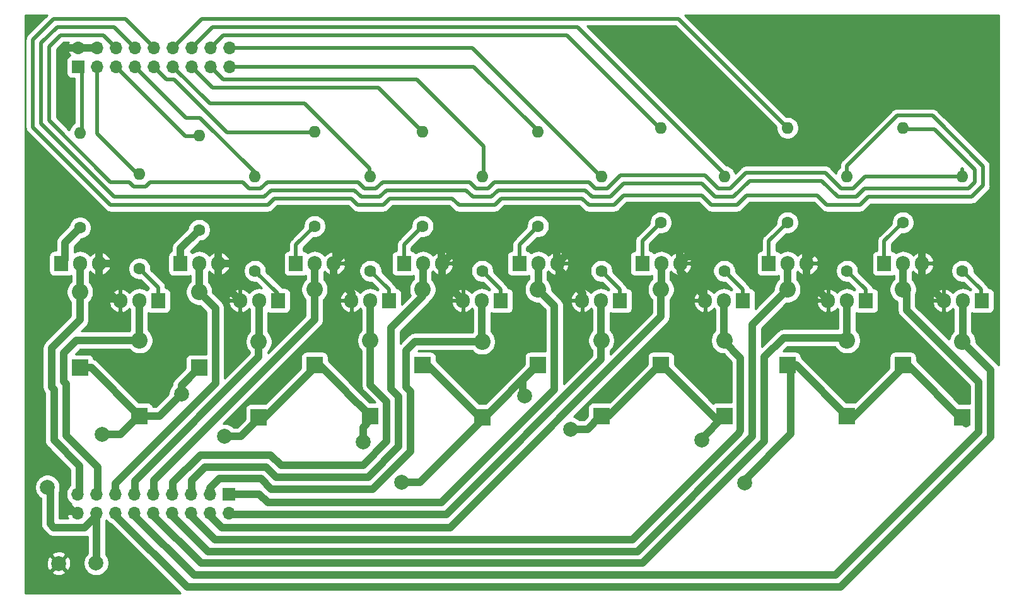
<source format=gbr>
%TF.GenerationSoftware,KiCad,Pcbnew,5.1.7-a382d34a8~88~ubuntu18.04.1*%
%TF.CreationDate,2021-03-10T09:37:04+00:00*%
%TF.ProjectId,solenoid,736f6c65-6e6f-4696-942e-6b696361645f,rev?*%
%TF.SameCoordinates,Original*%
%TF.FileFunction,Copper,L2,Bot*%
%TF.FilePolarity,Positive*%
%FSLAX46Y46*%
G04 Gerber Fmt 4.6, Leading zero omitted, Abs format (unit mm)*
G04 Created by KiCad (PCBNEW 5.1.7-a382d34a8~88~ubuntu18.04.1) date 2021-03-10 09:37:04*
%MOMM*%
%LPD*%
G01*
G04 APERTURE LIST*
%TA.AperFunction,ComponentPad*%
%ADD10O,1.600000X1.600000*%
%TD*%
%TA.AperFunction,ComponentPad*%
%ADD11C,1.600000*%
%TD*%
%TA.AperFunction,ComponentPad*%
%ADD12R,2.200000X2.200000*%
%TD*%
%TA.AperFunction,ComponentPad*%
%ADD13O,2.200000X2.200000*%
%TD*%
%TA.AperFunction,ComponentPad*%
%ADD14R,1.905000X2.000000*%
%TD*%
%TA.AperFunction,ComponentPad*%
%ADD15O,1.905000X2.000000*%
%TD*%
%TA.AperFunction,ComponentPad*%
%ADD16R,1.700000X1.700000*%
%TD*%
%TA.AperFunction,ComponentPad*%
%ADD17O,1.700000X1.700000*%
%TD*%
%TA.AperFunction,ComponentPad*%
%ADD18C,2.000000*%
%TD*%
%TA.AperFunction,ViaPad*%
%ADD19C,2.000000*%
%TD*%
%TA.AperFunction,Conductor*%
%ADD20C,1.000000*%
%TD*%
%TA.AperFunction,Conductor*%
%ADD21C,0.500000*%
%TD*%
%TA.AperFunction,Conductor*%
%ADD22C,0.254000*%
%TD*%
%TA.AperFunction,Conductor*%
%ADD23C,0.100000*%
%TD*%
G04 APERTURE END LIST*
D10*
%TO.P,R8,2*%
%TO.N,D8*%
X132000000Y-62300000D03*
D11*
%TO.P,R8,1*%
%TO.N,Net-(Q8-Pad1)*%
X132000000Y-75000000D03*
%TD*%
D12*
%TO.P,D3,1*%
%TO.N,+12V*%
X94000000Y-88000000D03*
D13*
%TO.P,D3,2*%
%TO.N,S3*%
X94000000Y-77840000D03*
%TD*%
%TO.P,D1,2*%
%TO.N,S1*%
X78000000Y-77840000D03*
D12*
%TO.P,D1,1*%
%TO.N,+12V*%
X78000000Y-88000000D03*
%TD*%
D14*
%TO.P,Q1,1*%
%TO.N,Net-(Q1-Pad1)*%
X75500000Y-74000000D03*
D15*
%TO.P,Q1,2*%
%TO.N,S1*%
X78040000Y-74000000D03*
%TO.P,Q1,3*%
%TO.N,Earth*%
X80580000Y-74000000D03*
%TD*%
D13*
%TO.P,D2,2*%
%TO.N,S2*%
X86000000Y-84340000D03*
D12*
%TO.P,D2,1*%
%TO.N,+12V*%
X86000000Y-94500000D03*
%TD*%
D15*
%TO.P,Q9,3*%
%TO.N,Earth*%
X142080000Y-74000000D03*
%TO.P,Q9,2*%
%TO.N,S9*%
X139540000Y-74000000D03*
D14*
%TO.P,Q9,1*%
%TO.N,Net-(Q9-Pad1)*%
X137000000Y-74000000D03*
%TD*%
D10*
%TO.P,R2,2*%
%TO.N,D2*%
X86000000Y-62000000D03*
D11*
%TO.P,R2,1*%
%TO.N,Net-(Q2-Pad1)*%
X86000000Y-74700000D03*
%TD*%
D13*
%TO.P,D4,2*%
%TO.N,S4*%
X102000000Y-84500000D03*
D12*
%TO.P,D4,1*%
%TO.N,+12V*%
X102000000Y-94660000D03*
%TD*%
%TO.P,D5,1*%
%TO.N,+12V*%
X109500000Y-87660000D03*
D13*
%TO.P,D5,2*%
%TO.N,S5*%
X109500000Y-77500000D03*
%TD*%
D12*
%TO.P,D6,1*%
%TO.N,+12V*%
X117000000Y-94500000D03*
D13*
%TO.P,D6,2*%
%TO.N,S6*%
X117000000Y-84340000D03*
%TD*%
%TO.P,D7,2*%
%TO.N,S7*%
X124000000Y-77500000D03*
D12*
%TO.P,D7,1*%
%TO.N,+12V*%
X124000000Y-87660000D03*
%TD*%
D13*
%TO.P,D8,2*%
%TO.N,S8*%
X132000000Y-84500000D03*
D12*
%TO.P,D8,1*%
%TO.N,+12V*%
X132000000Y-94660000D03*
%TD*%
%TO.P,D9,1*%
%TO.N,+12V*%
X139500000Y-87660000D03*
D13*
%TO.P,D9,2*%
%TO.N,S9*%
X139500000Y-77500000D03*
%TD*%
D12*
%TO.P,D10,1*%
%TO.N,+12V*%
X148000000Y-94500000D03*
D13*
%TO.P,D10,2*%
%TO.N,S10*%
X148000000Y-84340000D03*
%TD*%
%TO.P,D11,2*%
%TO.N,S11*%
X156000000Y-77500000D03*
D12*
%TO.P,D11,1*%
%TO.N,+12V*%
X156000000Y-87660000D03*
%TD*%
D13*
%TO.P,D12,2*%
%TO.N,S12*%
X164500000Y-84340000D03*
D12*
%TO.P,D12,1*%
%TO.N,+12V*%
X164500000Y-94500000D03*
%TD*%
%TO.P,D13,1*%
%TO.N,+12V*%
X173000000Y-87660000D03*
D13*
%TO.P,D13,2*%
%TO.N,S13*%
X173000000Y-77500000D03*
%TD*%
%TO.P,D14,2*%
%TO.N,S14*%
X181000000Y-84340000D03*
D12*
%TO.P,D14,1*%
%TO.N,+12V*%
X181000000Y-94500000D03*
%TD*%
%TO.P,D15,1*%
%TO.N,+12V*%
X188500000Y-87660000D03*
D13*
%TO.P,D15,2*%
%TO.N,S15*%
X188500000Y-77500000D03*
%TD*%
D12*
%TO.P,D16,1*%
%TO.N,+12V*%
X196500000Y-94660000D03*
D13*
%TO.P,D16,2*%
%TO.N,S16*%
X196500000Y-84500000D03*
%TD*%
D14*
%TO.P,Q2,1*%
%TO.N,Net-(Q2-Pad1)*%
X88500000Y-79000000D03*
D15*
%TO.P,Q2,2*%
%TO.N,S2*%
X85960000Y-79000000D03*
%TO.P,Q2,3*%
%TO.N,Earth*%
X83420000Y-79000000D03*
%TD*%
%TO.P,Q4,3*%
%TO.N,Earth*%
X99500000Y-79000000D03*
%TO.P,Q4,2*%
%TO.N,S4*%
X102040000Y-79000000D03*
D14*
%TO.P,Q4,1*%
%TO.N,Net-(Q4-Pad1)*%
X104580000Y-79000000D03*
%TD*%
D15*
%TO.P,Q5,3*%
%TO.N,Earth*%
X112080000Y-74000000D03*
%TO.P,Q5,2*%
%TO.N,S5*%
X109540000Y-74000000D03*
D14*
%TO.P,Q5,1*%
%TO.N,Net-(Q5-Pad1)*%
X107000000Y-74000000D03*
%TD*%
%TO.P,Q6,1*%
%TO.N,Net-(Q6-Pad1)*%
X119500000Y-79000000D03*
D15*
%TO.P,Q6,2*%
%TO.N,S6*%
X116960000Y-79000000D03*
%TO.P,Q6,3*%
%TO.N,Earth*%
X114420000Y-79000000D03*
%TD*%
D14*
%TO.P,Q7,1*%
%TO.N,Net-(Q7-Pad1)*%
X121500000Y-74000000D03*
D15*
%TO.P,Q7,2*%
%TO.N,S7*%
X124040000Y-74000000D03*
%TO.P,Q7,3*%
%TO.N,Earth*%
X126580000Y-74000000D03*
%TD*%
D14*
%TO.P,Q8,1*%
%TO.N,Net-(Q8-Pad1)*%
X134500000Y-79000000D03*
D15*
%TO.P,Q8,2*%
%TO.N,S8*%
X131960000Y-79000000D03*
%TO.P,Q8,3*%
%TO.N,Earth*%
X129420000Y-79000000D03*
%TD*%
%TO.P,Q10,3*%
%TO.N,Earth*%
X145420000Y-79000000D03*
%TO.P,Q10,2*%
%TO.N,S10*%
X147960000Y-79000000D03*
D14*
%TO.P,Q10,1*%
%TO.N,Net-(Q10-Pad1)*%
X150500000Y-79000000D03*
%TD*%
%TO.P,Q11,1*%
%TO.N,Net-(Q11-Pad1)*%
X153500000Y-74000000D03*
D15*
%TO.P,Q11,2*%
%TO.N,S11*%
X156040000Y-74000000D03*
%TO.P,Q11,3*%
%TO.N,Earth*%
X158580000Y-74000000D03*
%TD*%
D14*
%TO.P,Q12,1*%
%TO.N,Net-(Q12-Pad1)*%
X167000000Y-79000000D03*
D15*
%TO.P,Q12,2*%
%TO.N,S12*%
X164460000Y-79000000D03*
%TO.P,Q12,3*%
%TO.N,Earth*%
X161920000Y-79000000D03*
%TD*%
%TO.P,Q13,3*%
%TO.N,Earth*%
X175580000Y-74000000D03*
%TO.P,Q13,2*%
%TO.N,S13*%
X173040000Y-74000000D03*
D14*
%TO.P,Q13,1*%
%TO.N,Net-(Q13-Pad1)*%
X170500000Y-74000000D03*
%TD*%
D15*
%TO.P,Q14,3*%
%TO.N,Earth*%
X178460000Y-79000000D03*
%TO.P,Q14,2*%
%TO.N,S14*%
X181000000Y-79000000D03*
D14*
%TO.P,Q14,1*%
%TO.N,Net-(Q14-Pad1)*%
X183540000Y-79000000D03*
%TD*%
D15*
%TO.P,Q15,3*%
%TO.N,Earth*%
X191080000Y-74000000D03*
%TO.P,Q15,2*%
%TO.N,S15*%
X188540000Y-74000000D03*
D14*
%TO.P,Q15,1*%
%TO.N,Net-(Q15-Pad1)*%
X186000000Y-74000000D03*
%TD*%
%TO.P,Q16,1*%
%TO.N,Net-(Q16-Pad1)*%
X199080000Y-79000000D03*
D15*
%TO.P,Q16,2*%
%TO.N,S16*%
X196540000Y-79000000D03*
%TO.P,Q16,3*%
%TO.N,Earth*%
X194000000Y-79000000D03*
%TD*%
D11*
%TO.P,R1,1*%
%TO.N,Net-(Q1-Pad1)*%
X78000000Y-69200000D03*
D10*
%TO.P,R1,2*%
%TO.N,D1*%
X78000000Y-56500000D03*
%TD*%
D11*
%TO.P,R4,1*%
%TO.N,Net-(Q4-Pad1)*%
X101500000Y-75000000D03*
D10*
%TO.P,R4,2*%
%TO.N,D4*%
X101500000Y-62300000D03*
%TD*%
D11*
%TO.P,R5,1*%
%TO.N,Net-(Q5-Pad1)*%
X109500000Y-69000000D03*
D10*
%TO.P,R5,2*%
%TO.N,D5*%
X109500000Y-56300000D03*
%TD*%
D11*
%TO.P,R6,1*%
%TO.N,Net-(Q6-Pad1)*%
X117000000Y-75000000D03*
D10*
%TO.P,R6,2*%
%TO.N,D6*%
X117000000Y-62300000D03*
%TD*%
D11*
%TO.P,R7,1*%
%TO.N,Net-(Q7-Pad1)*%
X124000000Y-69000000D03*
D10*
%TO.P,R7,2*%
%TO.N,D7*%
X124000000Y-56300000D03*
%TD*%
D11*
%TO.P,R9,1*%
%TO.N,Net-(Q9-Pad1)*%
X139500000Y-69000000D03*
D10*
%TO.P,R9,2*%
%TO.N,D9*%
X139500000Y-56300000D03*
%TD*%
%TO.P,R10,2*%
%TO.N,D10*%
X148000000Y-62300000D03*
D11*
%TO.P,R10,1*%
%TO.N,Net-(Q10-Pad1)*%
X148000000Y-75000000D03*
%TD*%
D10*
%TO.P,R11,2*%
%TO.N,D11*%
X156000000Y-55800000D03*
D11*
%TO.P,R11,1*%
%TO.N,Net-(Q11-Pad1)*%
X156000000Y-68500000D03*
%TD*%
D10*
%TO.P,R12,2*%
%TO.N,D12*%
X164500000Y-62300000D03*
D11*
%TO.P,R12,1*%
%TO.N,Net-(Q12-Pad1)*%
X164500000Y-75000000D03*
%TD*%
%TO.P,R13,1*%
%TO.N,Net-(Q13-Pad1)*%
X173000000Y-68500000D03*
D10*
%TO.P,R13,2*%
%TO.N,D13*%
X173000000Y-55800000D03*
%TD*%
%TO.P,R14,2*%
%TO.N,D14*%
X181000000Y-62300000D03*
D11*
%TO.P,R14,1*%
%TO.N,Net-(Q14-Pad1)*%
X181000000Y-75000000D03*
%TD*%
D10*
%TO.P,R15,2*%
%TO.N,D15*%
X188500000Y-55800000D03*
D11*
%TO.P,R15,1*%
%TO.N,Net-(Q15-Pad1)*%
X188500000Y-68500000D03*
%TD*%
%TO.P,R16,1*%
%TO.N,Net-(Q16-Pad1)*%
X196500000Y-75000000D03*
D10*
%TO.P,R16,2*%
%TO.N,D16*%
X196500000Y-62300000D03*
%TD*%
D14*
%TO.P,Q3,1*%
%TO.N,Net-(Q3-Pad1)*%
X91500000Y-74000000D03*
D15*
%TO.P,Q3,2*%
%TO.N,S3*%
X94040000Y-74000000D03*
%TO.P,Q3,3*%
%TO.N,Earth*%
X96580000Y-74000000D03*
%TD*%
D11*
%TO.P,R3,1*%
%TO.N,Net-(Q3-Pad1)*%
X94000000Y-69500000D03*
D10*
%TO.P,R3,2*%
%TO.N,D3*%
X94000000Y-56800000D03*
%TD*%
D16*
%TO.P,J2,1*%
%TO.N,S9*%
X98010000Y-104980000D03*
D17*
%TO.P,J2,2*%
%TO.N,S10*%
X98010000Y-107520000D03*
%TO.P,J2,3*%
%TO.N,S8*%
X95470000Y-104980000D03*
%TO.P,J2,4*%
%TO.N,S11*%
X95470000Y-107520000D03*
%TO.P,J2,5*%
%TO.N,S7*%
X92930000Y-104980000D03*
%TO.P,J2,6*%
%TO.N,S12*%
X92930000Y-107520000D03*
%TO.P,J2,7*%
%TO.N,S6*%
X90390000Y-104980000D03*
%TO.P,J2,8*%
%TO.N,S13*%
X90390000Y-107520000D03*
%TO.P,J2,9*%
%TO.N,S5*%
X87850000Y-104980000D03*
%TO.P,J2,10*%
%TO.N,S14*%
X87850000Y-107520000D03*
%TO.P,J2,11*%
%TO.N,S4*%
X85310000Y-104980000D03*
%TO.P,J2,12*%
%TO.N,S15*%
X85310000Y-107520000D03*
%TO.P,J2,13*%
%TO.N,S3*%
X82770000Y-104980000D03*
%TO.P,J2,14*%
%TO.N,S16*%
X82770000Y-107520000D03*
%TO.P,J2,15*%
%TO.N,S2*%
X80230000Y-104980000D03*
%TO.P,J2,16*%
%TO.N,+12V*%
X80230000Y-107520000D03*
%TO.P,J2,17*%
%TO.N,S1*%
X77690000Y-104980000D03*
%TO.P,J2,18*%
%TO.N,Earth*%
X77690000Y-107520000D03*
%TD*%
D16*
%TO.P,J1,1*%
%TO.N,D1*%
X77740000Y-47580000D03*
D17*
%TO.P,J1,2*%
%TO.N,Earth*%
X77740000Y-45040000D03*
%TO.P,J1,3*%
%TO.N,D2*%
X80280000Y-47580000D03*
%TO.P,J1,4*%
%TO.N,Earth*%
X80280000Y-45040000D03*
%TO.P,J1,5*%
%TO.N,D3*%
X82820000Y-47580000D03*
%TO.P,J1,6*%
%TO.N,D16*%
X82820000Y-45040000D03*
%TO.P,J1,7*%
%TO.N,D4*%
X85360000Y-47580000D03*
%TO.P,J1,8*%
%TO.N,D15*%
X85360000Y-45040000D03*
%TO.P,J1,9*%
%TO.N,D5*%
X87900000Y-47580000D03*
%TO.P,J1,10*%
%TO.N,D14*%
X87900000Y-45040000D03*
%TO.P,J1,11*%
%TO.N,D6*%
X90440000Y-47580000D03*
%TO.P,J1,12*%
%TO.N,D13*%
X90440000Y-45040000D03*
%TO.P,J1,13*%
%TO.N,D7*%
X92980000Y-47580000D03*
%TO.P,J1,14*%
%TO.N,D12*%
X92980000Y-45040000D03*
%TO.P,J1,15*%
%TO.N,D8*%
X95520000Y-47580000D03*
%TO.P,J1,16*%
%TO.N,D11*%
X95520000Y-45040000D03*
%TO.P,J1,17*%
%TO.N,D9*%
X98060000Y-47580000D03*
%TO.P,J1,18*%
%TO.N,D10*%
X98060000Y-45040000D03*
%TD*%
D18*
%TO.P,J3,1*%
%TO.N,+12V*%
X80170000Y-114240000D03*
%TD*%
%TO.P,J4,1*%
%TO.N,Earth*%
X75130000Y-114290000D03*
%TD*%
D19*
%TO.N,+12V*%
X73639983Y-104055000D03*
X81000000Y-97000000D03*
X143849067Y-96269067D03*
X137735000Y-91804986D03*
X116000000Y-98000000D03*
X121223494Y-103379887D03*
X97360000Y-97220000D03*
X91618307Y-91558309D03*
X161460000Y-97750000D03*
X167267689Y-103477689D03*
%TO.N,Earth*%
X73000000Y-62000000D03*
X76000000Y-52750000D03*
%TD*%
D20*
%TO.N,+12V*%
X78000000Y-88000000D02*
X79500000Y-88000000D01*
X79500000Y-88000000D02*
X86000000Y-94500000D01*
X102000000Y-94660000D02*
X102840000Y-94660000D01*
X116500000Y-94000000D02*
X116500000Y-94500000D01*
X124000000Y-87660000D02*
X124660000Y-87660000D01*
X124660000Y-87660000D02*
X132000000Y-95000000D01*
X132000000Y-95000000D02*
X139500000Y-87500000D01*
X148000000Y-94500000D02*
X149000000Y-94500000D01*
X149000000Y-94500000D02*
X156000000Y-87500000D01*
X156000000Y-87500000D02*
X163500000Y-95000000D01*
X163500000Y-95000000D02*
X165000000Y-95000000D01*
X173000000Y-87660000D02*
X174160000Y-87660000D01*
X174160000Y-87660000D02*
X181500000Y-95000000D01*
X181500000Y-95000000D02*
X188500000Y-88000000D01*
X188500000Y-88000000D02*
X188500000Y-87500000D01*
X188500000Y-87500000D02*
X189000000Y-87500000D01*
X189000000Y-87500000D02*
X197000000Y-95500000D01*
X110000000Y-87500000D02*
X113625000Y-91125000D01*
X102840000Y-94660000D02*
X104855000Y-92645000D01*
X104855000Y-92645000D02*
X110000000Y-87500000D01*
X113625000Y-91125000D02*
X114020000Y-91520000D01*
X114020000Y-91520000D02*
X116500000Y-94000000D01*
X80230000Y-107866002D02*
X78626001Y-109470001D01*
X80230000Y-107520000D02*
X80230000Y-107866002D01*
X78626001Y-109470001D02*
X74470001Y-109470001D01*
X74470001Y-109470001D02*
X74000001Y-109000001D01*
X74000001Y-104415018D02*
X73639983Y-104055000D01*
X74000001Y-109000001D02*
X74000001Y-104415018D01*
X139500000Y-87660000D02*
X137445000Y-89715000D01*
X147800000Y-94600000D02*
X146130933Y-96269067D01*
X137445000Y-91514986D02*
X137735000Y-91804986D01*
X146130933Y-96269067D02*
X143849067Y-96269067D01*
X137445000Y-89715000D02*
X137445000Y-91514986D01*
X123620113Y-103379887D02*
X121223494Y-103379887D01*
X132000000Y-95000000D02*
X123620113Y-103379887D01*
X116000000Y-96000000D02*
X116000000Y-98000000D01*
X117000000Y-95000000D02*
X116000000Y-96000000D01*
X81000000Y-97000000D02*
X83430000Y-97000000D01*
X83430000Y-97000000D02*
X85970000Y-94460000D01*
X93960000Y-88100000D02*
X91618307Y-90441693D01*
X91618307Y-90441693D02*
X91618307Y-91558309D01*
X88676616Y-94500000D02*
X91618307Y-91558309D01*
X86000000Y-94500000D02*
X88676616Y-94500000D01*
X91618307Y-91558309D02*
X91618307Y-90361693D01*
X91618307Y-90361693D02*
X93840000Y-88140000D01*
X93840000Y-88140000D02*
X93840000Y-87860000D01*
X97360000Y-97220000D02*
X99600000Y-97220000D01*
X99600000Y-97220000D02*
X102040000Y-94780000D01*
X161460000Y-97530000D02*
X161460000Y-97750000D01*
X164490000Y-94500000D02*
X161460000Y-97530000D01*
X164500000Y-94500000D02*
X164490000Y-94500000D01*
X173470000Y-96900000D02*
X167267689Y-103102311D01*
X167267689Y-103102311D02*
X167267689Y-103477689D01*
X173470000Y-88220000D02*
X173470000Y-96900000D01*
X80230000Y-107520000D02*
X80230000Y-114180000D01*
X80230000Y-114180000D02*
X80170000Y-114240000D01*
%TO.N,Net-(Q1-Pad1)*%
X78000000Y-69200000D02*
X75987490Y-71212510D01*
X75987490Y-71212510D02*
X75987490Y-73102323D01*
X75987490Y-73102323D02*
X75987490Y-73512510D01*
X75987490Y-73512510D02*
X75500000Y-74000000D01*
%TO.N,Earth*%
X112080000Y-73500000D02*
X112080000Y-75580000D01*
X112080000Y-75580000D02*
X114500000Y-78000000D01*
X80580000Y-74000000D02*
X80580000Y-76580000D01*
X80580000Y-76580000D02*
X83000000Y-79000000D01*
X89900001Y-67599999D02*
X83500000Y-74000000D01*
X94912001Y-67599999D02*
X89900001Y-67599999D01*
X96580000Y-74000000D02*
X96580000Y-69267998D01*
X96580000Y-69267998D02*
X94912001Y-67599999D01*
X83500000Y-74000000D02*
X80500000Y-74000000D01*
X96580000Y-74000000D02*
X96580000Y-76080000D01*
X96580000Y-76080000D02*
X99500000Y-79000000D01*
X110412001Y-67099999D02*
X112500000Y-69187998D01*
X106587999Y-67099999D02*
X110412001Y-67099999D01*
X96580000Y-74000000D02*
X99687998Y-74000000D01*
X99687998Y-74000000D02*
X106587999Y-67099999D01*
X112500000Y-69187998D02*
X112500000Y-74000000D01*
X126580000Y-74000000D02*
X126580000Y-76080000D01*
X126580000Y-76080000D02*
X129500000Y-79000000D01*
X142080000Y-74580000D02*
X145500000Y-78000000D01*
X142080000Y-74000000D02*
X142080000Y-74580000D01*
X145500000Y-78000000D02*
X145500000Y-79000000D01*
X158580000Y-75080000D02*
X162000000Y-78500000D01*
X158580000Y-74000000D02*
X158580000Y-75080000D01*
X162000000Y-78500000D02*
X162000000Y-79000000D01*
X175580000Y-74000000D02*
X175580000Y-76080000D01*
X175580000Y-76080000D02*
X178500000Y-79000000D01*
X191080000Y-74000000D02*
X191080000Y-76080000D01*
X191080000Y-76080000D02*
X194000000Y-79000000D01*
X173912001Y-66599999D02*
X175500000Y-68187998D01*
X171900001Y-66599999D02*
X173912001Y-66599999D01*
X158580000Y-74000000D02*
X159480001Y-73099999D01*
X165400001Y-73099999D02*
X171900001Y-66599999D01*
X159480001Y-73099999D02*
X165400001Y-73099999D01*
X175500000Y-68187998D02*
X175500000Y-74000000D01*
X114500000Y-78000000D02*
X114500000Y-78910000D01*
X114500000Y-78910000D02*
X114430000Y-78980000D01*
X126500000Y-68687998D02*
X126500000Y-74000000D01*
X124912001Y-67099999D02*
X126500000Y-68687998D01*
X117040000Y-69040000D02*
X121840000Y-69040000D01*
X112080000Y-74000000D02*
X117040000Y-69040000D01*
X121840000Y-69040000D02*
X122099999Y-68780001D01*
X122099999Y-68780001D02*
X122099999Y-68087999D01*
X122099999Y-68087999D02*
X123087999Y-67099999D01*
X123087999Y-67099999D02*
X124912001Y-67099999D01*
X142000000Y-68687998D02*
X142000000Y-74000000D01*
X140412001Y-67099999D02*
X142000000Y-68687998D01*
X131540000Y-69040000D02*
X137110000Y-69040000D01*
X126580000Y-74000000D02*
X131540000Y-69040000D01*
X137110000Y-69040000D02*
X137599999Y-68550001D01*
X137599999Y-68550001D02*
X137599999Y-68087999D01*
X138587999Y-67099999D02*
X140412001Y-67099999D01*
X137599999Y-68087999D02*
X138587999Y-67099999D01*
X158500000Y-68187998D02*
X158500000Y-74500000D01*
X157900001Y-68230000D02*
X158457998Y-68230000D01*
X157900001Y-67587999D02*
X157900001Y-68230000D01*
X147850000Y-68230000D02*
X154099999Y-68230000D01*
X142080000Y-74000000D02*
X147850000Y-68230000D01*
X154099999Y-68230000D02*
X154099999Y-67587999D01*
X154099999Y-67587999D02*
X155087999Y-66599999D01*
X155087999Y-66599999D02*
X156912001Y-66599999D01*
X158457998Y-68230000D02*
X158500000Y-68187998D01*
X156912001Y-66599999D02*
X157900001Y-67587999D01*
X191000000Y-68187998D02*
X191000000Y-74000000D01*
X189412001Y-66599999D02*
X191000000Y-68187998D01*
X187587999Y-66599999D02*
X189412001Y-66599999D01*
X175580000Y-73420000D02*
X180530000Y-68470000D01*
X175580000Y-74000000D02*
X175580000Y-73420000D01*
X180530000Y-68470000D02*
X185260000Y-68470000D01*
X185260000Y-68470000D02*
X186879990Y-66850010D01*
X186879990Y-66850010D02*
X187337988Y-66850010D01*
X187337988Y-66850010D02*
X187587999Y-66599999D01*
X80520000Y-68907998D02*
X80520000Y-74020000D01*
X72610000Y-62686143D02*
X77223856Y-67299999D01*
X77223856Y-67299999D02*
X78912001Y-67299999D01*
X78912001Y-67299999D02*
X80520000Y-68907998D01*
X80280000Y-45040000D02*
X77740000Y-45040000D01*
X77333998Y-107510000D02*
X75739999Y-105916001D01*
X77620000Y-107510000D02*
X77333998Y-107510000D01*
X75739999Y-105916001D02*
X75739999Y-101259999D01*
X72599977Y-84694507D02*
X72610000Y-84684484D01*
X72610000Y-91315516D02*
X72599977Y-91305493D01*
X72599977Y-91305493D02*
X72599977Y-84694507D01*
X72610000Y-98130000D02*
X72610000Y-91315516D01*
X72610000Y-84684484D02*
X72610000Y-62686143D01*
X75739999Y-101259999D02*
X72610000Y-98130000D01*
X72610000Y-62686143D02*
X72610000Y-62390000D01*
X72610000Y-62390000D02*
X73000000Y-62000000D01*
X75480000Y-45580000D02*
X75480000Y-52230000D01*
X76020000Y-45040000D02*
X75480000Y-45580000D01*
X77740000Y-45040000D02*
X76020000Y-45040000D01*
X75480000Y-52230000D02*
X76000000Y-52750000D01*
D21*
%TO.N,Net-(Q2-Pad1)*%
X86000000Y-74700000D02*
X88500000Y-77200000D01*
X88500000Y-77200000D02*
X88500000Y-79000000D01*
D20*
%TO.N,Net-(Q3-Pad1)*%
X91500000Y-74000000D02*
X91500000Y-72000000D01*
X91500000Y-72000000D02*
X94000000Y-69500000D01*
D21*
%TO.N,Net-(Q4-Pad1)*%
X101500000Y-75000000D02*
X104500000Y-78000000D01*
X104500000Y-78000000D02*
X104500000Y-79000000D01*
%TO.N,Net-(Q5-Pad1)*%
X109500000Y-69000000D02*
X107000000Y-71500000D01*
X107000000Y-71500000D02*
X107000000Y-73500000D01*
%TO.N,Net-(Q6-Pad1)*%
X117000000Y-75000000D02*
X119500000Y-77500000D01*
X119500000Y-77500000D02*
X119500000Y-79000000D01*
%TO.N,Net-(Q7-Pad1)*%
X124000000Y-69000000D02*
X121500000Y-71500000D01*
X121500000Y-71500000D02*
X121500000Y-74000000D01*
%TO.N,Net-(Q8-Pad1)*%
X132000000Y-75000000D02*
X134500000Y-77500000D01*
X134500000Y-77500000D02*
X134500000Y-79000000D01*
%TO.N,Net-(Q9-Pad1)*%
X139500000Y-69000000D02*
X137000000Y-71500000D01*
X137000000Y-71500000D02*
X137000000Y-74500000D01*
%TO.N,Net-(Q10-Pad1)*%
X148000000Y-75000000D02*
X150500000Y-77500000D01*
X150500000Y-77500000D02*
X150500000Y-79000000D01*
%TO.N,Net-(Q11-Pad1)*%
X156000000Y-68500000D02*
X153500000Y-71000000D01*
X153500000Y-71000000D02*
X153500000Y-74000000D01*
%TO.N,Net-(Q12-Pad1)*%
X164500000Y-75000000D02*
X167000000Y-77500000D01*
X167000000Y-77500000D02*
X167000000Y-79000000D01*
%TO.N,Net-(Q13-Pad1)*%
X173000000Y-68500000D02*
X170500000Y-71000000D01*
X170500000Y-71000000D02*
X170500000Y-74000000D01*
%TO.N,Net-(Q14-Pad1)*%
X181000000Y-75000000D02*
X183500000Y-77500000D01*
X183500000Y-77500000D02*
X183500000Y-79000000D01*
%TO.N,Net-(Q15-Pad1)*%
X188500000Y-68500000D02*
X186000000Y-71000000D01*
X186000000Y-71000000D02*
X186000000Y-74000000D01*
%TO.N,Net-(Q16-Pad1)*%
X196500000Y-75000000D02*
X199000000Y-77500000D01*
X199000000Y-77500000D02*
X199000000Y-79000000D01*
D20*
%TO.N,S1*%
X78040000Y-74000000D02*
X78040000Y-77960000D01*
X78040000Y-77960000D02*
X78000000Y-78000000D01*
X74199988Y-85357253D02*
X78000000Y-81557241D01*
X74199988Y-90642747D02*
X74199988Y-85357253D01*
X74510011Y-97767255D02*
X74510011Y-90952770D01*
X78000000Y-81557241D02*
X78000000Y-78500000D01*
X77900000Y-101157244D02*
X74510011Y-97767255D01*
X74510011Y-90952770D02*
X74199988Y-90642747D01*
X77900000Y-104980000D02*
X77900000Y-101157244D01*
%TO.N,S2*%
X85960000Y-79000000D02*
X85960000Y-83960000D01*
X85960000Y-83960000D02*
X86000000Y-84000000D01*
X77479998Y-84340000D02*
X75799999Y-86019999D01*
X75799999Y-89889978D02*
X76110022Y-90200001D01*
X76110022Y-97104509D02*
X80350000Y-101344487D01*
X76110022Y-90200001D02*
X76110022Y-97104509D01*
X80350000Y-101344487D02*
X80350000Y-104780000D01*
X86000000Y-84340000D02*
X77479998Y-84340000D01*
X75799999Y-86019999D02*
X75799999Y-89889978D01*
%TO.N,S3*%
X94040000Y-74000000D02*
X94040000Y-77460000D01*
X94040000Y-77460000D02*
X94000000Y-77500000D01*
X96200001Y-90128003D02*
X82770000Y-103558004D01*
X96200001Y-80040001D02*
X96200001Y-90128003D01*
X82770000Y-103558004D02*
X82770000Y-104900000D01*
X94000000Y-77840000D02*
X96200001Y-80040001D01*
%TO.N,S4*%
X102040000Y-79000000D02*
X102040000Y-84460000D01*
X102040000Y-84460000D02*
X102000000Y-84500000D01*
X85380000Y-105180000D02*
X85380000Y-103210761D01*
X102000000Y-86590761D02*
X102000000Y-84500000D01*
X85380000Y-103210761D02*
X102000000Y-86590761D01*
%TO.N,S5*%
X109540000Y-73500000D02*
X109540000Y-77460000D01*
X109540000Y-77460000D02*
X109500000Y-77500000D01*
X109500000Y-81530135D02*
X109500000Y-77500000D01*
X87880000Y-103150135D02*
X109500000Y-81530135D01*
X87880000Y-105020000D02*
X87880000Y-103150135D01*
%TO.N,S6*%
X116960000Y-79000000D02*
X116960000Y-84460000D01*
X116960000Y-84460000D02*
X117000000Y-84500000D01*
X90450000Y-103431732D02*
X90450000Y-104780000D01*
X103621996Y-99730000D02*
X94151732Y-99730000D01*
X116008002Y-101100002D02*
X104991998Y-101100002D01*
X119200001Y-97908003D02*
X116008002Y-101100002D01*
X117000000Y-84340000D02*
X117000000Y-90319998D01*
X104991998Y-101100002D02*
X103621996Y-99730000D01*
X117000000Y-90319998D02*
X119200001Y-92519999D01*
X119200001Y-92519999D02*
X119200001Y-97908003D01*
X94151732Y-99730000D02*
X90450000Y-103431732D01*
%TO.N,S7*%
X124040000Y-74000000D02*
X124040000Y-77460000D01*
X124040000Y-77460000D02*
X124000000Y-77500000D01*
X94814477Y-101330011D02*
X92980000Y-103164488D01*
X120800012Y-91857253D02*
X120800012Y-98570749D01*
X104329252Y-102700013D02*
X102959250Y-101330011D01*
X119770021Y-90827262D02*
X120800012Y-91857253D01*
X102959250Y-101330011D02*
X94814477Y-101330011D01*
X116670748Y-102700013D02*
X104329252Y-102700013D01*
X120800012Y-98570749D02*
X116670748Y-102700013D01*
X124000000Y-77500000D02*
X124000000Y-78432502D01*
X92980000Y-103164488D02*
X92980000Y-105100000D01*
X119770021Y-82662481D02*
X119770021Y-90827262D01*
X124000000Y-78432502D02*
X119770021Y-82662481D01*
%TO.N,S8*%
X131960000Y-79000000D02*
X131960000Y-84460000D01*
X131960000Y-84460000D02*
X132000000Y-84500000D01*
X102296505Y-102930022D02*
X96744464Y-102930022D01*
X132000000Y-84500000D02*
X122979998Y-84500000D01*
X117333494Y-104300024D02*
X103666506Y-104300024D01*
X122979998Y-84500000D02*
X121799999Y-85679999D01*
X122400023Y-91194507D02*
X122400023Y-99233495D01*
X96744464Y-102930022D02*
X95480000Y-104194486D01*
X103666506Y-104300024D02*
X102296505Y-102930022D01*
X95480000Y-104194486D02*
X95480000Y-105020000D01*
X121799999Y-90594483D02*
X122400023Y-91194507D01*
X122400023Y-99233495D02*
X117333494Y-104300024D01*
X121799999Y-85679999D02*
X121799999Y-90594483D01*
%TO.N,S9*%
X139540000Y-74000000D02*
X139540000Y-77460000D01*
X139540000Y-77460000D02*
X139500000Y-77500000D01*
X139500000Y-77500000D02*
X141700001Y-79700001D01*
X141700001Y-90922755D02*
X126522755Y-106100001D01*
X141700001Y-79700001D02*
X141700001Y-90922755D01*
X126522755Y-106100001D02*
X103203726Y-106100001D01*
X103203726Y-106100001D02*
X102093725Y-104990000D01*
X102093725Y-104990000D02*
X97920000Y-104990000D01*
%TO.N,S10*%
X98010000Y-107520000D02*
X98190012Y-107700012D01*
X98190012Y-107700012D02*
X127185501Y-107700012D01*
X127185501Y-107700012D02*
X147960000Y-86925513D01*
X147960000Y-86925513D02*
X147960000Y-79000000D01*
%TO.N,S11*%
X156040000Y-74000000D02*
X156040000Y-77460000D01*
X156040000Y-77460000D02*
X156000000Y-77500000D01*
X95400000Y-107460000D02*
X95500000Y-107560000D01*
X95590000Y-107270000D02*
X95400000Y-107460000D01*
X95470000Y-107866002D02*
X97073999Y-109470001D01*
X127678269Y-109470001D02*
X156000000Y-81148270D01*
X95470000Y-107520000D02*
X95470000Y-107866002D01*
X97073999Y-109470001D02*
X127678269Y-109470001D01*
X156000000Y-81148270D02*
X156000000Y-77500000D01*
%TO.N,S12*%
X166700001Y-86700001D02*
X164460000Y-84460000D01*
X166700001Y-96480001D02*
X166700001Y-86700001D01*
X166480001Y-96769999D02*
X166480001Y-96700001D01*
X96134010Y-111070012D02*
X152179988Y-111070012D01*
X166480001Y-96700001D02*
X166700001Y-96480001D01*
X92930000Y-107866002D02*
X96134010Y-111070012D01*
X92930000Y-107520000D02*
X92930000Y-107866002D01*
X164460000Y-84460000D02*
X164460000Y-79000000D01*
X152179988Y-111070012D02*
X166480001Y-96769999D01*
%TO.N,S13*%
X173040000Y-74000000D02*
X173040000Y-77460000D01*
X173040000Y-77460000D02*
X173000000Y-77500000D01*
X173000000Y-77500000D02*
X173000000Y-77000000D01*
X90420000Y-107550000D02*
X90460000Y-107510000D01*
X90390000Y-107866002D02*
X95194021Y-112670023D01*
X95194021Y-112670023D02*
X152842734Y-112670023D01*
X90390000Y-107520000D02*
X90390000Y-107866002D01*
X168300010Y-97212747D02*
X168300010Y-82199990D01*
X152842734Y-112670023D02*
X168300010Y-97212747D01*
X168300010Y-82199990D02*
X173000000Y-77500000D01*
%TO.N,S14*%
X181000000Y-79000000D02*
X181000000Y-84500000D01*
X169900023Y-97875491D02*
X169900023Y-86579975D01*
X169900023Y-86579975D02*
X172479998Y-84000000D01*
X153505480Y-114270034D02*
X169900023Y-97875491D01*
X94254032Y-114270034D02*
X153505480Y-114270034D01*
X87850000Y-107866002D02*
X94254032Y-114270034D01*
X172479998Y-84000000D02*
X181000000Y-84000000D01*
X87850000Y-107520000D02*
X87850000Y-107866002D01*
%TO.N,S15*%
X188540000Y-74000000D02*
X188540000Y-77460000D01*
X188540000Y-77460000D02*
X188500000Y-77500000D01*
X85340000Y-107510000D02*
X85430000Y-107420000D01*
X179469957Y-115870045D02*
X198700001Y-96640001D01*
X85310000Y-107520000D02*
X85310000Y-107866002D01*
X198700001Y-96640001D02*
X198700001Y-89956003D01*
X93314043Y-115870045D02*
X179469957Y-115870045D01*
X189000000Y-80256002D02*
X189000000Y-77500000D01*
X85310000Y-107866002D02*
X93314043Y-115870045D01*
X198700001Y-89956003D02*
X189000000Y-80256002D01*
%TO.N,S16*%
X196540000Y-79000000D02*
X196540000Y-84460000D01*
X196540000Y-84460000D02*
X196500000Y-84500000D01*
X196500000Y-84500000D02*
X200300011Y-88300011D01*
X180132703Y-117470056D02*
X92374054Y-117470056D01*
X82770000Y-107866002D02*
X82770000Y-107520000D01*
X200300011Y-88300011D02*
X200300012Y-97302747D01*
X200300012Y-97302747D02*
X180132703Y-117470056D01*
X92374054Y-117470056D02*
X82770000Y-107866002D01*
D21*
%TO.N,D1*%
X77740000Y-47580000D02*
X78260000Y-48100000D01*
X78260000Y-48100000D02*
X78260000Y-56690000D01*
%TO.N,D2*%
X80280000Y-47580000D02*
X80280000Y-56580000D01*
X80280000Y-56580000D02*
X85940000Y-62240000D01*
%TO.N,D3*%
X94080000Y-56800000D02*
X94160000Y-56880000D01*
X94040000Y-56800000D02*
X94080000Y-56800000D01*
X82820000Y-47580000D02*
X92170000Y-56930000D01*
X92170000Y-56930000D02*
X93980000Y-56930000D01*
%TO.N,D4*%
X101430000Y-61780000D02*
X101430000Y-62360000D01*
X85360000Y-47580000D02*
X92220000Y-54440000D01*
X94090000Y-54440000D02*
X101430000Y-61780000D01*
X92220000Y-54440000D02*
X94090000Y-54440000D01*
%TO.N,D5*%
X90608351Y-49280001D02*
X97778350Y-56450000D01*
X87900000Y-47580000D02*
X89600001Y-49280001D01*
X89600001Y-49280001D02*
X90608351Y-49280001D01*
X97778350Y-56450000D02*
X109580000Y-56450000D01*
%TO.N,D6*%
X90463998Y-47580000D02*
X95433998Y-52550000D01*
X90440000Y-47580000D02*
X90463998Y-47580000D01*
X108192002Y-52550000D02*
X116910000Y-61267998D01*
X95433998Y-52550000D02*
X108192002Y-52550000D01*
X116910000Y-61267998D02*
X116910000Y-62360000D01*
%TO.N,D7*%
X95780011Y-50380011D02*
X118050011Y-50380011D01*
X92980000Y-47580000D02*
X95780011Y-50380011D01*
X118050011Y-50380011D02*
X124000000Y-56330000D01*
%TO.N,D8*%
X97220001Y-49280001D02*
X123210001Y-49280001D01*
X95520000Y-47580000D02*
X97220001Y-49280001D01*
X123210001Y-49280001D02*
X132160000Y-58230000D01*
X132160000Y-58230000D02*
X132160000Y-62360000D01*
%TO.N,D9*%
X98060000Y-47580000D02*
X130850000Y-47580000D01*
X130850000Y-47580000D02*
X139720000Y-56450000D01*
%TO.N,D10*%
X148242002Y-62600000D02*
X148380000Y-62600000D01*
X130682002Y-45040000D02*
X147772002Y-62130000D01*
X98060000Y-45040000D02*
X130682002Y-45040000D01*
X147772002Y-62130000D02*
X148120000Y-62130000D01*
%TO.N,D11*%
X97220001Y-43339999D02*
X143389999Y-43339999D01*
X95520000Y-45040000D02*
X97220001Y-43339999D01*
X143389999Y-43339999D02*
X156030000Y-55980000D01*
%TO.N,D12*%
X164527825Y-62472175D02*
X164500000Y-62500000D01*
X164550000Y-61960000D02*
X164550000Y-62130000D01*
X92980000Y-45040000D02*
X95780011Y-42239989D01*
X144829989Y-42239989D02*
X164550000Y-61960000D01*
X95780011Y-42239989D02*
X144829989Y-42239989D01*
%TO.N,D13*%
X94340021Y-41139979D02*
X158329979Y-41139979D01*
X90440000Y-45040000D02*
X94340021Y-41139979D01*
X158329979Y-41139979D02*
X173290000Y-56100000D01*
%TO.N,D14*%
X178288018Y-66150020D02*
X176997998Y-64860000D01*
X176997998Y-64860000D02*
X167493302Y-64860000D01*
X181000000Y-60857998D02*
X187707999Y-54149999D01*
X192461297Y-54149999D02*
X199250012Y-60938713D01*
X104093291Y-65260011D02*
X103203280Y-66150022D01*
X199250012Y-60938713D02*
X199250012Y-63547640D01*
X197747640Y-65050012D02*
X183803290Y-65050012D01*
X183803290Y-65050012D02*
X182703282Y-66150020D01*
X114406709Y-65260011D02*
X104093291Y-65260011D01*
X103203280Y-66150022D02*
X82096721Y-66150022D01*
X150993302Y-64860000D02*
X149703279Y-66150021D01*
X82096721Y-66150022D02*
X71659980Y-55713279D01*
X149703279Y-66150021D02*
X146296720Y-66150022D01*
X71659980Y-55713279D02*
X71659979Y-43948721D01*
X167493302Y-64860000D02*
X166203279Y-66150021D01*
X84099981Y-41139981D02*
X87940000Y-44980000D01*
X127970011Y-65260011D02*
X119593291Y-65260011D01*
X71659979Y-43948721D02*
X74468719Y-41139981D01*
X118703279Y-66150021D02*
X115296720Y-66150022D01*
X119593291Y-65260011D02*
X118703279Y-66150021D01*
X181000000Y-62300000D02*
X181000000Y-60857998D01*
X187707999Y-54149999D02*
X192461297Y-54149999D01*
X145406709Y-65260011D02*
X134593291Y-65260011D01*
X199250012Y-63547640D02*
X197747640Y-65050012D01*
X166203279Y-66150021D02*
X162796720Y-66150022D01*
X133703282Y-66150020D02*
X128860020Y-66150020D01*
X134593291Y-65260011D02*
X133703282Y-66150020D01*
X115296720Y-66150022D02*
X114406709Y-65260011D01*
X146296720Y-66150022D02*
X145406709Y-65260011D01*
X161506698Y-64860000D02*
X150993302Y-64860000D01*
X162796720Y-66150022D02*
X161506698Y-64860000D01*
X74468719Y-41139981D02*
X84099981Y-41139981D01*
X128860020Y-66150020D02*
X127970011Y-65260011D01*
X182703282Y-66150020D02*
X178288018Y-66150020D01*
%TO.N,D15*%
X150997652Y-63300000D02*
X161502348Y-63300000D01*
X192775649Y-56020000D02*
X188340000Y-56020000D01*
X82552360Y-65050011D02*
X102747641Y-65050011D01*
X163252360Y-65050012D02*
X165747641Y-65050011D01*
X134137652Y-64160000D02*
X145862348Y-64160000D01*
X165747641Y-65050011D02*
X167907652Y-62890000D01*
X145862348Y-64160000D02*
X146752360Y-65050012D01*
X146752360Y-65050012D02*
X149247641Y-65050011D01*
X167907652Y-62890000D02*
X177592348Y-62890000D01*
X72759989Y-44404361D02*
X72759990Y-55257641D01*
X149247641Y-65050011D02*
X150997652Y-63300000D01*
X133247641Y-65050011D02*
X134137652Y-64160000D01*
X130752360Y-65050012D02*
X133247641Y-65050011D01*
X198150001Y-63092001D02*
X198150001Y-61394352D01*
X119137652Y-64160000D02*
X129862348Y-64160000D01*
X197292001Y-63950001D02*
X198150001Y-63092001D01*
X118247641Y-65050011D02*
X119137652Y-64160000D01*
X183347651Y-63950001D02*
X197292001Y-63950001D01*
X115752360Y-65050012D02*
X118247641Y-65050011D01*
X177592348Y-62890000D02*
X179752360Y-65050012D01*
X102747641Y-65050011D02*
X103637652Y-64160000D01*
X82559990Y-42239990D02*
X74924360Y-42239990D01*
X85360000Y-45040000D02*
X82559990Y-42239990D01*
X72759990Y-55257641D02*
X82552360Y-65050011D01*
X179752360Y-65050012D02*
X182247641Y-65050011D01*
X103637652Y-64160000D02*
X114862348Y-64160000D01*
X198150001Y-61394352D02*
X192775649Y-56020000D01*
X129862348Y-64160000D02*
X130752360Y-65050012D01*
X74924360Y-42239990D02*
X72759989Y-44404361D01*
X161502348Y-63300000D02*
X163252360Y-65050012D01*
X114862348Y-64160000D02*
X115752360Y-65050012D01*
X182247641Y-65050011D02*
X183347651Y-63950001D01*
%TO.N,D16*%
X196442002Y-61300000D02*
X196500000Y-61300000D01*
X196442002Y-61300000D02*
X196442002Y-62277998D01*
X196442002Y-62277998D02*
X196430000Y-62290000D01*
X183392002Y-62350000D02*
X196720000Y-62350000D01*
X180207999Y-63950001D02*
X181792001Y-63950001D01*
X178047988Y-61789990D02*
X180207999Y-63950001D01*
X167452013Y-61789989D02*
X178047988Y-61789990D01*
X165292001Y-63950001D02*
X167452013Y-61789989D01*
X163707999Y-63950001D02*
X165292001Y-63950001D01*
X148792001Y-63950001D02*
X150542013Y-62199989D01*
X147207999Y-63950001D02*
X148792001Y-63950001D01*
X146317988Y-63059990D02*
X147207999Y-63950001D01*
X131207999Y-63950001D02*
X132759989Y-63950001D01*
X130317988Y-63059990D02*
X131207999Y-63950001D01*
X116207999Y-63950001D02*
X117759989Y-63950001D01*
X103150001Y-63059989D02*
X115317988Y-63059990D01*
X73860000Y-54802001D02*
X82117988Y-63059989D01*
X84617988Y-63059990D02*
X85207999Y-63650001D01*
X132759989Y-63950001D02*
X133650001Y-63059989D01*
X82820000Y-45040000D02*
X81120000Y-43340000D01*
X99817988Y-63059990D02*
X100707999Y-63950001D01*
X102259989Y-63950001D02*
X103150001Y-63059989D01*
X117759989Y-63950001D02*
X118650001Y-63059989D01*
X87382013Y-63059989D02*
X99817988Y-63059990D01*
X161957988Y-62199990D02*
X163707999Y-63950001D01*
X86792001Y-63650001D02*
X87382013Y-63059989D01*
X150542013Y-62199989D02*
X161957988Y-62199990D01*
X85207999Y-63650001D02*
X86792001Y-63650001D01*
X115317988Y-63059990D02*
X116207999Y-63950001D01*
X82117988Y-63059989D02*
X84617988Y-63059990D01*
X181792001Y-63950001D02*
X183392002Y-62350000D01*
X118650001Y-63059989D02*
X130317988Y-63059990D01*
X81120000Y-43340000D02*
X75380000Y-43340000D01*
X133650001Y-63059989D02*
X146317988Y-63059990D01*
X75380000Y-43340000D02*
X73860000Y-44860000D01*
X73860000Y-44860000D02*
X73860000Y-54802001D01*
X100707999Y-63950001D02*
X102259989Y-63950001D01*
%TD*%
D22*
%TO.N,Earth*%
X71003071Y-43223943D02*
X70965793Y-43254536D01*
X70843703Y-43403304D01*
X70775167Y-43531526D01*
X70752982Y-43573031D01*
X70697116Y-43757196D01*
X70678252Y-43948721D01*
X70682979Y-43996714D01*
X70682981Y-55665276D01*
X70678253Y-55713279D01*
X70697117Y-55904804D01*
X70748537Y-56074310D01*
X70752984Y-56088970D01*
X70843705Y-56258697D01*
X70965795Y-56407465D01*
X71003073Y-56438058D01*
X81371941Y-66806929D01*
X81402535Y-66844208D01*
X81551303Y-66966298D01*
X81721030Y-67057019D01*
X81905196Y-67112885D01*
X82048728Y-67127022D01*
X82048730Y-67127022D01*
X82096720Y-67131749D01*
X82144713Y-67127022D01*
X103155287Y-67127022D01*
X103203280Y-67131749D01*
X103394805Y-67112885D01*
X103394812Y-67112883D01*
X103578971Y-67057019D01*
X103748698Y-66966298D01*
X103897466Y-66844208D01*
X103928064Y-66806924D01*
X104497977Y-66237011D01*
X114002023Y-66237011D01*
X114571942Y-66806930D01*
X114602535Y-66844208D01*
X114639813Y-66874801D01*
X114751301Y-66966297D01*
X114921030Y-67057019D01*
X115105194Y-67112885D01*
X115296720Y-67131749D01*
X115344713Y-67127022D01*
X118655278Y-67127020D01*
X118703278Y-67131748D01*
X118894803Y-67112884D01*
X119078968Y-67057018D01*
X119248696Y-66966297D01*
X119360185Y-66874801D01*
X119360187Y-66874799D01*
X119397465Y-66844206D01*
X119428057Y-66806929D01*
X119997977Y-66237011D01*
X127565325Y-66237011D01*
X128135240Y-66806927D01*
X128165834Y-66844206D01*
X128314602Y-66966296D01*
X128484329Y-67057017D01*
X128576412Y-67084950D01*
X128668494Y-67112883D01*
X128860020Y-67131747D01*
X128908013Y-67127020D01*
X133655289Y-67127020D01*
X133703282Y-67131747D01*
X133894807Y-67112883D01*
X134078973Y-67057017D01*
X134248700Y-66966296D01*
X134397468Y-66844206D01*
X134428066Y-66806922D01*
X134997978Y-66237011D01*
X145002023Y-66237011D01*
X145571942Y-66806930D01*
X145602535Y-66844208D01*
X145639813Y-66874801D01*
X145751301Y-66966297D01*
X145921030Y-67057019D01*
X146105194Y-67112885D01*
X146296720Y-67131749D01*
X146344713Y-67127022D01*
X149655279Y-67127020D01*
X149703279Y-67131748D01*
X149894803Y-67112884D01*
X150078968Y-67057018D01*
X150248696Y-66966297D01*
X150360185Y-66874801D01*
X150360187Y-66874799D01*
X150397465Y-66844206D01*
X150428058Y-66806928D01*
X151397988Y-65837000D01*
X161102012Y-65837000D01*
X162071942Y-66806930D01*
X162102535Y-66844208D01*
X162139813Y-66874801D01*
X162251301Y-66966297D01*
X162421030Y-67057019D01*
X162605194Y-67112885D01*
X162796720Y-67131749D01*
X162844713Y-67127022D01*
X166155279Y-67127020D01*
X166203279Y-67131748D01*
X166394803Y-67112884D01*
X166578968Y-67057018D01*
X166748696Y-66966297D01*
X166860185Y-66874801D01*
X166860187Y-66874799D01*
X166897465Y-66844206D01*
X166928058Y-66806928D01*
X167897988Y-65837000D01*
X176593312Y-65837000D01*
X177563234Y-66806922D01*
X177593832Y-66844206D01*
X177742600Y-66966296D01*
X177912327Y-67057017D01*
X178004410Y-67084950D01*
X178096492Y-67112883D01*
X178288018Y-67131747D01*
X178336011Y-67127020D01*
X182655289Y-67127020D01*
X182703282Y-67131747D01*
X182894807Y-67112883D01*
X183078973Y-67057017D01*
X183248700Y-66966296D01*
X183397468Y-66844206D01*
X183428066Y-66806922D01*
X184207977Y-66027012D01*
X197699647Y-66027012D01*
X197747640Y-66031739D01*
X197939165Y-66012875D01*
X197939172Y-66012873D01*
X198123331Y-65957009D01*
X198293058Y-65866288D01*
X198441826Y-65744198D01*
X198472424Y-65706914D01*
X199906919Y-64272420D01*
X199944198Y-64241826D01*
X200066288Y-64093058D01*
X200157009Y-63923331D01*
X200199042Y-63784768D01*
X200212875Y-63739166D01*
X200231739Y-63547640D01*
X200227012Y-63499647D01*
X200227012Y-60986703D01*
X200231739Y-60938712D01*
X200221197Y-60831681D01*
X200212875Y-60747188D01*
X200157009Y-60563022D01*
X200066288Y-60393295D01*
X199944198Y-60244527D01*
X199906919Y-60213933D01*
X193186081Y-53493097D01*
X193155483Y-53455813D01*
X193006715Y-53333723D01*
X192836988Y-53243002D01*
X192652822Y-53187136D01*
X192509290Y-53172999D01*
X192461297Y-53168272D01*
X192413304Y-53172999D01*
X187755989Y-53172999D01*
X187707998Y-53168272D01*
X187660008Y-53172999D01*
X187660006Y-53172999D01*
X187516474Y-53187136D01*
X187332308Y-53243002D01*
X187162581Y-53333723D01*
X187013813Y-53455813D01*
X186983220Y-53493091D01*
X180343093Y-60133219D01*
X180305815Y-60163812D01*
X180275222Y-60201090D01*
X180275221Y-60201091D01*
X180183725Y-60312580D01*
X180093003Y-60482308D01*
X180037137Y-60666473D01*
X180018273Y-60857998D01*
X180023001Y-60906000D01*
X180023001Y-61117494D01*
X179813901Y-61326594D01*
X179646790Y-61576694D01*
X179531681Y-61854590D01*
X179525475Y-61885791D01*
X178772767Y-61133083D01*
X178742174Y-61095805D01*
X178593406Y-60973715D01*
X178500974Y-60924309D01*
X178423678Y-60882993D01*
X178239513Y-60827127D01*
X178047988Y-60808263D01*
X177999985Y-60812991D01*
X167500003Y-60812989D01*
X167452012Y-60808262D01*
X167404022Y-60812989D01*
X167404021Y-60812989D01*
X167260489Y-60827126D01*
X167158717Y-60857998D01*
X167076322Y-60882992D01*
X166906594Y-60973714D01*
X166795105Y-61065210D01*
X166795101Y-61065214D01*
X166757828Y-61095803D01*
X166727239Y-61133076D01*
X165974525Y-61885790D01*
X165968319Y-61854590D01*
X165853210Y-61576694D01*
X165686099Y-61326594D01*
X165473406Y-61113901D01*
X165223306Y-60946790D01*
X164945410Y-60831681D01*
X164768099Y-60796412D01*
X146088665Y-42116979D01*
X157925293Y-42116979D01*
X171473000Y-55664686D01*
X171473000Y-55950396D01*
X171531681Y-56245410D01*
X171646790Y-56523306D01*
X171813901Y-56773406D01*
X172026594Y-56986099D01*
X172276694Y-57153210D01*
X172554590Y-57268319D01*
X172849604Y-57327000D01*
X173150396Y-57327000D01*
X173445410Y-57268319D01*
X173723306Y-57153210D01*
X173973406Y-56986099D01*
X174186099Y-56773406D01*
X174353210Y-56523306D01*
X174468319Y-56245410D01*
X174527000Y-55950396D01*
X174527000Y-55649604D01*
X174468319Y-55354590D01*
X174353210Y-55076694D01*
X174186099Y-54826594D01*
X173973406Y-54613901D01*
X173723306Y-54446790D01*
X173445410Y-54331681D01*
X173150396Y-54273000D01*
X172849604Y-54273000D01*
X172845502Y-54273816D01*
X159231686Y-40660000D01*
X201340001Y-40660000D01*
X201340000Y-87642794D01*
X201325159Y-87615028D01*
X201210246Y-87475006D01*
X201210240Y-87475000D01*
X201171827Y-87428194D01*
X201125021Y-87389781D01*
X198327000Y-84591761D01*
X198327000Y-84320056D01*
X198256789Y-83967084D01*
X198119066Y-83634591D01*
X197919124Y-83335355D01*
X197767000Y-83183231D01*
X197767000Y-80631645D01*
X197847943Y-80674910D01*
X197984983Y-80716480D01*
X198127500Y-80730517D01*
X200032500Y-80730517D01*
X200175017Y-80716480D01*
X200312057Y-80674910D01*
X200438353Y-80607403D01*
X200549054Y-80516554D01*
X200639903Y-80405853D01*
X200707410Y-80279557D01*
X200748980Y-80142517D01*
X200763017Y-80000000D01*
X200763017Y-78000000D01*
X200748980Y-77857483D01*
X200707410Y-77720443D01*
X200639903Y-77594147D01*
X200549054Y-77483446D01*
X200438353Y-77392597D01*
X200312057Y-77325090D01*
X200175017Y-77283520D01*
X200032500Y-77269483D01*
X199951035Y-77269483D01*
X199906997Y-77124309D01*
X199867152Y-77049764D01*
X199816276Y-76954582D01*
X199694186Y-76805814D01*
X199656907Y-76775220D01*
X198027000Y-75145314D01*
X198027000Y-74849604D01*
X197968319Y-74554590D01*
X197853210Y-74276694D01*
X197686099Y-74026594D01*
X197473406Y-73813901D01*
X197223306Y-73646790D01*
X196945410Y-73531681D01*
X196650396Y-73473000D01*
X196349604Y-73473000D01*
X196054590Y-73531681D01*
X195776694Y-73646790D01*
X195526594Y-73813901D01*
X195313901Y-74026594D01*
X195146790Y-74276694D01*
X195031681Y-74554590D01*
X194973000Y-74849604D01*
X194973000Y-75150396D01*
X195031681Y-75445410D01*
X195146790Y-75723306D01*
X195313901Y-75973406D01*
X195526594Y-76186099D01*
X195776694Y-76353210D01*
X196054590Y-76468319D01*
X196349604Y-76527000D01*
X196645314Y-76527000D01*
X197606805Y-77488492D01*
X197524989Y-77588186D01*
X197477595Y-77549290D01*
X197185827Y-77393337D01*
X196869239Y-77297301D01*
X196540000Y-77264874D01*
X196210762Y-77297301D01*
X195894174Y-77393337D01*
X195602406Y-77549290D01*
X195346668Y-77759168D01*
X195204672Y-77932191D01*
X195109437Y-77818685D01*
X194866923Y-77624031D01*
X194591094Y-77480429D01*
X194372980Y-77409437D01*
X194127000Y-77529406D01*
X194127000Y-78873000D01*
X194147000Y-78873000D01*
X194147000Y-79127000D01*
X194127000Y-79127000D01*
X194127000Y-80470594D01*
X194372980Y-80590563D01*
X194591094Y-80519571D01*
X194866923Y-80375969D01*
X195109437Y-80181315D01*
X195204672Y-80067809D01*
X195313000Y-80199808D01*
X195313001Y-83103230D01*
X195080876Y-83335355D01*
X194880934Y-83634591D01*
X194743211Y-83967084D01*
X194693954Y-84214716D01*
X190227000Y-79747763D01*
X190227000Y-79373863D01*
X192447622Y-79373863D01*
X192541121Y-79670446D01*
X192690684Y-79943089D01*
X192890563Y-80181315D01*
X193133077Y-80375969D01*
X193408906Y-80519571D01*
X193627020Y-80590563D01*
X193873000Y-80470594D01*
X193873000Y-79127000D01*
X192574430Y-79127000D01*
X192447622Y-79373863D01*
X190227000Y-79373863D01*
X190227000Y-78626137D01*
X192447622Y-78626137D01*
X192574430Y-78873000D01*
X193873000Y-78873000D01*
X193873000Y-77529406D01*
X193627020Y-77409437D01*
X193408906Y-77480429D01*
X193133077Y-77624031D01*
X192890563Y-77818685D01*
X192690684Y-78056911D01*
X192541121Y-78329554D01*
X192447622Y-78626137D01*
X190227000Y-78626137D01*
X190227000Y-78104833D01*
X190256789Y-78032916D01*
X190327000Y-77679944D01*
X190327000Y-77320056D01*
X190256789Y-76967084D01*
X190119066Y-76634591D01*
X189919124Y-76335355D01*
X189767000Y-76183231D01*
X189767000Y-75199807D01*
X189875328Y-75067809D01*
X189970563Y-75181315D01*
X190213077Y-75375969D01*
X190488906Y-75519571D01*
X190707020Y-75590563D01*
X190953000Y-75470594D01*
X190953000Y-74127000D01*
X191207000Y-74127000D01*
X191207000Y-75470594D01*
X191452980Y-75590563D01*
X191671094Y-75519571D01*
X191946923Y-75375969D01*
X192189437Y-75181315D01*
X192389316Y-74943089D01*
X192538879Y-74670446D01*
X192632378Y-74373863D01*
X192505570Y-74127000D01*
X191207000Y-74127000D01*
X190953000Y-74127000D01*
X190933000Y-74127000D01*
X190933000Y-73873000D01*
X190953000Y-73873000D01*
X190953000Y-72529406D01*
X191207000Y-72529406D01*
X191207000Y-73873000D01*
X192505570Y-73873000D01*
X192632378Y-73626137D01*
X192538879Y-73329554D01*
X192389316Y-73056911D01*
X192189437Y-72818685D01*
X191946923Y-72624031D01*
X191671094Y-72480429D01*
X191452980Y-72409437D01*
X191207000Y-72529406D01*
X190953000Y-72529406D01*
X190707020Y-72409437D01*
X190488906Y-72480429D01*
X190213077Y-72624031D01*
X189970563Y-72818685D01*
X189875328Y-72932191D01*
X189733332Y-72759168D01*
X189477594Y-72549290D01*
X189185826Y-72393337D01*
X188869238Y-72297301D01*
X188540000Y-72264874D01*
X188210761Y-72297301D01*
X187894173Y-72393337D01*
X187602405Y-72549290D01*
X187555011Y-72588186D01*
X187469054Y-72483446D01*
X187358353Y-72392597D01*
X187232057Y-72325090D01*
X187095017Y-72283520D01*
X186977000Y-72271896D01*
X186977000Y-71404686D01*
X188354687Y-70027000D01*
X188650396Y-70027000D01*
X188945410Y-69968319D01*
X189223306Y-69853210D01*
X189473406Y-69686099D01*
X189686099Y-69473406D01*
X189853210Y-69223306D01*
X189968319Y-68945410D01*
X190027000Y-68650396D01*
X190027000Y-68349604D01*
X189968319Y-68054590D01*
X189853210Y-67776694D01*
X189686099Y-67526594D01*
X189473406Y-67313901D01*
X189223306Y-67146790D01*
X188945410Y-67031681D01*
X188650396Y-66973000D01*
X188349604Y-66973000D01*
X188054590Y-67031681D01*
X187776694Y-67146790D01*
X187526594Y-67313901D01*
X187313901Y-67526594D01*
X187146790Y-67776694D01*
X187031681Y-68054590D01*
X186973000Y-68349604D01*
X186973000Y-68645313D01*
X185343098Y-70275216D01*
X185305814Y-70305814D01*
X185183724Y-70454582D01*
X185144734Y-70527528D01*
X185093003Y-70624310D01*
X185037137Y-70808475D01*
X185018273Y-71000000D01*
X185023000Y-71047993D01*
X185023000Y-72271896D01*
X184904983Y-72283520D01*
X184767943Y-72325090D01*
X184641647Y-72392597D01*
X184530946Y-72483446D01*
X184440097Y-72594147D01*
X184372590Y-72720443D01*
X184331020Y-72857483D01*
X184316983Y-73000000D01*
X184316983Y-75000000D01*
X184331020Y-75142517D01*
X184372590Y-75279557D01*
X184440097Y-75405853D01*
X184530946Y-75516554D01*
X184641647Y-75607403D01*
X184767943Y-75674910D01*
X184904983Y-75716480D01*
X185047500Y-75730517D01*
X186952500Y-75730517D01*
X187095017Y-75716480D01*
X187232057Y-75674910D01*
X187313000Y-75631645D01*
X187313001Y-76103230D01*
X187080876Y-76335355D01*
X186880934Y-76634591D01*
X186743211Y-76967084D01*
X186673000Y-77320056D01*
X186673000Y-77679944D01*
X186743211Y-78032916D01*
X186880934Y-78365409D01*
X187080876Y-78664645D01*
X187335355Y-78919124D01*
X187634591Y-79119066D01*
X187773000Y-79176397D01*
X187773000Y-80195741D01*
X187767065Y-80256002D01*
X187773000Y-80316262D01*
X187773000Y-80316269D01*
X187790755Y-80496535D01*
X187860916Y-80727825D01*
X187974851Y-80940984D01*
X188128183Y-81127819D01*
X188175000Y-81166241D01*
X197473002Y-90464244D01*
X197473002Y-92829483D01*
X196064723Y-92829483D01*
X190330517Y-87095278D01*
X190330517Y-86560000D01*
X190316480Y-86417483D01*
X190274910Y-86280443D01*
X190207403Y-86154147D01*
X190116554Y-86043446D01*
X190005853Y-85952597D01*
X189879557Y-85885090D01*
X189742517Y-85843520D01*
X189600000Y-85829483D01*
X187400000Y-85829483D01*
X187257483Y-85843520D01*
X187120443Y-85885090D01*
X186994147Y-85952597D01*
X186883446Y-86043446D01*
X186792597Y-86154147D01*
X186725090Y-86280443D01*
X186683520Y-86417483D01*
X186669483Y-86560000D01*
X186669483Y-88095277D01*
X182095278Y-92669483D01*
X180904723Y-92669483D01*
X175070239Y-86835000D01*
X175031817Y-86788183D01*
X174844983Y-86634851D01*
X174830517Y-86627119D01*
X174830517Y-86560000D01*
X174816480Y-86417483D01*
X174774910Y-86280443D01*
X174707403Y-86154147D01*
X174616554Y-86043446D01*
X174505853Y-85952597D01*
X174379557Y-85885090D01*
X174242517Y-85843520D01*
X174100000Y-85829483D01*
X172385755Y-85829483D01*
X172988238Y-85227000D01*
X179395361Y-85227000D01*
X179580876Y-85504645D01*
X179835355Y-85759124D01*
X180134591Y-85959066D01*
X180467084Y-86096789D01*
X180820056Y-86167000D01*
X181179944Y-86167000D01*
X181532916Y-86096789D01*
X181865409Y-85959066D01*
X182164645Y-85759124D01*
X182419124Y-85504645D01*
X182619066Y-85205409D01*
X182756789Y-84872916D01*
X182827000Y-84519944D01*
X182827000Y-84160056D01*
X182756789Y-83807084D01*
X182619066Y-83474591D01*
X182419124Y-83175355D01*
X182227000Y-82983231D01*
X182227000Y-80631645D01*
X182307943Y-80674910D01*
X182444983Y-80716480D01*
X182587500Y-80730517D01*
X184492500Y-80730517D01*
X184635017Y-80716480D01*
X184772057Y-80674910D01*
X184898353Y-80607403D01*
X185009054Y-80516554D01*
X185099903Y-80405853D01*
X185167410Y-80279557D01*
X185208980Y-80142517D01*
X185223017Y-80000000D01*
X185223017Y-78000000D01*
X185208980Y-77857483D01*
X185167410Y-77720443D01*
X185099903Y-77594147D01*
X185009054Y-77483446D01*
X184898353Y-77392597D01*
X184772057Y-77325090D01*
X184635017Y-77283520D01*
X184492500Y-77269483D01*
X184451035Y-77269483D01*
X184406997Y-77124309D01*
X184367152Y-77049764D01*
X184316276Y-76954582D01*
X184194186Y-76805814D01*
X184156907Y-76775220D01*
X182527000Y-75145314D01*
X182527000Y-74849604D01*
X182468319Y-74554590D01*
X182353210Y-74276694D01*
X182186099Y-74026594D01*
X181973406Y-73813901D01*
X181723306Y-73646790D01*
X181445410Y-73531681D01*
X181150396Y-73473000D01*
X180849604Y-73473000D01*
X180554590Y-73531681D01*
X180276694Y-73646790D01*
X180026594Y-73813901D01*
X179813901Y-74026594D01*
X179646790Y-74276694D01*
X179531681Y-74554590D01*
X179473000Y-74849604D01*
X179473000Y-75150396D01*
X179531681Y-75445410D01*
X179646790Y-75723306D01*
X179813901Y-75973406D01*
X180026594Y-76186099D01*
X180276694Y-76353210D01*
X180554590Y-76468319D01*
X180849604Y-76527000D01*
X181145314Y-76527000D01*
X182087870Y-77469557D01*
X182070946Y-77483446D01*
X181984989Y-77588186D01*
X181937595Y-77549290D01*
X181645827Y-77393337D01*
X181329239Y-77297301D01*
X181000000Y-77264874D01*
X180670762Y-77297301D01*
X180354174Y-77393337D01*
X180062406Y-77549290D01*
X179806668Y-77759168D01*
X179664672Y-77932191D01*
X179569437Y-77818685D01*
X179326923Y-77624031D01*
X179051094Y-77480429D01*
X178832980Y-77409437D01*
X178587000Y-77529406D01*
X178587000Y-78873000D01*
X178607000Y-78873000D01*
X178607000Y-79127000D01*
X178587000Y-79127000D01*
X178587000Y-80470594D01*
X178832980Y-80590563D01*
X179051094Y-80519571D01*
X179326923Y-80375969D01*
X179569437Y-80181315D01*
X179664672Y-80067809D01*
X179773000Y-80199808D01*
X179773001Y-82773000D01*
X172540261Y-82773000D01*
X172479998Y-82767065D01*
X172419735Y-82773000D01*
X172419730Y-82773000D01*
X172359944Y-82778889D01*
X172239464Y-82790754D01*
X172008174Y-82860916D01*
X171795015Y-82974851D01*
X171703733Y-83049765D01*
X171656921Y-83088183D01*
X171608181Y-83128183D01*
X171569763Y-83174995D01*
X169527010Y-85217749D01*
X169527010Y-82708229D01*
X172861376Y-79373863D01*
X176907622Y-79373863D01*
X177001121Y-79670446D01*
X177150684Y-79943089D01*
X177350563Y-80181315D01*
X177593077Y-80375969D01*
X177868906Y-80519571D01*
X178087020Y-80590563D01*
X178333000Y-80470594D01*
X178333000Y-79127000D01*
X177034430Y-79127000D01*
X176907622Y-79373863D01*
X172861376Y-79373863D01*
X172908240Y-79327000D01*
X173179944Y-79327000D01*
X173532916Y-79256789D01*
X173865409Y-79119066D01*
X174164645Y-78919124D01*
X174419124Y-78664645D01*
X174444854Y-78626137D01*
X176907622Y-78626137D01*
X177034430Y-78873000D01*
X178333000Y-78873000D01*
X178333000Y-77529406D01*
X178087020Y-77409437D01*
X177868906Y-77480429D01*
X177593077Y-77624031D01*
X177350563Y-77818685D01*
X177150684Y-78056911D01*
X177001121Y-78329554D01*
X176907622Y-78626137D01*
X174444854Y-78626137D01*
X174619066Y-78365409D01*
X174756789Y-78032916D01*
X174827000Y-77679944D01*
X174827000Y-77320056D01*
X174756789Y-76967084D01*
X174619066Y-76634591D01*
X174419124Y-76335355D01*
X174267000Y-76183231D01*
X174267000Y-75199807D01*
X174375328Y-75067809D01*
X174470563Y-75181315D01*
X174713077Y-75375969D01*
X174988906Y-75519571D01*
X175207020Y-75590563D01*
X175453000Y-75470594D01*
X175453000Y-74127000D01*
X175707000Y-74127000D01*
X175707000Y-75470594D01*
X175952980Y-75590563D01*
X176171094Y-75519571D01*
X176446923Y-75375969D01*
X176689437Y-75181315D01*
X176889316Y-74943089D01*
X177038879Y-74670446D01*
X177132378Y-74373863D01*
X177005570Y-74127000D01*
X175707000Y-74127000D01*
X175453000Y-74127000D01*
X175433000Y-74127000D01*
X175433000Y-73873000D01*
X175453000Y-73873000D01*
X175453000Y-72529406D01*
X175707000Y-72529406D01*
X175707000Y-73873000D01*
X177005570Y-73873000D01*
X177132378Y-73626137D01*
X177038879Y-73329554D01*
X176889316Y-73056911D01*
X176689437Y-72818685D01*
X176446923Y-72624031D01*
X176171094Y-72480429D01*
X175952980Y-72409437D01*
X175707000Y-72529406D01*
X175453000Y-72529406D01*
X175207020Y-72409437D01*
X174988906Y-72480429D01*
X174713077Y-72624031D01*
X174470563Y-72818685D01*
X174375328Y-72932191D01*
X174233332Y-72759168D01*
X173977594Y-72549290D01*
X173685826Y-72393337D01*
X173369238Y-72297301D01*
X173040000Y-72264874D01*
X172710761Y-72297301D01*
X172394173Y-72393337D01*
X172102405Y-72549290D01*
X172055011Y-72588186D01*
X171969054Y-72483446D01*
X171858353Y-72392597D01*
X171732057Y-72325090D01*
X171595017Y-72283520D01*
X171477000Y-72271896D01*
X171477000Y-71404686D01*
X172854687Y-70027000D01*
X173150396Y-70027000D01*
X173445410Y-69968319D01*
X173723306Y-69853210D01*
X173973406Y-69686099D01*
X174186099Y-69473406D01*
X174353210Y-69223306D01*
X174468319Y-68945410D01*
X174527000Y-68650396D01*
X174527000Y-68349604D01*
X174468319Y-68054590D01*
X174353210Y-67776694D01*
X174186099Y-67526594D01*
X173973406Y-67313901D01*
X173723306Y-67146790D01*
X173445410Y-67031681D01*
X173150396Y-66973000D01*
X172849604Y-66973000D01*
X172554590Y-67031681D01*
X172276694Y-67146790D01*
X172026594Y-67313901D01*
X171813901Y-67526594D01*
X171646790Y-67776694D01*
X171531681Y-68054590D01*
X171473000Y-68349604D01*
X171473000Y-68645313D01*
X169843098Y-70275216D01*
X169805814Y-70305814D01*
X169683724Y-70454582D01*
X169644734Y-70527528D01*
X169593003Y-70624310D01*
X169537137Y-70808475D01*
X169518273Y-71000000D01*
X169523000Y-71047993D01*
X169523000Y-72271896D01*
X169404983Y-72283520D01*
X169267943Y-72325090D01*
X169141647Y-72392597D01*
X169030946Y-72483446D01*
X168940097Y-72594147D01*
X168872590Y-72720443D01*
X168831020Y-72857483D01*
X168816983Y-73000000D01*
X168816983Y-75000000D01*
X168831020Y-75142517D01*
X168872590Y-75279557D01*
X168940097Y-75405853D01*
X169030946Y-75516554D01*
X169141647Y-75607403D01*
X169267943Y-75674910D01*
X169404983Y-75716480D01*
X169547500Y-75730517D01*
X171452500Y-75730517D01*
X171595017Y-75716480D01*
X171732057Y-75674910D01*
X171813000Y-75631645D01*
X171813001Y-76103230D01*
X171580876Y-76335355D01*
X171380934Y-76634591D01*
X171243211Y-76967084D01*
X171173000Y-77320056D01*
X171173000Y-77591760D01*
X168674086Y-80090675D01*
X168683017Y-80000000D01*
X168683017Y-78000000D01*
X168668980Y-77857483D01*
X168627410Y-77720443D01*
X168559903Y-77594147D01*
X168469054Y-77483446D01*
X168358353Y-77392597D01*
X168232057Y-77325090D01*
X168095017Y-77283520D01*
X167952500Y-77269483D01*
X167951035Y-77269483D01*
X167906997Y-77124309D01*
X167867152Y-77049764D01*
X167816276Y-76954582D01*
X167694186Y-76805814D01*
X167656907Y-76775220D01*
X166027000Y-75145314D01*
X166027000Y-74849604D01*
X165968319Y-74554590D01*
X165853210Y-74276694D01*
X165686099Y-74026594D01*
X165473406Y-73813901D01*
X165223306Y-73646790D01*
X164945410Y-73531681D01*
X164650396Y-73473000D01*
X164349604Y-73473000D01*
X164054590Y-73531681D01*
X163776694Y-73646790D01*
X163526594Y-73813901D01*
X163313901Y-74026594D01*
X163146790Y-74276694D01*
X163031681Y-74554590D01*
X162973000Y-74849604D01*
X162973000Y-75150396D01*
X163031681Y-75445410D01*
X163146790Y-75723306D01*
X163313901Y-75973406D01*
X163526594Y-76186099D01*
X163776694Y-76353210D01*
X164054590Y-76468319D01*
X164349604Y-76527000D01*
X164645314Y-76527000D01*
X165569840Y-77451527D01*
X165530946Y-77483446D01*
X165444989Y-77588186D01*
X165397595Y-77549290D01*
X165105827Y-77393337D01*
X164789239Y-77297301D01*
X164460000Y-77264874D01*
X164130762Y-77297301D01*
X163814174Y-77393337D01*
X163522406Y-77549290D01*
X163266668Y-77759168D01*
X163124672Y-77932191D01*
X163029437Y-77818685D01*
X162786923Y-77624031D01*
X162511094Y-77480429D01*
X162292980Y-77409437D01*
X162047000Y-77529406D01*
X162047000Y-78873000D01*
X162067000Y-78873000D01*
X162067000Y-79127000D01*
X162047000Y-79127000D01*
X162047000Y-80470594D01*
X162292980Y-80590563D01*
X162511094Y-80519571D01*
X162786923Y-80375969D01*
X163029437Y-80181315D01*
X163124672Y-80067809D01*
X163233001Y-80199808D01*
X163233000Y-83023231D01*
X163080876Y-83175355D01*
X162880934Y-83474591D01*
X162743211Y-83807084D01*
X162673000Y-84160056D01*
X162673000Y-84519944D01*
X162743211Y-84872916D01*
X162880934Y-85205409D01*
X163080876Y-85504645D01*
X163335355Y-85759124D01*
X163634591Y-85959066D01*
X163967084Y-86096789D01*
X164320056Y-86167000D01*
X164431761Y-86167000D01*
X165473002Y-87208242D01*
X165473001Y-92669483D01*
X163400000Y-92669483D01*
X163257483Y-92683520D01*
X163120443Y-92725090D01*
X163016102Y-92780862D01*
X157830517Y-87595278D01*
X157830517Y-86560000D01*
X157816480Y-86417483D01*
X157774910Y-86280443D01*
X157707403Y-86154147D01*
X157616554Y-86043446D01*
X157505853Y-85952597D01*
X157379557Y-85885090D01*
X157242517Y-85843520D01*
X157100000Y-85829483D01*
X154900000Y-85829483D01*
X154757483Y-85843520D01*
X154620443Y-85885090D01*
X154494147Y-85952597D01*
X154383446Y-86043446D01*
X154292597Y-86154147D01*
X154225090Y-86280443D01*
X154183520Y-86417483D01*
X154169483Y-86560000D01*
X154169483Y-87595277D01*
X149095278Y-92669483D01*
X146900000Y-92669483D01*
X146757483Y-92683520D01*
X146620443Y-92725090D01*
X146494147Y-92792597D01*
X146383446Y-92883446D01*
X146292597Y-92994147D01*
X146225090Y-93120443D01*
X146183520Y-93257483D01*
X146169483Y-93400000D01*
X146169483Y-94495277D01*
X145622694Y-95042067D01*
X145064413Y-95042067D01*
X144949965Y-94927619D01*
X144667108Y-94738620D01*
X144352814Y-94608435D01*
X144287972Y-94595537D01*
X156825006Y-82058504D01*
X156871817Y-82020087D01*
X157025149Y-81833253D01*
X157139084Y-81620094D01*
X157209245Y-81388804D01*
X157227000Y-81208538D01*
X157227000Y-81208531D01*
X157232935Y-81148271D01*
X157227000Y-81088011D01*
X157227000Y-79373863D01*
X160367622Y-79373863D01*
X160461121Y-79670446D01*
X160610684Y-79943089D01*
X160810563Y-80181315D01*
X161053077Y-80375969D01*
X161328906Y-80519571D01*
X161547020Y-80590563D01*
X161793000Y-80470594D01*
X161793000Y-79127000D01*
X160494430Y-79127000D01*
X160367622Y-79373863D01*
X157227000Y-79373863D01*
X157227000Y-78856769D01*
X157419124Y-78664645D01*
X157444854Y-78626137D01*
X160367622Y-78626137D01*
X160494430Y-78873000D01*
X161793000Y-78873000D01*
X161793000Y-77529406D01*
X161547020Y-77409437D01*
X161328906Y-77480429D01*
X161053077Y-77624031D01*
X160810563Y-77818685D01*
X160610684Y-78056911D01*
X160461121Y-78329554D01*
X160367622Y-78626137D01*
X157444854Y-78626137D01*
X157619066Y-78365409D01*
X157756789Y-78032916D01*
X157827000Y-77679944D01*
X157827000Y-77320056D01*
X157756789Y-76967084D01*
X157619066Y-76634591D01*
X157419124Y-76335355D01*
X157267000Y-76183231D01*
X157267000Y-75199807D01*
X157375328Y-75067809D01*
X157470563Y-75181315D01*
X157713077Y-75375969D01*
X157988906Y-75519571D01*
X158207020Y-75590563D01*
X158453000Y-75470594D01*
X158453000Y-74127000D01*
X158707000Y-74127000D01*
X158707000Y-75470594D01*
X158952980Y-75590563D01*
X159171094Y-75519571D01*
X159446923Y-75375969D01*
X159689437Y-75181315D01*
X159889316Y-74943089D01*
X160038879Y-74670446D01*
X160132378Y-74373863D01*
X160005570Y-74127000D01*
X158707000Y-74127000D01*
X158453000Y-74127000D01*
X158433000Y-74127000D01*
X158433000Y-73873000D01*
X158453000Y-73873000D01*
X158453000Y-72529406D01*
X158707000Y-72529406D01*
X158707000Y-73873000D01*
X160005570Y-73873000D01*
X160132378Y-73626137D01*
X160038879Y-73329554D01*
X159889316Y-73056911D01*
X159689437Y-72818685D01*
X159446923Y-72624031D01*
X159171094Y-72480429D01*
X158952980Y-72409437D01*
X158707000Y-72529406D01*
X158453000Y-72529406D01*
X158207020Y-72409437D01*
X157988906Y-72480429D01*
X157713077Y-72624031D01*
X157470563Y-72818685D01*
X157375328Y-72932191D01*
X157233332Y-72759168D01*
X156977594Y-72549290D01*
X156685826Y-72393337D01*
X156369238Y-72297301D01*
X156040000Y-72264874D01*
X155710761Y-72297301D01*
X155394173Y-72393337D01*
X155102405Y-72549290D01*
X155055011Y-72588186D01*
X154969054Y-72483446D01*
X154858353Y-72392597D01*
X154732057Y-72325090D01*
X154595017Y-72283520D01*
X154477000Y-72271896D01*
X154477000Y-71404686D01*
X155854687Y-70027000D01*
X156150396Y-70027000D01*
X156445410Y-69968319D01*
X156723306Y-69853210D01*
X156973406Y-69686099D01*
X157186099Y-69473406D01*
X157353210Y-69223306D01*
X157468319Y-68945410D01*
X157527000Y-68650396D01*
X157527000Y-68349604D01*
X157468319Y-68054590D01*
X157353210Y-67776694D01*
X157186099Y-67526594D01*
X156973406Y-67313901D01*
X156723306Y-67146790D01*
X156445410Y-67031681D01*
X156150396Y-66973000D01*
X155849604Y-66973000D01*
X155554590Y-67031681D01*
X155276694Y-67146790D01*
X155026594Y-67313901D01*
X154813901Y-67526594D01*
X154646790Y-67776694D01*
X154531681Y-68054590D01*
X154473000Y-68349604D01*
X154473000Y-68645313D01*
X152843098Y-70275216D01*
X152805814Y-70305814D01*
X152683724Y-70454582D01*
X152644734Y-70527528D01*
X152593003Y-70624310D01*
X152537137Y-70808475D01*
X152518273Y-71000000D01*
X152523000Y-71047993D01*
X152523000Y-72271896D01*
X152404983Y-72283520D01*
X152267943Y-72325090D01*
X152141647Y-72392597D01*
X152030946Y-72483446D01*
X151940097Y-72594147D01*
X151872590Y-72720443D01*
X151831020Y-72857483D01*
X151816983Y-73000000D01*
X151816983Y-75000000D01*
X151831020Y-75142517D01*
X151872590Y-75279557D01*
X151940097Y-75405853D01*
X152030946Y-75516554D01*
X152141647Y-75607403D01*
X152267943Y-75674910D01*
X152404983Y-75716480D01*
X152547500Y-75730517D01*
X154452500Y-75730517D01*
X154595017Y-75716480D01*
X154732057Y-75674910D01*
X154813000Y-75631645D01*
X154813001Y-76103230D01*
X154580876Y-76335355D01*
X154380934Y-76634591D01*
X154243211Y-76967084D01*
X154173000Y-77320056D01*
X154173000Y-77679944D01*
X154243211Y-78032916D01*
X154380934Y-78365409D01*
X154580876Y-78664645D01*
X154773001Y-78856770D01*
X154773000Y-80640030D01*
X149187000Y-86226030D01*
X149187000Y-85736769D01*
X149419124Y-85504645D01*
X149619066Y-85205409D01*
X149756789Y-84872916D01*
X149827000Y-84519944D01*
X149827000Y-84160056D01*
X149756789Y-83807084D01*
X149619066Y-83474591D01*
X149419124Y-83175355D01*
X149187000Y-82943231D01*
X149187000Y-80631645D01*
X149267943Y-80674910D01*
X149404983Y-80716480D01*
X149547500Y-80730517D01*
X151452500Y-80730517D01*
X151595017Y-80716480D01*
X151732057Y-80674910D01*
X151858353Y-80607403D01*
X151969054Y-80516554D01*
X152059903Y-80405853D01*
X152127410Y-80279557D01*
X152168980Y-80142517D01*
X152183017Y-80000000D01*
X152183017Y-78000000D01*
X152168980Y-77857483D01*
X152127410Y-77720443D01*
X152059903Y-77594147D01*
X151969054Y-77483446D01*
X151858353Y-77392597D01*
X151732057Y-77325090D01*
X151595017Y-77283520D01*
X151452500Y-77269483D01*
X151451035Y-77269483D01*
X151406997Y-77124309D01*
X151367152Y-77049764D01*
X151316276Y-76954582D01*
X151194186Y-76805814D01*
X151156907Y-76775220D01*
X149527000Y-75145314D01*
X149527000Y-74849604D01*
X149468319Y-74554590D01*
X149353210Y-74276694D01*
X149186099Y-74026594D01*
X148973406Y-73813901D01*
X148723306Y-73646790D01*
X148445410Y-73531681D01*
X148150396Y-73473000D01*
X147849604Y-73473000D01*
X147554590Y-73531681D01*
X147276694Y-73646790D01*
X147026594Y-73813901D01*
X146813901Y-74026594D01*
X146646790Y-74276694D01*
X146531681Y-74554590D01*
X146473000Y-74849604D01*
X146473000Y-75150396D01*
X146531681Y-75445410D01*
X146646790Y-75723306D01*
X146813901Y-75973406D01*
X147026594Y-76186099D01*
X147276694Y-76353210D01*
X147554590Y-76468319D01*
X147849604Y-76527000D01*
X148145314Y-76527000D01*
X149069840Y-77451527D01*
X149030946Y-77483446D01*
X148944989Y-77588186D01*
X148897595Y-77549290D01*
X148605827Y-77393337D01*
X148289239Y-77297301D01*
X147960000Y-77264874D01*
X147630762Y-77297301D01*
X147314174Y-77393337D01*
X147022406Y-77549290D01*
X146766668Y-77759168D01*
X146624672Y-77932191D01*
X146529437Y-77818685D01*
X146286923Y-77624031D01*
X146011094Y-77480429D01*
X145792980Y-77409437D01*
X145547000Y-77529406D01*
X145547000Y-78873000D01*
X145567000Y-78873000D01*
X145567000Y-79127000D01*
X145547000Y-79127000D01*
X145547000Y-80470594D01*
X145792980Y-80590563D01*
X146011094Y-80519571D01*
X146286923Y-80375969D01*
X146529437Y-80181315D01*
X146624672Y-80067809D01*
X146733001Y-80199808D01*
X146733000Y-83023231D01*
X146580876Y-83175355D01*
X146380934Y-83474591D01*
X146243211Y-83807084D01*
X146173000Y-84160056D01*
X146173000Y-84519944D01*
X146243211Y-84872916D01*
X146380934Y-85205409D01*
X146580876Y-85504645D01*
X146733000Y-85656769D01*
X146733000Y-86417273D01*
X142927001Y-90223272D01*
X142927001Y-79760260D01*
X142932936Y-79700000D01*
X142927001Y-79639740D01*
X142927001Y-79639733D01*
X142909246Y-79459467D01*
X142883279Y-79373863D01*
X143867622Y-79373863D01*
X143961121Y-79670446D01*
X144110684Y-79943089D01*
X144310563Y-80181315D01*
X144553077Y-80375969D01*
X144828906Y-80519571D01*
X145047020Y-80590563D01*
X145293000Y-80470594D01*
X145293000Y-79127000D01*
X143994430Y-79127000D01*
X143867622Y-79373863D01*
X142883279Y-79373863D01*
X142839085Y-79228177D01*
X142725150Y-79015018D01*
X142571818Y-78828184D01*
X142525007Y-78789767D01*
X142361377Y-78626137D01*
X143867622Y-78626137D01*
X143994430Y-78873000D01*
X145293000Y-78873000D01*
X145293000Y-77529406D01*
X145047020Y-77409437D01*
X144828906Y-77480429D01*
X144553077Y-77624031D01*
X144310563Y-77818685D01*
X144110684Y-78056911D01*
X143961121Y-78329554D01*
X143867622Y-78626137D01*
X142361377Y-78626137D01*
X141327000Y-77591761D01*
X141327000Y-77320056D01*
X141256789Y-76967084D01*
X141119066Y-76634591D01*
X140919124Y-76335355D01*
X140767000Y-76183231D01*
X140767000Y-75199807D01*
X140875328Y-75067809D01*
X140970563Y-75181315D01*
X141213077Y-75375969D01*
X141488906Y-75519571D01*
X141707020Y-75590563D01*
X141953000Y-75470594D01*
X141953000Y-74127000D01*
X142207000Y-74127000D01*
X142207000Y-75470594D01*
X142452980Y-75590563D01*
X142671094Y-75519571D01*
X142946923Y-75375969D01*
X143189437Y-75181315D01*
X143389316Y-74943089D01*
X143538879Y-74670446D01*
X143632378Y-74373863D01*
X143505570Y-74127000D01*
X142207000Y-74127000D01*
X141953000Y-74127000D01*
X141933000Y-74127000D01*
X141933000Y-73873000D01*
X141953000Y-73873000D01*
X141953000Y-72529406D01*
X142207000Y-72529406D01*
X142207000Y-73873000D01*
X143505570Y-73873000D01*
X143632378Y-73626137D01*
X143538879Y-73329554D01*
X143389316Y-73056911D01*
X143189437Y-72818685D01*
X142946923Y-72624031D01*
X142671094Y-72480429D01*
X142452980Y-72409437D01*
X142207000Y-72529406D01*
X141953000Y-72529406D01*
X141707020Y-72409437D01*
X141488906Y-72480429D01*
X141213077Y-72624031D01*
X140970563Y-72818685D01*
X140875328Y-72932191D01*
X140733332Y-72759168D01*
X140477594Y-72549290D01*
X140185826Y-72393337D01*
X139869238Y-72297301D01*
X139540000Y-72264874D01*
X139210761Y-72297301D01*
X138894173Y-72393337D01*
X138602405Y-72549290D01*
X138555011Y-72588186D01*
X138469054Y-72483446D01*
X138358353Y-72392597D01*
X138232057Y-72325090D01*
X138095017Y-72283520D01*
X137977000Y-72271896D01*
X137977000Y-71904686D01*
X139354687Y-70527000D01*
X139650396Y-70527000D01*
X139945410Y-70468319D01*
X140223306Y-70353210D01*
X140473406Y-70186099D01*
X140686099Y-69973406D01*
X140853210Y-69723306D01*
X140968319Y-69445410D01*
X141027000Y-69150396D01*
X141027000Y-68849604D01*
X140968319Y-68554590D01*
X140853210Y-68276694D01*
X140686099Y-68026594D01*
X140473406Y-67813901D01*
X140223306Y-67646790D01*
X139945410Y-67531681D01*
X139650396Y-67473000D01*
X139349604Y-67473000D01*
X139054590Y-67531681D01*
X138776694Y-67646790D01*
X138526594Y-67813901D01*
X138313901Y-68026594D01*
X138146790Y-68276694D01*
X138031681Y-68554590D01*
X137973000Y-68849604D01*
X137973000Y-69145313D01*
X136343098Y-70775216D01*
X136305814Y-70805814D01*
X136183724Y-70954582D01*
X136093004Y-71124309D01*
X136093003Y-71124310D01*
X136037137Y-71308475D01*
X136018273Y-71500000D01*
X136023000Y-71547993D01*
X136023000Y-72271896D01*
X135904983Y-72283520D01*
X135767943Y-72325090D01*
X135641647Y-72392597D01*
X135530946Y-72483446D01*
X135440097Y-72594147D01*
X135372590Y-72720443D01*
X135331020Y-72857483D01*
X135316983Y-73000000D01*
X135316983Y-75000000D01*
X135331020Y-75142517D01*
X135372590Y-75279557D01*
X135440097Y-75405853D01*
X135530946Y-75516554D01*
X135641647Y-75607403D01*
X135767943Y-75674910D01*
X135904983Y-75716480D01*
X136047500Y-75730517D01*
X137952500Y-75730517D01*
X138095017Y-75716480D01*
X138232057Y-75674910D01*
X138313000Y-75631645D01*
X138313001Y-76103230D01*
X138080876Y-76335355D01*
X137880934Y-76634591D01*
X137743211Y-76967084D01*
X137673000Y-77320056D01*
X137673000Y-77679944D01*
X137743211Y-78032916D01*
X137880934Y-78365409D01*
X138080876Y-78664645D01*
X138335355Y-78919124D01*
X138634591Y-79119066D01*
X138967084Y-79256789D01*
X139320056Y-79327000D01*
X139591761Y-79327000D01*
X140473001Y-80208241D01*
X140473002Y-85829483D01*
X138400000Y-85829483D01*
X138257483Y-85843520D01*
X138120443Y-85885090D01*
X137994147Y-85952597D01*
X137883446Y-86043446D01*
X137792597Y-86154147D01*
X137725090Y-86280443D01*
X137683520Y-86417483D01*
X137669483Y-86560000D01*
X137669483Y-87595277D01*
X132435278Y-92829483D01*
X131564723Y-92829483D01*
X125830517Y-87095278D01*
X125830517Y-86560000D01*
X125816480Y-86417483D01*
X125774910Y-86280443D01*
X125707403Y-86154147D01*
X125616554Y-86043446D01*
X125505853Y-85952597D01*
X125379557Y-85885090D01*
X125242517Y-85843520D01*
X125100000Y-85829483D01*
X123385755Y-85829483D01*
X123488238Y-85727000D01*
X130643231Y-85727000D01*
X130835355Y-85919124D01*
X131134591Y-86119066D01*
X131467084Y-86256789D01*
X131820056Y-86327000D01*
X132179944Y-86327000D01*
X132532916Y-86256789D01*
X132865409Y-86119066D01*
X133164645Y-85919124D01*
X133419124Y-85664645D01*
X133619066Y-85365409D01*
X133756789Y-85032916D01*
X133827000Y-84679944D01*
X133827000Y-84320056D01*
X133756789Y-83967084D01*
X133619066Y-83634591D01*
X133419124Y-83335355D01*
X133187000Y-83103231D01*
X133187000Y-80631645D01*
X133267943Y-80674910D01*
X133404983Y-80716480D01*
X133547500Y-80730517D01*
X135452500Y-80730517D01*
X135595017Y-80716480D01*
X135732057Y-80674910D01*
X135858353Y-80607403D01*
X135969054Y-80516554D01*
X136059903Y-80405853D01*
X136127410Y-80279557D01*
X136168980Y-80142517D01*
X136183017Y-80000000D01*
X136183017Y-78000000D01*
X136168980Y-77857483D01*
X136127410Y-77720443D01*
X136059903Y-77594147D01*
X135969054Y-77483446D01*
X135858353Y-77392597D01*
X135732057Y-77325090D01*
X135595017Y-77283520D01*
X135452500Y-77269483D01*
X135451035Y-77269483D01*
X135406997Y-77124309D01*
X135367152Y-77049764D01*
X135316276Y-76954582D01*
X135194186Y-76805814D01*
X135156907Y-76775220D01*
X133527000Y-75145314D01*
X133527000Y-74849604D01*
X133468319Y-74554590D01*
X133353210Y-74276694D01*
X133186099Y-74026594D01*
X132973406Y-73813901D01*
X132723306Y-73646790D01*
X132445410Y-73531681D01*
X132150396Y-73473000D01*
X131849604Y-73473000D01*
X131554590Y-73531681D01*
X131276694Y-73646790D01*
X131026594Y-73813901D01*
X130813901Y-74026594D01*
X130646790Y-74276694D01*
X130531681Y-74554590D01*
X130473000Y-74849604D01*
X130473000Y-75150396D01*
X130531681Y-75445410D01*
X130646790Y-75723306D01*
X130813901Y-75973406D01*
X131026594Y-76186099D01*
X131276694Y-76353210D01*
X131554590Y-76468319D01*
X131849604Y-76527000D01*
X132145314Y-76527000D01*
X133069840Y-77451527D01*
X133030946Y-77483446D01*
X132944989Y-77588186D01*
X132897595Y-77549290D01*
X132605827Y-77393337D01*
X132289239Y-77297301D01*
X131960000Y-77264874D01*
X131630762Y-77297301D01*
X131314174Y-77393337D01*
X131022406Y-77549290D01*
X130766668Y-77759168D01*
X130624672Y-77932191D01*
X130529437Y-77818685D01*
X130286923Y-77624031D01*
X130011094Y-77480429D01*
X129792980Y-77409437D01*
X129547000Y-77529406D01*
X129547000Y-78873000D01*
X129567000Y-78873000D01*
X129567000Y-79127000D01*
X129547000Y-79127000D01*
X129547000Y-80470594D01*
X129792980Y-80590563D01*
X130011094Y-80519571D01*
X130286923Y-80375969D01*
X130529437Y-80181315D01*
X130624672Y-80067809D01*
X130733000Y-80199808D01*
X130733001Y-83183230D01*
X130643231Y-83273000D01*
X123040261Y-83273000D01*
X122979998Y-83267065D01*
X122919735Y-83273000D01*
X122919730Y-83273000D01*
X122859944Y-83278889D01*
X122739464Y-83290754D01*
X122508174Y-83360916D01*
X122295015Y-83474851D01*
X122203733Y-83549765D01*
X122156921Y-83588183D01*
X122108181Y-83628183D01*
X122069763Y-83674995D01*
X120997021Y-84747738D01*
X120997021Y-83170720D01*
X124793878Y-79373863D01*
X127867622Y-79373863D01*
X127961121Y-79670446D01*
X128110684Y-79943089D01*
X128310563Y-80181315D01*
X128553077Y-80375969D01*
X128828906Y-80519571D01*
X129047020Y-80590563D01*
X129293000Y-80470594D01*
X129293000Y-79127000D01*
X127994430Y-79127000D01*
X127867622Y-79373863D01*
X124793878Y-79373863D01*
X124825005Y-79342737D01*
X124871817Y-79304319D01*
X125025149Y-79117485D01*
X125112579Y-78953913D01*
X125164645Y-78919124D01*
X125419124Y-78664645D01*
X125444854Y-78626137D01*
X127867622Y-78626137D01*
X127994430Y-78873000D01*
X129293000Y-78873000D01*
X129293000Y-77529406D01*
X129047020Y-77409437D01*
X128828906Y-77480429D01*
X128553077Y-77624031D01*
X128310563Y-77818685D01*
X128110684Y-78056911D01*
X127961121Y-78329554D01*
X127867622Y-78626137D01*
X125444854Y-78626137D01*
X125619066Y-78365409D01*
X125756789Y-78032916D01*
X125827000Y-77679944D01*
X125827000Y-77320056D01*
X125756789Y-76967084D01*
X125619066Y-76634591D01*
X125419124Y-76335355D01*
X125267000Y-76183231D01*
X125267000Y-75199807D01*
X125375328Y-75067809D01*
X125470563Y-75181315D01*
X125713077Y-75375969D01*
X125988906Y-75519571D01*
X126207020Y-75590563D01*
X126453000Y-75470594D01*
X126453000Y-74127000D01*
X126707000Y-74127000D01*
X126707000Y-75470594D01*
X126952980Y-75590563D01*
X127171094Y-75519571D01*
X127446923Y-75375969D01*
X127689437Y-75181315D01*
X127889316Y-74943089D01*
X128038879Y-74670446D01*
X128132378Y-74373863D01*
X128005570Y-74127000D01*
X126707000Y-74127000D01*
X126453000Y-74127000D01*
X126433000Y-74127000D01*
X126433000Y-73873000D01*
X126453000Y-73873000D01*
X126453000Y-72529406D01*
X126707000Y-72529406D01*
X126707000Y-73873000D01*
X128005570Y-73873000D01*
X128132378Y-73626137D01*
X128038879Y-73329554D01*
X127889316Y-73056911D01*
X127689437Y-72818685D01*
X127446923Y-72624031D01*
X127171094Y-72480429D01*
X126952980Y-72409437D01*
X126707000Y-72529406D01*
X126453000Y-72529406D01*
X126207020Y-72409437D01*
X125988906Y-72480429D01*
X125713077Y-72624031D01*
X125470563Y-72818685D01*
X125375328Y-72932191D01*
X125233332Y-72759168D01*
X124977594Y-72549290D01*
X124685826Y-72393337D01*
X124369238Y-72297301D01*
X124040000Y-72264874D01*
X123710761Y-72297301D01*
X123394173Y-72393337D01*
X123102405Y-72549290D01*
X123055011Y-72588186D01*
X122969054Y-72483446D01*
X122858353Y-72392597D01*
X122732057Y-72325090D01*
X122595017Y-72283520D01*
X122477000Y-72271896D01*
X122477000Y-71904686D01*
X123854687Y-70527000D01*
X124150396Y-70527000D01*
X124445410Y-70468319D01*
X124723306Y-70353210D01*
X124973406Y-70186099D01*
X125186099Y-69973406D01*
X125353210Y-69723306D01*
X125468319Y-69445410D01*
X125527000Y-69150396D01*
X125527000Y-68849604D01*
X125468319Y-68554590D01*
X125353210Y-68276694D01*
X125186099Y-68026594D01*
X124973406Y-67813901D01*
X124723306Y-67646790D01*
X124445410Y-67531681D01*
X124150396Y-67473000D01*
X123849604Y-67473000D01*
X123554590Y-67531681D01*
X123276694Y-67646790D01*
X123026594Y-67813901D01*
X122813901Y-68026594D01*
X122646790Y-68276694D01*
X122531681Y-68554590D01*
X122473000Y-68849604D01*
X122473000Y-69145313D01*
X120843098Y-70775216D01*
X120805814Y-70805814D01*
X120683724Y-70954582D01*
X120593004Y-71124309D01*
X120593003Y-71124310D01*
X120537137Y-71308475D01*
X120518273Y-71500000D01*
X120523000Y-71547993D01*
X120523000Y-72271896D01*
X120404983Y-72283520D01*
X120267943Y-72325090D01*
X120141647Y-72392597D01*
X120030946Y-72483446D01*
X119940097Y-72594147D01*
X119872590Y-72720443D01*
X119831020Y-72857483D01*
X119816983Y-73000000D01*
X119816983Y-75000000D01*
X119831020Y-75142517D01*
X119872590Y-75279557D01*
X119940097Y-75405853D01*
X120030946Y-75516554D01*
X120141647Y-75607403D01*
X120267943Y-75674910D01*
X120404983Y-75716480D01*
X120547500Y-75730517D01*
X122452500Y-75730517D01*
X122595017Y-75716480D01*
X122732057Y-75674910D01*
X122813000Y-75631645D01*
X122813001Y-76103230D01*
X122580876Y-76335355D01*
X122380934Y-76634591D01*
X122243211Y-76967084D01*
X122173000Y-77320056D01*
X122173000Y-77679944D01*
X122243211Y-78032916D01*
X122366559Y-78330704D01*
X121183017Y-79514245D01*
X121183017Y-78000000D01*
X121168980Y-77857483D01*
X121127410Y-77720443D01*
X121059903Y-77594147D01*
X120969054Y-77483446D01*
X120858353Y-77392597D01*
X120732057Y-77325090D01*
X120595017Y-77283520D01*
X120452500Y-77269483D01*
X120451035Y-77269483D01*
X120406997Y-77124309D01*
X120367152Y-77049764D01*
X120316276Y-76954582D01*
X120194186Y-76805814D01*
X120156907Y-76775220D01*
X118527000Y-75145314D01*
X118527000Y-74849604D01*
X118468319Y-74554590D01*
X118353210Y-74276694D01*
X118186099Y-74026594D01*
X117973406Y-73813901D01*
X117723306Y-73646790D01*
X117445410Y-73531681D01*
X117150396Y-73473000D01*
X116849604Y-73473000D01*
X116554590Y-73531681D01*
X116276694Y-73646790D01*
X116026594Y-73813901D01*
X115813901Y-74026594D01*
X115646790Y-74276694D01*
X115531681Y-74554590D01*
X115473000Y-74849604D01*
X115473000Y-75150396D01*
X115531681Y-75445410D01*
X115646790Y-75723306D01*
X115813901Y-75973406D01*
X116026594Y-76186099D01*
X116276694Y-76353210D01*
X116554590Y-76468319D01*
X116849604Y-76527000D01*
X117145314Y-76527000D01*
X118069840Y-77451527D01*
X118030946Y-77483446D01*
X117944989Y-77588186D01*
X117897595Y-77549290D01*
X117605827Y-77393337D01*
X117289239Y-77297301D01*
X116960000Y-77264874D01*
X116630762Y-77297301D01*
X116314174Y-77393337D01*
X116022406Y-77549290D01*
X115766668Y-77759168D01*
X115624672Y-77932191D01*
X115529437Y-77818685D01*
X115286923Y-77624031D01*
X115011094Y-77480429D01*
X114792980Y-77409437D01*
X114547000Y-77529406D01*
X114547000Y-78873000D01*
X114567000Y-78873000D01*
X114567000Y-79127000D01*
X114547000Y-79127000D01*
X114547000Y-80470594D01*
X114792980Y-80590563D01*
X115011094Y-80519571D01*
X115286923Y-80375969D01*
X115529437Y-80181315D01*
X115624672Y-80067809D01*
X115733000Y-80199808D01*
X115733001Y-83023230D01*
X115580876Y-83175355D01*
X115380934Y-83474591D01*
X115243211Y-83807084D01*
X115173000Y-84160056D01*
X115173000Y-84519944D01*
X115243211Y-84872916D01*
X115380934Y-85205409D01*
X115580876Y-85504645D01*
X115773000Y-85696769D01*
X115773001Y-90259728D01*
X115767065Y-90319998D01*
X115790755Y-90560531D01*
X115839944Y-90722683D01*
X115860917Y-90791822D01*
X115974852Y-91004981D01*
X116029704Y-91071818D01*
X116074725Y-91126675D01*
X116128184Y-91191815D01*
X116174995Y-91230233D01*
X117614245Y-92669483D01*
X116904723Y-92669483D01*
X114845004Y-90609765D01*
X114535240Y-90300001D01*
X114535235Y-90299995D01*
X111330517Y-87095278D01*
X111330517Y-86560000D01*
X111316480Y-86417483D01*
X111274910Y-86280443D01*
X111207403Y-86154147D01*
X111116554Y-86043446D01*
X111005853Y-85952597D01*
X110879557Y-85885090D01*
X110742517Y-85843520D01*
X110600000Y-85829483D01*
X108400000Y-85829483D01*
X108257483Y-85843520D01*
X108120443Y-85885090D01*
X107994147Y-85952597D01*
X107883446Y-86043446D01*
X107792597Y-86154147D01*
X107725090Y-86280443D01*
X107683520Y-86417483D01*
X107669483Y-86560000D01*
X107669483Y-88095277D01*
X104029995Y-91734765D01*
X102935278Y-92829483D01*
X100900000Y-92829483D01*
X100757483Y-92843520D01*
X100620443Y-92885090D01*
X100494147Y-92952597D01*
X100383446Y-93043446D01*
X100292597Y-93154147D01*
X100225090Y-93280443D01*
X100183520Y-93417483D01*
X100169483Y-93560000D01*
X100169483Y-94915277D01*
X99091761Y-95993000D01*
X98575346Y-95993000D01*
X98460898Y-95878552D01*
X98178041Y-95689553D01*
X97863747Y-95559368D01*
X97530095Y-95493000D01*
X97272374Y-95493000D01*
X110325006Y-82440369D01*
X110371817Y-82401952D01*
X110525149Y-82215118D01*
X110639084Y-82001959D01*
X110709245Y-81770669D01*
X110727000Y-81590403D01*
X110727000Y-81590396D01*
X110732935Y-81530136D01*
X110727000Y-81469876D01*
X110727000Y-79373863D01*
X112867622Y-79373863D01*
X112961121Y-79670446D01*
X113110684Y-79943089D01*
X113310563Y-80181315D01*
X113553077Y-80375969D01*
X113828906Y-80519571D01*
X114047020Y-80590563D01*
X114293000Y-80470594D01*
X114293000Y-79127000D01*
X112994430Y-79127000D01*
X112867622Y-79373863D01*
X110727000Y-79373863D01*
X110727000Y-78856769D01*
X110919124Y-78664645D01*
X110944854Y-78626137D01*
X112867622Y-78626137D01*
X112994430Y-78873000D01*
X114293000Y-78873000D01*
X114293000Y-77529406D01*
X114047020Y-77409437D01*
X113828906Y-77480429D01*
X113553077Y-77624031D01*
X113310563Y-77818685D01*
X113110684Y-78056911D01*
X112961121Y-78329554D01*
X112867622Y-78626137D01*
X110944854Y-78626137D01*
X111119066Y-78365409D01*
X111256789Y-78032916D01*
X111327000Y-77679944D01*
X111327000Y-77320056D01*
X111256789Y-76967084D01*
X111119066Y-76634591D01*
X110919124Y-76335355D01*
X110767000Y-76183231D01*
X110767000Y-75199807D01*
X110875328Y-75067809D01*
X110970563Y-75181315D01*
X111213077Y-75375969D01*
X111488906Y-75519571D01*
X111707020Y-75590563D01*
X111953000Y-75470594D01*
X111953000Y-74127000D01*
X112207000Y-74127000D01*
X112207000Y-75470594D01*
X112452980Y-75590563D01*
X112671094Y-75519571D01*
X112946923Y-75375969D01*
X113189437Y-75181315D01*
X113389316Y-74943089D01*
X113538879Y-74670446D01*
X113632378Y-74373863D01*
X113505570Y-74127000D01*
X112207000Y-74127000D01*
X111953000Y-74127000D01*
X111933000Y-74127000D01*
X111933000Y-73873000D01*
X111953000Y-73873000D01*
X111953000Y-72529406D01*
X112207000Y-72529406D01*
X112207000Y-73873000D01*
X113505570Y-73873000D01*
X113632378Y-73626137D01*
X113538879Y-73329554D01*
X113389316Y-73056911D01*
X113189437Y-72818685D01*
X112946923Y-72624031D01*
X112671094Y-72480429D01*
X112452980Y-72409437D01*
X112207000Y-72529406D01*
X111953000Y-72529406D01*
X111707020Y-72409437D01*
X111488906Y-72480429D01*
X111213077Y-72624031D01*
X110970563Y-72818685D01*
X110875328Y-72932191D01*
X110733332Y-72759168D01*
X110477594Y-72549290D01*
X110185826Y-72393337D01*
X109869238Y-72297301D01*
X109540000Y-72264874D01*
X109210761Y-72297301D01*
X108894173Y-72393337D01*
X108602405Y-72549290D01*
X108555011Y-72588186D01*
X108469054Y-72483446D01*
X108358353Y-72392597D01*
X108232057Y-72325090D01*
X108095017Y-72283520D01*
X107977000Y-72271896D01*
X107977000Y-71904686D01*
X109354687Y-70527000D01*
X109650396Y-70527000D01*
X109945410Y-70468319D01*
X110223306Y-70353210D01*
X110473406Y-70186099D01*
X110686099Y-69973406D01*
X110853210Y-69723306D01*
X110968319Y-69445410D01*
X111027000Y-69150396D01*
X111027000Y-68849604D01*
X110968319Y-68554590D01*
X110853210Y-68276694D01*
X110686099Y-68026594D01*
X110473406Y-67813901D01*
X110223306Y-67646790D01*
X109945410Y-67531681D01*
X109650396Y-67473000D01*
X109349604Y-67473000D01*
X109054590Y-67531681D01*
X108776694Y-67646790D01*
X108526594Y-67813901D01*
X108313901Y-68026594D01*
X108146790Y-68276694D01*
X108031681Y-68554590D01*
X107973000Y-68849604D01*
X107973000Y-69145313D01*
X106343098Y-70775216D01*
X106305814Y-70805814D01*
X106183724Y-70954582D01*
X106093004Y-71124309D01*
X106093003Y-71124310D01*
X106037137Y-71308475D01*
X106018273Y-71500000D01*
X106023000Y-71547993D01*
X106023000Y-72271896D01*
X105904983Y-72283520D01*
X105767943Y-72325090D01*
X105641647Y-72392597D01*
X105530946Y-72483446D01*
X105440097Y-72594147D01*
X105372590Y-72720443D01*
X105331020Y-72857483D01*
X105316983Y-73000000D01*
X105316983Y-75000000D01*
X105331020Y-75142517D01*
X105372590Y-75279557D01*
X105440097Y-75405853D01*
X105530946Y-75516554D01*
X105641647Y-75607403D01*
X105767943Y-75674910D01*
X105904983Y-75716480D01*
X106047500Y-75730517D01*
X107952500Y-75730517D01*
X108095017Y-75716480D01*
X108232057Y-75674910D01*
X108313001Y-75631645D01*
X108313001Y-76103230D01*
X108080876Y-76335355D01*
X107880934Y-76634591D01*
X107743211Y-76967084D01*
X107673000Y-77320056D01*
X107673000Y-77679944D01*
X107743211Y-78032916D01*
X107880934Y-78365409D01*
X108080876Y-78664645D01*
X108273001Y-78856770D01*
X108273000Y-81021895D01*
X103227000Y-86067895D01*
X103227000Y-85856769D01*
X103419124Y-85664645D01*
X103619066Y-85365409D01*
X103756789Y-85032916D01*
X103827000Y-84679944D01*
X103827000Y-84320056D01*
X103756789Y-83967084D01*
X103619066Y-83634591D01*
X103419124Y-83335355D01*
X103267000Y-83183231D01*
X103267000Y-80631645D01*
X103347943Y-80674910D01*
X103484983Y-80716480D01*
X103627500Y-80730517D01*
X105532500Y-80730517D01*
X105675017Y-80716480D01*
X105812057Y-80674910D01*
X105938353Y-80607403D01*
X106049054Y-80516554D01*
X106139903Y-80405853D01*
X106207410Y-80279557D01*
X106248980Y-80142517D01*
X106263017Y-80000000D01*
X106263017Y-78000000D01*
X106248980Y-77857483D01*
X106207410Y-77720443D01*
X106139903Y-77594147D01*
X106049054Y-77483446D01*
X105938353Y-77392597D01*
X105812057Y-77325090D01*
X105675017Y-77283520D01*
X105532500Y-77269483D01*
X105151169Y-77269483D01*
X103027000Y-75145314D01*
X103027000Y-74849604D01*
X102968319Y-74554590D01*
X102853210Y-74276694D01*
X102686099Y-74026594D01*
X102473406Y-73813901D01*
X102223306Y-73646790D01*
X101945410Y-73531681D01*
X101650396Y-73473000D01*
X101349604Y-73473000D01*
X101054590Y-73531681D01*
X100776694Y-73646790D01*
X100526594Y-73813901D01*
X100313901Y-74026594D01*
X100146790Y-74276694D01*
X100031681Y-74554590D01*
X99973000Y-74849604D01*
X99973000Y-75150396D01*
X100031681Y-75445410D01*
X100146790Y-75723306D01*
X100313901Y-75973406D01*
X100526594Y-76186099D01*
X100776694Y-76353210D01*
X101054590Y-76468319D01*
X101349604Y-76527000D01*
X101645314Y-76527000D01*
X102435809Y-77317495D01*
X102369239Y-77297301D01*
X102040000Y-77264874D01*
X101710762Y-77297301D01*
X101394174Y-77393337D01*
X101102406Y-77549290D01*
X100846668Y-77759168D01*
X100704672Y-77932191D01*
X100609437Y-77818685D01*
X100366923Y-77624031D01*
X100091094Y-77480429D01*
X99872980Y-77409437D01*
X99627000Y-77529406D01*
X99627000Y-78873000D01*
X99647000Y-78873000D01*
X99647000Y-79127000D01*
X99627000Y-79127000D01*
X99627000Y-80470594D01*
X99872980Y-80590563D01*
X100091094Y-80519571D01*
X100366923Y-80375969D01*
X100609437Y-80181315D01*
X100704672Y-80067809D01*
X100813000Y-80199808D01*
X100813001Y-83103230D01*
X100580876Y-83335355D01*
X100380934Y-83634591D01*
X100243211Y-83967084D01*
X100173000Y-84320056D01*
X100173000Y-84679944D01*
X100243211Y-85032916D01*
X100380934Y-85365409D01*
X100580876Y-85664645D01*
X100773000Y-85856769D01*
X100773000Y-86082521D01*
X97427001Y-89428520D01*
X97427001Y-80100260D01*
X97432936Y-80040000D01*
X97427001Y-79979740D01*
X97427001Y-79979733D01*
X97409246Y-79799467D01*
X97339085Y-79568177D01*
X97235223Y-79373863D01*
X97947622Y-79373863D01*
X98041121Y-79670446D01*
X98190684Y-79943089D01*
X98390563Y-80181315D01*
X98633077Y-80375969D01*
X98908906Y-80519571D01*
X99127020Y-80590563D01*
X99373000Y-80470594D01*
X99373000Y-79127000D01*
X98074430Y-79127000D01*
X97947622Y-79373863D01*
X97235223Y-79373863D01*
X97225150Y-79355018D01*
X97071818Y-79168184D01*
X97025007Y-79129767D01*
X96521377Y-78626137D01*
X97947622Y-78626137D01*
X98074430Y-78873000D01*
X99373000Y-78873000D01*
X99373000Y-77529406D01*
X99127020Y-77409437D01*
X98908906Y-77480429D01*
X98633077Y-77624031D01*
X98390563Y-77818685D01*
X98190684Y-78056911D01*
X98041121Y-78329554D01*
X97947622Y-78626137D01*
X96521377Y-78626137D01*
X95827000Y-77931761D01*
X95827000Y-77660056D01*
X95756789Y-77307084D01*
X95619066Y-76974591D01*
X95419124Y-76675355D01*
X95267000Y-76523231D01*
X95267000Y-75199807D01*
X95375328Y-75067809D01*
X95470563Y-75181315D01*
X95713077Y-75375969D01*
X95988906Y-75519571D01*
X96207020Y-75590563D01*
X96453000Y-75470594D01*
X96453000Y-74127000D01*
X96707000Y-74127000D01*
X96707000Y-75470594D01*
X96952980Y-75590563D01*
X97171094Y-75519571D01*
X97446923Y-75375969D01*
X97689437Y-75181315D01*
X97889316Y-74943089D01*
X98038879Y-74670446D01*
X98132378Y-74373863D01*
X98005570Y-74127000D01*
X96707000Y-74127000D01*
X96453000Y-74127000D01*
X96433000Y-74127000D01*
X96433000Y-73873000D01*
X96453000Y-73873000D01*
X96453000Y-72529406D01*
X96707000Y-72529406D01*
X96707000Y-73873000D01*
X98005570Y-73873000D01*
X98132378Y-73626137D01*
X98038879Y-73329554D01*
X97889316Y-73056911D01*
X97689437Y-72818685D01*
X97446923Y-72624031D01*
X97171094Y-72480429D01*
X96952980Y-72409437D01*
X96707000Y-72529406D01*
X96453000Y-72529406D01*
X96207020Y-72409437D01*
X95988906Y-72480429D01*
X95713077Y-72624031D01*
X95470563Y-72818685D01*
X95375328Y-72932191D01*
X95233332Y-72759168D01*
X94977594Y-72549290D01*
X94685826Y-72393337D01*
X94369238Y-72297301D01*
X94040000Y-72264874D01*
X93710761Y-72297301D01*
X93394173Y-72393337D01*
X93102405Y-72549290D01*
X93055011Y-72588186D01*
X92969054Y-72483446D01*
X92858353Y-72392597D01*
X92848115Y-72387124D01*
X94222602Y-71012638D01*
X94445410Y-70968319D01*
X94723306Y-70853210D01*
X94973406Y-70686099D01*
X95186099Y-70473406D01*
X95353210Y-70223306D01*
X95468319Y-69945410D01*
X95527000Y-69650396D01*
X95527000Y-69349604D01*
X95468319Y-69054590D01*
X95353210Y-68776694D01*
X95186099Y-68526594D01*
X94973406Y-68313901D01*
X94723306Y-68146790D01*
X94445410Y-68031681D01*
X94150396Y-67973000D01*
X93849604Y-67973000D01*
X93554590Y-68031681D01*
X93276694Y-68146790D01*
X93026594Y-68313901D01*
X92813901Y-68526594D01*
X92646790Y-68776694D01*
X92531681Y-69054590D01*
X92487362Y-69277398D01*
X90674995Y-71089765D01*
X90628184Y-71128183D01*
X90474852Y-71315017D01*
X90401076Y-71453043D01*
X90360917Y-71528176D01*
X90290755Y-71759467D01*
X90267065Y-72000000D01*
X90273001Y-72060270D01*
X90273001Y-72323556D01*
X90267943Y-72325090D01*
X90141647Y-72392597D01*
X90030946Y-72483446D01*
X89940097Y-72594147D01*
X89872590Y-72720443D01*
X89831020Y-72857483D01*
X89816983Y-73000000D01*
X89816983Y-75000000D01*
X89831020Y-75142517D01*
X89872590Y-75279557D01*
X89940097Y-75405853D01*
X90030946Y-75516554D01*
X90141647Y-75607403D01*
X90267943Y-75674910D01*
X90404983Y-75716480D01*
X90547500Y-75730517D01*
X92452500Y-75730517D01*
X92595017Y-75716480D01*
X92732057Y-75674910D01*
X92813000Y-75631645D01*
X92813001Y-76443230D01*
X92580876Y-76675355D01*
X92380934Y-76974591D01*
X92243211Y-77307084D01*
X92173000Y-77660056D01*
X92173000Y-78019944D01*
X92243211Y-78372916D01*
X92380934Y-78705409D01*
X92580876Y-79004645D01*
X92835355Y-79259124D01*
X93134591Y-79459066D01*
X93467084Y-79596789D01*
X93820056Y-79667000D01*
X94091761Y-79667000D01*
X94973001Y-80548241D01*
X94973002Y-86169483D01*
X92900000Y-86169483D01*
X92757483Y-86183520D01*
X92620443Y-86225090D01*
X92494147Y-86292597D01*
X92383446Y-86383446D01*
X92292597Y-86494147D01*
X92225090Y-86620443D01*
X92183520Y-86757483D01*
X92169483Y-86900000D01*
X92169483Y-88075277D01*
X90793302Y-89451458D01*
X90746491Y-89489876D01*
X90593159Y-89676710D01*
X90479223Y-89889869D01*
X90409062Y-90121159D01*
X90391307Y-90301425D01*
X90391307Y-90301433D01*
X90386770Y-90347500D01*
X90276859Y-90457411D01*
X90087860Y-90740268D01*
X89957675Y-91054562D01*
X89891307Y-91388214D01*
X89891307Y-91550069D01*
X88168377Y-93273000D01*
X87818008Y-93273000D01*
X87816480Y-93257483D01*
X87774910Y-93120443D01*
X87707403Y-92994147D01*
X87616554Y-92883446D01*
X87505853Y-92792597D01*
X87379557Y-92725090D01*
X87242517Y-92683520D01*
X87100000Y-92669483D01*
X85904723Y-92669483D01*
X80410239Y-87175000D01*
X80371817Y-87128183D01*
X80184983Y-86974851D01*
X79971824Y-86860916D01*
X79822197Y-86815527D01*
X79816480Y-86757483D01*
X79774910Y-86620443D01*
X79707403Y-86494147D01*
X79616554Y-86383446D01*
X79505853Y-86292597D01*
X79379557Y-86225090D01*
X79242517Y-86183520D01*
X79100000Y-86169483D01*
X77385754Y-86169483D01*
X77988238Y-85567000D01*
X84643231Y-85567000D01*
X84835355Y-85759124D01*
X85134591Y-85959066D01*
X85467084Y-86096789D01*
X85820056Y-86167000D01*
X86179944Y-86167000D01*
X86532916Y-86096789D01*
X86865409Y-85959066D01*
X87164645Y-85759124D01*
X87419124Y-85504645D01*
X87619066Y-85205409D01*
X87756789Y-84872916D01*
X87827000Y-84519944D01*
X87827000Y-84160056D01*
X87756789Y-83807084D01*
X87619066Y-83474591D01*
X87419124Y-83175355D01*
X87187000Y-82943231D01*
X87187000Y-80631645D01*
X87267943Y-80674910D01*
X87404983Y-80716480D01*
X87547500Y-80730517D01*
X89452500Y-80730517D01*
X89595017Y-80716480D01*
X89732057Y-80674910D01*
X89858353Y-80607403D01*
X89969054Y-80516554D01*
X90059903Y-80405853D01*
X90127410Y-80279557D01*
X90168980Y-80142517D01*
X90183017Y-80000000D01*
X90183017Y-78000000D01*
X90168980Y-77857483D01*
X90127410Y-77720443D01*
X90059903Y-77594147D01*
X89969054Y-77483446D01*
X89858353Y-77392597D01*
X89732057Y-77325090D01*
X89595017Y-77283520D01*
X89477000Y-77271896D01*
X89477000Y-77247993D01*
X89481727Y-77200000D01*
X89462863Y-77008474D01*
X89406997Y-76824309D01*
X89355019Y-76727065D01*
X89316276Y-76654582D01*
X89194186Y-76505814D01*
X89156907Y-76475220D01*
X87527000Y-74845314D01*
X87527000Y-74549604D01*
X87468319Y-74254590D01*
X87353210Y-73976694D01*
X87186099Y-73726594D01*
X86973406Y-73513901D01*
X86723306Y-73346790D01*
X86445410Y-73231681D01*
X86150396Y-73173000D01*
X85849604Y-73173000D01*
X85554590Y-73231681D01*
X85276694Y-73346790D01*
X85026594Y-73513901D01*
X84813901Y-73726594D01*
X84646790Y-73976694D01*
X84531681Y-74254590D01*
X84473000Y-74549604D01*
X84473000Y-74850396D01*
X84531681Y-75145410D01*
X84646790Y-75423306D01*
X84813901Y-75673406D01*
X85026594Y-75886099D01*
X85276694Y-76053210D01*
X85554590Y-76168319D01*
X85849604Y-76227000D01*
X86145314Y-76227000D01*
X87251951Y-77333638D01*
X87141647Y-77392597D01*
X87030946Y-77483446D01*
X86944989Y-77588186D01*
X86897595Y-77549290D01*
X86605827Y-77393337D01*
X86289239Y-77297301D01*
X85960000Y-77264874D01*
X85630762Y-77297301D01*
X85314174Y-77393337D01*
X85022406Y-77549290D01*
X84766668Y-77759168D01*
X84624672Y-77932191D01*
X84529437Y-77818685D01*
X84286923Y-77624031D01*
X84011094Y-77480429D01*
X83792980Y-77409437D01*
X83547000Y-77529406D01*
X83547000Y-78873000D01*
X83567000Y-78873000D01*
X83567000Y-79127000D01*
X83547000Y-79127000D01*
X83547000Y-80470594D01*
X83792980Y-80590563D01*
X84011094Y-80519571D01*
X84286923Y-80375969D01*
X84529437Y-80181315D01*
X84624672Y-80067809D01*
X84733000Y-80199808D01*
X84733001Y-83023230D01*
X84643231Y-83113000D01*
X78179481Y-83113000D01*
X78825006Y-82467475D01*
X78871817Y-82429058D01*
X78911089Y-82381206D01*
X78932480Y-82355140D01*
X79025149Y-82242224D01*
X79139084Y-82029065D01*
X79147307Y-82001958D01*
X79209246Y-81797775D01*
X79221111Y-81677295D01*
X79227000Y-81617509D01*
X79227000Y-81617504D01*
X79232935Y-81557241D01*
X79227000Y-81496978D01*
X79227000Y-79373863D01*
X81867622Y-79373863D01*
X81961121Y-79670446D01*
X82110684Y-79943089D01*
X82310563Y-80181315D01*
X82553077Y-80375969D01*
X82828906Y-80519571D01*
X83047020Y-80590563D01*
X83293000Y-80470594D01*
X83293000Y-79127000D01*
X81994430Y-79127000D01*
X81867622Y-79373863D01*
X79227000Y-79373863D01*
X79227000Y-79196769D01*
X79419124Y-79004645D01*
X79619066Y-78705409D01*
X79651901Y-78626137D01*
X81867622Y-78626137D01*
X81994430Y-78873000D01*
X83293000Y-78873000D01*
X83293000Y-77529406D01*
X83047020Y-77409437D01*
X82828906Y-77480429D01*
X82553077Y-77624031D01*
X82310563Y-77818685D01*
X82110684Y-78056911D01*
X81961121Y-78329554D01*
X81867622Y-78626137D01*
X79651901Y-78626137D01*
X79756789Y-78372916D01*
X79827000Y-78019944D01*
X79827000Y-77660056D01*
X79756789Y-77307084D01*
X79619066Y-76974591D01*
X79419124Y-76675355D01*
X79267000Y-76523231D01*
X79267000Y-75199807D01*
X79375328Y-75067809D01*
X79470563Y-75181315D01*
X79713077Y-75375969D01*
X79988906Y-75519571D01*
X80207020Y-75590563D01*
X80453000Y-75470594D01*
X80453000Y-74127000D01*
X80707000Y-74127000D01*
X80707000Y-75470594D01*
X80952980Y-75590563D01*
X81171094Y-75519571D01*
X81446923Y-75375969D01*
X81689437Y-75181315D01*
X81889316Y-74943089D01*
X82038879Y-74670446D01*
X82132378Y-74373863D01*
X82005570Y-74127000D01*
X80707000Y-74127000D01*
X80453000Y-74127000D01*
X80433000Y-74127000D01*
X80433000Y-73873000D01*
X80453000Y-73873000D01*
X80453000Y-72529406D01*
X80707000Y-72529406D01*
X80707000Y-73873000D01*
X82005570Y-73873000D01*
X82132378Y-73626137D01*
X82038879Y-73329554D01*
X81889316Y-73056911D01*
X81689437Y-72818685D01*
X81446923Y-72624031D01*
X81171094Y-72480429D01*
X80952980Y-72409437D01*
X80707000Y-72529406D01*
X80453000Y-72529406D01*
X80207020Y-72409437D01*
X79988906Y-72480429D01*
X79713077Y-72624031D01*
X79470563Y-72818685D01*
X79375328Y-72932191D01*
X79233332Y-72759168D01*
X78977594Y-72549290D01*
X78685826Y-72393337D01*
X78369238Y-72297301D01*
X78040000Y-72264874D01*
X77710761Y-72297301D01*
X77394173Y-72393337D01*
X77214490Y-72489379D01*
X77214490Y-71720749D01*
X78222602Y-70712638D01*
X78445410Y-70668319D01*
X78723306Y-70553210D01*
X78973406Y-70386099D01*
X79186099Y-70173406D01*
X79353210Y-69923306D01*
X79468319Y-69645410D01*
X79527000Y-69350396D01*
X79527000Y-69049604D01*
X79468319Y-68754590D01*
X79353210Y-68476694D01*
X79186099Y-68226594D01*
X78973406Y-68013901D01*
X78723306Y-67846790D01*
X78445410Y-67731681D01*
X78150396Y-67673000D01*
X77849604Y-67673000D01*
X77554590Y-67731681D01*
X77276694Y-67846790D01*
X77026594Y-68013901D01*
X76813901Y-68226594D01*
X76646790Y-68476694D01*
X76531681Y-68754590D01*
X76487362Y-68977398D01*
X75162490Y-70302271D01*
X75115673Y-70340693D01*
X74962341Y-70527528D01*
X74848406Y-70740687D01*
X74778245Y-70971977D01*
X74760490Y-71152243D01*
X74760490Y-71152250D01*
X74754555Y-71212510D01*
X74760490Y-71272771D01*
X74760491Y-72269483D01*
X74547500Y-72269483D01*
X74404983Y-72283520D01*
X74267943Y-72325090D01*
X74141647Y-72392597D01*
X74030946Y-72483446D01*
X73940097Y-72594147D01*
X73872590Y-72720443D01*
X73831020Y-72857483D01*
X73816983Y-73000000D01*
X73816983Y-75000000D01*
X73831020Y-75142517D01*
X73872590Y-75279557D01*
X73940097Y-75405853D01*
X74030946Y-75516554D01*
X74141647Y-75607403D01*
X74267943Y-75674910D01*
X74404983Y-75716480D01*
X74547500Y-75730517D01*
X76452500Y-75730517D01*
X76595017Y-75716480D01*
X76732057Y-75674910D01*
X76813000Y-75631645D01*
X76813001Y-76443230D01*
X76580876Y-76675355D01*
X76380934Y-76974591D01*
X76243211Y-77307084D01*
X76173000Y-77660056D01*
X76173000Y-78019944D01*
X76243211Y-78372916D01*
X76380934Y-78705409D01*
X76580876Y-79004645D01*
X76773001Y-79196770D01*
X76773000Y-81049001D01*
X73374984Y-84447018D01*
X73328172Y-84485436D01*
X73174840Y-84672270D01*
X73100247Y-84811825D01*
X73060905Y-84885429D01*
X72990743Y-85116720D01*
X72967053Y-85357253D01*
X72972989Y-85417523D01*
X72972988Y-90582487D01*
X72967053Y-90642747D01*
X72972988Y-90703007D01*
X72972988Y-90703014D01*
X72990743Y-90883280D01*
X73060904Y-91114570D01*
X73174839Y-91327729D01*
X73283012Y-91459538D01*
X73283011Y-97706995D01*
X73277076Y-97767255D01*
X73283011Y-97827515D01*
X73283011Y-97827522D01*
X73300766Y-98007788D01*
X73370927Y-98239078D01*
X73484862Y-98452237D01*
X73638194Y-98639072D01*
X73685011Y-98677494D01*
X76673001Y-101665485D01*
X76673000Y-103766785D01*
X76465064Y-103974721D01*
X76292481Y-104233011D01*
X76173604Y-104520006D01*
X76113000Y-104824679D01*
X76113000Y-105135321D01*
X76173604Y-105439994D01*
X76292481Y-105726989D01*
X76465064Y-105985279D01*
X76684721Y-106204936D01*
X76841158Y-106309464D01*
X76689731Y-106422412D01*
X76494822Y-106638645D01*
X76345843Y-106888748D01*
X76248519Y-107163109D01*
X76369186Y-107393000D01*
X77563000Y-107393000D01*
X77563000Y-107373000D01*
X77817000Y-107373000D01*
X77817000Y-107393000D01*
X77837000Y-107393000D01*
X77837000Y-107647000D01*
X77817000Y-107647000D01*
X77817000Y-107667000D01*
X77563000Y-107667000D01*
X77563000Y-107647000D01*
X76369186Y-107647000D01*
X76248519Y-107876891D01*
X76345843Y-108151252D01*
X76400495Y-108243001D01*
X75227001Y-108243001D01*
X75227001Y-104736467D01*
X75300615Y-104558747D01*
X75366983Y-104225095D01*
X75366983Y-103884905D01*
X75300615Y-103551253D01*
X75170430Y-103236959D01*
X74981431Y-102954102D01*
X74740881Y-102713552D01*
X74458024Y-102524553D01*
X74143730Y-102394368D01*
X73810078Y-102328000D01*
X73469888Y-102328000D01*
X73136236Y-102394368D01*
X72821942Y-102524553D01*
X72539085Y-102713552D01*
X72298535Y-102954102D01*
X72109536Y-103236959D01*
X71979351Y-103551253D01*
X71912983Y-103884905D01*
X71912983Y-104225095D01*
X71979351Y-104558747D01*
X72109536Y-104873041D01*
X72298535Y-105155898D01*
X72539085Y-105396448D01*
X72773002Y-105552746D01*
X72773001Y-108939741D01*
X72767066Y-109000001D01*
X72773001Y-109060261D01*
X72773001Y-109060268D01*
X72790756Y-109240534D01*
X72860917Y-109471824D01*
X72974852Y-109684983D01*
X73128184Y-109871818D01*
X73175001Y-109910240D01*
X73559762Y-110295001D01*
X73598184Y-110341818D01*
X73785018Y-110495150D01*
X73998177Y-110609085D01*
X74229467Y-110679246D01*
X74409733Y-110697001D01*
X74409740Y-110697001D01*
X74470000Y-110702936D01*
X74530260Y-110697001D01*
X78565741Y-110697001D01*
X78626001Y-110702936D01*
X78686261Y-110697001D01*
X78686269Y-110697001D01*
X78866535Y-110679246D01*
X79003000Y-110637850D01*
X79003001Y-112964653D01*
X78828552Y-113139102D01*
X78639553Y-113421959D01*
X78509368Y-113736253D01*
X78443000Y-114069905D01*
X78443000Y-114410095D01*
X78509368Y-114743747D01*
X78639553Y-115058041D01*
X78828552Y-115340898D01*
X79069102Y-115581448D01*
X79351959Y-115770447D01*
X79666253Y-115900632D01*
X79999905Y-115967000D01*
X80340095Y-115967000D01*
X80673747Y-115900632D01*
X80988041Y-115770447D01*
X81270898Y-115581448D01*
X81511448Y-115340898D01*
X81700447Y-115058041D01*
X81830632Y-114743747D01*
X81897000Y-114410095D01*
X81897000Y-114069905D01*
X81830632Y-113736253D01*
X81700447Y-113421959D01*
X81511448Y-113139102D01*
X81457000Y-113084654D01*
X81457000Y-108522190D01*
X81500000Y-108457836D01*
X81545064Y-108525279D01*
X81764721Y-108744936D01*
X82023011Y-108917519D01*
X82131014Y-108962255D01*
X91463819Y-118295061D01*
X91500700Y-118340000D01*
X70660000Y-118340000D01*
X70660000Y-115425413D01*
X74174192Y-115425413D01*
X74269956Y-115689814D01*
X74559571Y-115830704D01*
X74871108Y-115912384D01*
X75192595Y-115931718D01*
X75511675Y-115887961D01*
X75816088Y-115782795D01*
X75990044Y-115689814D01*
X76085808Y-115425413D01*
X75130000Y-114469605D01*
X74174192Y-115425413D01*
X70660000Y-115425413D01*
X70660000Y-114352595D01*
X73488282Y-114352595D01*
X73532039Y-114671675D01*
X73637205Y-114976088D01*
X73730186Y-115150044D01*
X73994587Y-115245808D01*
X74950395Y-114290000D01*
X75309605Y-114290000D01*
X76265413Y-115245808D01*
X76529814Y-115150044D01*
X76670704Y-114860429D01*
X76752384Y-114548892D01*
X76771718Y-114227405D01*
X76727961Y-113908325D01*
X76622795Y-113603912D01*
X76529814Y-113429956D01*
X76265413Y-113334192D01*
X75309605Y-114290000D01*
X74950395Y-114290000D01*
X73994587Y-113334192D01*
X73730186Y-113429956D01*
X73589296Y-113719571D01*
X73507616Y-114031108D01*
X73488282Y-114352595D01*
X70660000Y-114352595D01*
X70660000Y-113154587D01*
X74174192Y-113154587D01*
X75130000Y-114110395D01*
X76085808Y-113154587D01*
X75990044Y-112890186D01*
X75700429Y-112749296D01*
X75388892Y-112667616D01*
X75067405Y-112648282D01*
X74748325Y-112692039D01*
X74443912Y-112797205D01*
X74269956Y-112890186D01*
X74174192Y-113154587D01*
X70660000Y-113154587D01*
X70660000Y-40660000D01*
X73567013Y-40660000D01*
X71003071Y-43223943D01*
%TA.AperFunction,Conductor*%
D23*
G36*
X71003071Y-43223943D02*
G01*
X70965793Y-43254536D01*
X70843703Y-43403304D01*
X70775167Y-43531526D01*
X70752982Y-43573031D01*
X70697116Y-43757196D01*
X70678252Y-43948721D01*
X70682979Y-43996714D01*
X70682981Y-55665276D01*
X70678253Y-55713279D01*
X70697117Y-55904804D01*
X70748537Y-56074310D01*
X70752984Y-56088970D01*
X70843705Y-56258697D01*
X70965795Y-56407465D01*
X71003073Y-56438058D01*
X81371941Y-66806929D01*
X81402535Y-66844208D01*
X81551303Y-66966298D01*
X81721030Y-67057019D01*
X81905196Y-67112885D01*
X82048728Y-67127022D01*
X82048730Y-67127022D01*
X82096720Y-67131749D01*
X82144713Y-67127022D01*
X103155287Y-67127022D01*
X103203280Y-67131749D01*
X103394805Y-67112885D01*
X103394812Y-67112883D01*
X103578971Y-67057019D01*
X103748698Y-66966298D01*
X103897466Y-66844208D01*
X103928064Y-66806924D01*
X104497977Y-66237011D01*
X114002023Y-66237011D01*
X114571942Y-66806930D01*
X114602535Y-66844208D01*
X114639813Y-66874801D01*
X114751301Y-66966297D01*
X114921030Y-67057019D01*
X115105194Y-67112885D01*
X115296720Y-67131749D01*
X115344713Y-67127022D01*
X118655278Y-67127020D01*
X118703278Y-67131748D01*
X118894803Y-67112884D01*
X119078968Y-67057018D01*
X119248696Y-66966297D01*
X119360185Y-66874801D01*
X119360187Y-66874799D01*
X119397465Y-66844206D01*
X119428057Y-66806929D01*
X119997977Y-66237011D01*
X127565325Y-66237011D01*
X128135240Y-66806927D01*
X128165834Y-66844206D01*
X128314602Y-66966296D01*
X128484329Y-67057017D01*
X128576412Y-67084950D01*
X128668494Y-67112883D01*
X128860020Y-67131747D01*
X128908013Y-67127020D01*
X133655289Y-67127020D01*
X133703282Y-67131747D01*
X133894807Y-67112883D01*
X134078973Y-67057017D01*
X134248700Y-66966296D01*
X134397468Y-66844206D01*
X134428066Y-66806922D01*
X134997978Y-66237011D01*
X145002023Y-66237011D01*
X145571942Y-66806930D01*
X145602535Y-66844208D01*
X145639813Y-66874801D01*
X145751301Y-66966297D01*
X145921030Y-67057019D01*
X146105194Y-67112885D01*
X146296720Y-67131749D01*
X146344713Y-67127022D01*
X149655279Y-67127020D01*
X149703279Y-67131748D01*
X149894803Y-67112884D01*
X150078968Y-67057018D01*
X150248696Y-66966297D01*
X150360185Y-66874801D01*
X150360187Y-66874799D01*
X150397465Y-66844206D01*
X150428058Y-66806928D01*
X151397988Y-65837000D01*
X161102012Y-65837000D01*
X162071942Y-66806930D01*
X162102535Y-66844208D01*
X162139813Y-66874801D01*
X162251301Y-66966297D01*
X162421030Y-67057019D01*
X162605194Y-67112885D01*
X162796720Y-67131749D01*
X162844713Y-67127022D01*
X166155279Y-67127020D01*
X166203279Y-67131748D01*
X166394803Y-67112884D01*
X166578968Y-67057018D01*
X166748696Y-66966297D01*
X166860185Y-66874801D01*
X166860187Y-66874799D01*
X166897465Y-66844206D01*
X166928058Y-66806928D01*
X167897988Y-65837000D01*
X176593312Y-65837000D01*
X177563234Y-66806922D01*
X177593832Y-66844206D01*
X177742600Y-66966296D01*
X177912327Y-67057017D01*
X178004410Y-67084950D01*
X178096492Y-67112883D01*
X178288018Y-67131747D01*
X178336011Y-67127020D01*
X182655289Y-67127020D01*
X182703282Y-67131747D01*
X182894807Y-67112883D01*
X183078973Y-67057017D01*
X183248700Y-66966296D01*
X183397468Y-66844206D01*
X183428066Y-66806922D01*
X184207977Y-66027012D01*
X197699647Y-66027012D01*
X197747640Y-66031739D01*
X197939165Y-66012875D01*
X197939172Y-66012873D01*
X198123331Y-65957009D01*
X198293058Y-65866288D01*
X198441826Y-65744198D01*
X198472424Y-65706914D01*
X199906919Y-64272420D01*
X199944198Y-64241826D01*
X200066288Y-64093058D01*
X200157009Y-63923331D01*
X200199042Y-63784768D01*
X200212875Y-63739166D01*
X200231739Y-63547640D01*
X200227012Y-63499647D01*
X200227012Y-60986703D01*
X200231739Y-60938712D01*
X200221197Y-60831681D01*
X200212875Y-60747188D01*
X200157009Y-60563022D01*
X200066288Y-60393295D01*
X199944198Y-60244527D01*
X199906919Y-60213933D01*
X193186081Y-53493097D01*
X193155483Y-53455813D01*
X193006715Y-53333723D01*
X192836988Y-53243002D01*
X192652822Y-53187136D01*
X192509290Y-53172999D01*
X192461297Y-53168272D01*
X192413304Y-53172999D01*
X187755989Y-53172999D01*
X187707998Y-53168272D01*
X187660008Y-53172999D01*
X187660006Y-53172999D01*
X187516474Y-53187136D01*
X187332308Y-53243002D01*
X187162581Y-53333723D01*
X187013813Y-53455813D01*
X186983220Y-53493091D01*
X180343093Y-60133219D01*
X180305815Y-60163812D01*
X180275222Y-60201090D01*
X180275221Y-60201091D01*
X180183725Y-60312580D01*
X180093003Y-60482308D01*
X180037137Y-60666473D01*
X180018273Y-60857998D01*
X180023001Y-60906000D01*
X180023001Y-61117494D01*
X179813901Y-61326594D01*
X179646790Y-61576694D01*
X179531681Y-61854590D01*
X179525475Y-61885791D01*
X178772767Y-61133083D01*
X178742174Y-61095805D01*
X178593406Y-60973715D01*
X178500974Y-60924309D01*
X178423678Y-60882993D01*
X178239513Y-60827127D01*
X178047988Y-60808263D01*
X177999985Y-60812991D01*
X167500003Y-60812989D01*
X167452012Y-60808262D01*
X167404022Y-60812989D01*
X167404021Y-60812989D01*
X167260489Y-60827126D01*
X167158717Y-60857998D01*
X167076322Y-60882992D01*
X166906594Y-60973714D01*
X166795105Y-61065210D01*
X166795101Y-61065214D01*
X166757828Y-61095803D01*
X166727239Y-61133076D01*
X165974525Y-61885790D01*
X165968319Y-61854590D01*
X165853210Y-61576694D01*
X165686099Y-61326594D01*
X165473406Y-61113901D01*
X165223306Y-60946790D01*
X164945410Y-60831681D01*
X164768099Y-60796412D01*
X146088665Y-42116979D01*
X157925293Y-42116979D01*
X171473000Y-55664686D01*
X171473000Y-55950396D01*
X171531681Y-56245410D01*
X171646790Y-56523306D01*
X171813901Y-56773406D01*
X172026594Y-56986099D01*
X172276694Y-57153210D01*
X172554590Y-57268319D01*
X172849604Y-57327000D01*
X173150396Y-57327000D01*
X173445410Y-57268319D01*
X173723306Y-57153210D01*
X173973406Y-56986099D01*
X174186099Y-56773406D01*
X174353210Y-56523306D01*
X174468319Y-56245410D01*
X174527000Y-55950396D01*
X174527000Y-55649604D01*
X174468319Y-55354590D01*
X174353210Y-55076694D01*
X174186099Y-54826594D01*
X173973406Y-54613901D01*
X173723306Y-54446790D01*
X173445410Y-54331681D01*
X173150396Y-54273000D01*
X172849604Y-54273000D01*
X172845502Y-54273816D01*
X159231686Y-40660000D01*
X201340001Y-40660000D01*
X201340000Y-87642794D01*
X201325159Y-87615028D01*
X201210246Y-87475006D01*
X201210240Y-87475000D01*
X201171827Y-87428194D01*
X201125021Y-87389781D01*
X198327000Y-84591761D01*
X198327000Y-84320056D01*
X198256789Y-83967084D01*
X198119066Y-83634591D01*
X197919124Y-83335355D01*
X197767000Y-83183231D01*
X197767000Y-80631645D01*
X197847943Y-80674910D01*
X197984983Y-80716480D01*
X198127500Y-80730517D01*
X200032500Y-80730517D01*
X200175017Y-80716480D01*
X200312057Y-80674910D01*
X200438353Y-80607403D01*
X200549054Y-80516554D01*
X200639903Y-80405853D01*
X200707410Y-80279557D01*
X200748980Y-80142517D01*
X200763017Y-80000000D01*
X200763017Y-78000000D01*
X200748980Y-77857483D01*
X200707410Y-77720443D01*
X200639903Y-77594147D01*
X200549054Y-77483446D01*
X200438353Y-77392597D01*
X200312057Y-77325090D01*
X200175017Y-77283520D01*
X200032500Y-77269483D01*
X199951035Y-77269483D01*
X199906997Y-77124309D01*
X199867152Y-77049764D01*
X199816276Y-76954582D01*
X199694186Y-76805814D01*
X199656907Y-76775220D01*
X198027000Y-75145314D01*
X198027000Y-74849604D01*
X197968319Y-74554590D01*
X197853210Y-74276694D01*
X197686099Y-74026594D01*
X197473406Y-73813901D01*
X197223306Y-73646790D01*
X196945410Y-73531681D01*
X196650396Y-73473000D01*
X196349604Y-73473000D01*
X196054590Y-73531681D01*
X195776694Y-73646790D01*
X195526594Y-73813901D01*
X195313901Y-74026594D01*
X195146790Y-74276694D01*
X195031681Y-74554590D01*
X194973000Y-74849604D01*
X194973000Y-75150396D01*
X195031681Y-75445410D01*
X195146790Y-75723306D01*
X195313901Y-75973406D01*
X195526594Y-76186099D01*
X195776694Y-76353210D01*
X196054590Y-76468319D01*
X196349604Y-76527000D01*
X196645314Y-76527000D01*
X197606805Y-77488492D01*
X197524989Y-77588186D01*
X197477595Y-77549290D01*
X197185827Y-77393337D01*
X196869239Y-77297301D01*
X196540000Y-77264874D01*
X196210762Y-77297301D01*
X195894174Y-77393337D01*
X195602406Y-77549290D01*
X195346668Y-77759168D01*
X195204672Y-77932191D01*
X195109437Y-77818685D01*
X194866923Y-77624031D01*
X194591094Y-77480429D01*
X194372980Y-77409437D01*
X194127000Y-77529406D01*
X194127000Y-78873000D01*
X194147000Y-78873000D01*
X194147000Y-79127000D01*
X194127000Y-79127000D01*
X194127000Y-80470594D01*
X194372980Y-80590563D01*
X194591094Y-80519571D01*
X194866923Y-80375969D01*
X195109437Y-80181315D01*
X195204672Y-80067809D01*
X195313000Y-80199808D01*
X195313001Y-83103230D01*
X195080876Y-83335355D01*
X194880934Y-83634591D01*
X194743211Y-83967084D01*
X194693954Y-84214716D01*
X190227000Y-79747763D01*
X190227000Y-79373863D01*
X192447622Y-79373863D01*
X192541121Y-79670446D01*
X192690684Y-79943089D01*
X192890563Y-80181315D01*
X193133077Y-80375969D01*
X193408906Y-80519571D01*
X193627020Y-80590563D01*
X193873000Y-80470594D01*
X193873000Y-79127000D01*
X192574430Y-79127000D01*
X192447622Y-79373863D01*
X190227000Y-79373863D01*
X190227000Y-78626137D01*
X192447622Y-78626137D01*
X192574430Y-78873000D01*
X193873000Y-78873000D01*
X193873000Y-77529406D01*
X193627020Y-77409437D01*
X193408906Y-77480429D01*
X193133077Y-77624031D01*
X192890563Y-77818685D01*
X192690684Y-78056911D01*
X192541121Y-78329554D01*
X192447622Y-78626137D01*
X190227000Y-78626137D01*
X190227000Y-78104833D01*
X190256789Y-78032916D01*
X190327000Y-77679944D01*
X190327000Y-77320056D01*
X190256789Y-76967084D01*
X190119066Y-76634591D01*
X189919124Y-76335355D01*
X189767000Y-76183231D01*
X189767000Y-75199807D01*
X189875328Y-75067809D01*
X189970563Y-75181315D01*
X190213077Y-75375969D01*
X190488906Y-75519571D01*
X190707020Y-75590563D01*
X190953000Y-75470594D01*
X190953000Y-74127000D01*
X191207000Y-74127000D01*
X191207000Y-75470594D01*
X191452980Y-75590563D01*
X191671094Y-75519571D01*
X191946923Y-75375969D01*
X192189437Y-75181315D01*
X192389316Y-74943089D01*
X192538879Y-74670446D01*
X192632378Y-74373863D01*
X192505570Y-74127000D01*
X191207000Y-74127000D01*
X190953000Y-74127000D01*
X190933000Y-74127000D01*
X190933000Y-73873000D01*
X190953000Y-73873000D01*
X190953000Y-72529406D01*
X191207000Y-72529406D01*
X191207000Y-73873000D01*
X192505570Y-73873000D01*
X192632378Y-73626137D01*
X192538879Y-73329554D01*
X192389316Y-73056911D01*
X192189437Y-72818685D01*
X191946923Y-72624031D01*
X191671094Y-72480429D01*
X191452980Y-72409437D01*
X191207000Y-72529406D01*
X190953000Y-72529406D01*
X190707020Y-72409437D01*
X190488906Y-72480429D01*
X190213077Y-72624031D01*
X189970563Y-72818685D01*
X189875328Y-72932191D01*
X189733332Y-72759168D01*
X189477594Y-72549290D01*
X189185826Y-72393337D01*
X188869238Y-72297301D01*
X188540000Y-72264874D01*
X188210761Y-72297301D01*
X187894173Y-72393337D01*
X187602405Y-72549290D01*
X187555011Y-72588186D01*
X187469054Y-72483446D01*
X187358353Y-72392597D01*
X187232057Y-72325090D01*
X187095017Y-72283520D01*
X186977000Y-72271896D01*
X186977000Y-71404686D01*
X188354687Y-70027000D01*
X188650396Y-70027000D01*
X188945410Y-69968319D01*
X189223306Y-69853210D01*
X189473406Y-69686099D01*
X189686099Y-69473406D01*
X189853210Y-69223306D01*
X189968319Y-68945410D01*
X190027000Y-68650396D01*
X190027000Y-68349604D01*
X189968319Y-68054590D01*
X189853210Y-67776694D01*
X189686099Y-67526594D01*
X189473406Y-67313901D01*
X189223306Y-67146790D01*
X188945410Y-67031681D01*
X188650396Y-66973000D01*
X188349604Y-66973000D01*
X188054590Y-67031681D01*
X187776694Y-67146790D01*
X187526594Y-67313901D01*
X187313901Y-67526594D01*
X187146790Y-67776694D01*
X187031681Y-68054590D01*
X186973000Y-68349604D01*
X186973000Y-68645313D01*
X185343098Y-70275216D01*
X185305814Y-70305814D01*
X185183724Y-70454582D01*
X185144734Y-70527528D01*
X185093003Y-70624310D01*
X185037137Y-70808475D01*
X185018273Y-71000000D01*
X185023000Y-71047993D01*
X185023000Y-72271896D01*
X184904983Y-72283520D01*
X184767943Y-72325090D01*
X184641647Y-72392597D01*
X184530946Y-72483446D01*
X184440097Y-72594147D01*
X184372590Y-72720443D01*
X184331020Y-72857483D01*
X184316983Y-73000000D01*
X184316983Y-75000000D01*
X184331020Y-75142517D01*
X184372590Y-75279557D01*
X184440097Y-75405853D01*
X184530946Y-75516554D01*
X184641647Y-75607403D01*
X184767943Y-75674910D01*
X184904983Y-75716480D01*
X185047500Y-75730517D01*
X186952500Y-75730517D01*
X187095017Y-75716480D01*
X187232057Y-75674910D01*
X187313000Y-75631645D01*
X187313001Y-76103230D01*
X187080876Y-76335355D01*
X186880934Y-76634591D01*
X186743211Y-76967084D01*
X186673000Y-77320056D01*
X186673000Y-77679944D01*
X186743211Y-78032916D01*
X186880934Y-78365409D01*
X187080876Y-78664645D01*
X187335355Y-78919124D01*
X187634591Y-79119066D01*
X187773000Y-79176397D01*
X187773000Y-80195741D01*
X187767065Y-80256002D01*
X187773000Y-80316262D01*
X187773000Y-80316269D01*
X187790755Y-80496535D01*
X187860916Y-80727825D01*
X187974851Y-80940984D01*
X188128183Y-81127819D01*
X188175000Y-81166241D01*
X197473002Y-90464244D01*
X197473002Y-92829483D01*
X196064723Y-92829483D01*
X190330517Y-87095278D01*
X190330517Y-86560000D01*
X190316480Y-86417483D01*
X190274910Y-86280443D01*
X190207403Y-86154147D01*
X190116554Y-86043446D01*
X190005853Y-85952597D01*
X189879557Y-85885090D01*
X189742517Y-85843520D01*
X189600000Y-85829483D01*
X187400000Y-85829483D01*
X187257483Y-85843520D01*
X187120443Y-85885090D01*
X186994147Y-85952597D01*
X186883446Y-86043446D01*
X186792597Y-86154147D01*
X186725090Y-86280443D01*
X186683520Y-86417483D01*
X186669483Y-86560000D01*
X186669483Y-88095277D01*
X182095278Y-92669483D01*
X180904723Y-92669483D01*
X175070239Y-86835000D01*
X175031817Y-86788183D01*
X174844983Y-86634851D01*
X174830517Y-86627119D01*
X174830517Y-86560000D01*
X174816480Y-86417483D01*
X174774910Y-86280443D01*
X174707403Y-86154147D01*
X174616554Y-86043446D01*
X174505853Y-85952597D01*
X174379557Y-85885090D01*
X174242517Y-85843520D01*
X174100000Y-85829483D01*
X172385755Y-85829483D01*
X172988238Y-85227000D01*
X179395361Y-85227000D01*
X179580876Y-85504645D01*
X179835355Y-85759124D01*
X180134591Y-85959066D01*
X180467084Y-86096789D01*
X180820056Y-86167000D01*
X181179944Y-86167000D01*
X181532916Y-86096789D01*
X181865409Y-85959066D01*
X182164645Y-85759124D01*
X182419124Y-85504645D01*
X182619066Y-85205409D01*
X182756789Y-84872916D01*
X182827000Y-84519944D01*
X182827000Y-84160056D01*
X182756789Y-83807084D01*
X182619066Y-83474591D01*
X182419124Y-83175355D01*
X182227000Y-82983231D01*
X182227000Y-80631645D01*
X182307943Y-80674910D01*
X182444983Y-80716480D01*
X182587500Y-80730517D01*
X184492500Y-80730517D01*
X184635017Y-80716480D01*
X184772057Y-80674910D01*
X184898353Y-80607403D01*
X185009054Y-80516554D01*
X185099903Y-80405853D01*
X185167410Y-80279557D01*
X185208980Y-80142517D01*
X185223017Y-80000000D01*
X185223017Y-78000000D01*
X185208980Y-77857483D01*
X185167410Y-77720443D01*
X185099903Y-77594147D01*
X185009054Y-77483446D01*
X184898353Y-77392597D01*
X184772057Y-77325090D01*
X184635017Y-77283520D01*
X184492500Y-77269483D01*
X184451035Y-77269483D01*
X184406997Y-77124309D01*
X184367152Y-77049764D01*
X184316276Y-76954582D01*
X184194186Y-76805814D01*
X184156907Y-76775220D01*
X182527000Y-75145314D01*
X182527000Y-74849604D01*
X182468319Y-74554590D01*
X182353210Y-74276694D01*
X182186099Y-74026594D01*
X181973406Y-73813901D01*
X181723306Y-73646790D01*
X181445410Y-73531681D01*
X181150396Y-73473000D01*
X180849604Y-73473000D01*
X180554590Y-73531681D01*
X180276694Y-73646790D01*
X180026594Y-73813901D01*
X179813901Y-74026594D01*
X179646790Y-74276694D01*
X179531681Y-74554590D01*
X179473000Y-74849604D01*
X179473000Y-75150396D01*
X179531681Y-75445410D01*
X179646790Y-75723306D01*
X179813901Y-75973406D01*
X180026594Y-76186099D01*
X180276694Y-76353210D01*
X180554590Y-76468319D01*
X180849604Y-76527000D01*
X181145314Y-76527000D01*
X182087870Y-77469557D01*
X182070946Y-77483446D01*
X181984989Y-77588186D01*
X181937595Y-77549290D01*
X181645827Y-77393337D01*
X181329239Y-77297301D01*
X181000000Y-77264874D01*
X180670762Y-77297301D01*
X180354174Y-77393337D01*
X180062406Y-77549290D01*
X179806668Y-77759168D01*
X179664672Y-77932191D01*
X179569437Y-77818685D01*
X179326923Y-77624031D01*
X179051094Y-77480429D01*
X178832980Y-77409437D01*
X178587000Y-77529406D01*
X178587000Y-78873000D01*
X178607000Y-78873000D01*
X178607000Y-79127000D01*
X178587000Y-79127000D01*
X178587000Y-80470594D01*
X178832980Y-80590563D01*
X179051094Y-80519571D01*
X179326923Y-80375969D01*
X179569437Y-80181315D01*
X179664672Y-80067809D01*
X179773000Y-80199808D01*
X179773001Y-82773000D01*
X172540261Y-82773000D01*
X172479998Y-82767065D01*
X172419735Y-82773000D01*
X172419730Y-82773000D01*
X172359944Y-82778889D01*
X172239464Y-82790754D01*
X172008174Y-82860916D01*
X171795015Y-82974851D01*
X171703733Y-83049765D01*
X171656921Y-83088183D01*
X171608181Y-83128183D01*
X171569763Y-83174995D01*
X169527010Y-85217749D01*
X169527010Y-82708229D01*
X172861376Y-79373863D01*
X176907622Y-79373863D01*
X177001121Y-79670446D01*
X177150684Y-79943089D01*
X177350563Y-80181315D01*
X177593077Y-80375969D01*
X177868906Y-80519571D01*
X178087020Y-80590563D01*
X178333000Y-80470594D01*
X178333000Y-79127000D01*
X177034430Y-79127000D01*
X176907622Y-79373863D01*
X172861376Y-79373863D01*
X172908240Y-79327000D01*
X173179944Y-79327000D01*
X173532916Y-79256789D01*
X173865409Y-79119066D01*
X174164645Y-78919124D01*
X174419124Y-78664645D01*
X174444854Y-78626137D01*
X176907622Y-78626137D01*
X177034430Y-78873000D01*
X178333000Y-78873000D01*
X178333000Y-77529406D01*
X178087020Y-77409437D01*
X177868906Y-77480429D01*
X177593077Y-77624031D01*
X177350563Y-77818685D01*
X177150684Y-78056911D01*
X177001121Y-78329554D01*
X176907622Y-78626137D01*
X174444854Y-78626137D01*
X174619066Y-78365409D01*
X174756789Y-78032916D01*
X174827000Y-77679944D01*
X174827000Y-77320056D01*
X174756789Y-76967084D01*
X174619066Y-76634591D01*
X174419124Y-76335355D01*
X174267000Y-76183231D01*
X174267000Y-75199807D01*
X174375328Y-75067809D01*
X174470563Y-75181315D01*
X174713077Y-75375969D01*
X174988906Y-75519571D01*
X175207020Y-75590563D01*
X175453000Y-75470594D01*
X175453000Y-74127000D01*
X175707000Y-74127000D01*
X175707000Y-75470594D01*
X175952980Y-75590563D01*
X176171094Y-75519571D01*
X176446923Y-75375969D01*
X176689437Y-75181315D01*
X176889316Y-74943089D01*
X177038879Y-74670446D01*
X177132378Y-74373863D01*
X177005570Y-74127000D01*
X175707000Y-74127000D01*
X175453000Y-74127000D01*
X175433000Y-74127000D01*
X175433000Y-73873000D01*
X175453000Y-73873000D01*
X175453000Y-72529406D01*
X175707000Y-72529406D01*
X175707000Y-73873000D01*
X177005570Y-73873000D01*
X177132378Y-73626137D01*
X177038879Y-73329554D01*
X176889316Y-73056911D01*
X176689437Y-72818685D01*
X176446923Y-72624031D01*
X176171094Y-72480429D01*
X175952980Y-72409437D01*
X175707000Y-72529406D01*
X175453000Y-72529406D01*
X175207020Y-72409437D01*
X174988906Y-72480429D01*
X174713077Y-72624031D01*
X174470563Y-72818685D01*
X174375328Y-72932191D01*
X174233332Y-72759168D01*
X173977594Y-72549290D01*
X173685826Y-72393337D01*
X173369238Y-72297301D01*
X173040000Y-72264874D01*
X172710761Y-72297301D01*
X172394173Y-72393337D01*
X172102405Y-72549290D01*
X172055011Y-72588186D01*
X171969054Y-72483446D01*
X171858353Y-72392597D01*
X171732057Y-72325090D01*
X171595017Y-72283520D01*
X171477000Y-72271896D01*
X171477000Y-71404686D01*
X172854687Y-70027000D01*
X173150396Y-70027000D01*
X173445410Y-69968319D01*
X173723306Y-69853210D01*
X173973406Y-69686099D01*
X174186099Y-69473406D01*
X174353210Y-69223306D01*
X174468319Y-68945410D01*
X174527000Y-68650396D01*
X174527000Y-68349604D01*
X174468319Y-68054590D01*
X174353210Y-67776694D01*
X174186099Y-67526594D01*
X173973406Y-67313901D01*
X173723306Y-67146790D01*
X173445410Y-67031681D01*
X173150396Y-66973000D01*
X172849604Y-66973000D01*
X172554590Y-67031681D01*
X172276694Y-67146790D01*
X172026594Y-67313901D01*
X171813901Y-67526594D01*
X171646790Y-67776694D01*
X171531681Y-68054590D01*
X171473000Y-68349604D01*
X171473000Y-68645313D01*
X169843098Y-70275216D01*
X169805814Y-70305814D01*
X169683724Y-70454582D01*
X169644734Y-70527528D01*
X169593003Y-70624310D01*
X169537137Y-70808475D01*
X169518273Y-71000000D01*
X169523000Y-71047993D01*
X169523000Y-72271896D01*
X169404983Y-72283520D01*
X169267943Y-72325090D01*
X169141647Y-72392597D01*
X169030946Y-72483446D01*
X168940097Y-72594147D01*
X168872590Y-72720443D01*
X168831020Y-72857483D01*
X168816983Y-73000000D01*
X168816983Y-75000000D01*
X168831020Y-75142517D01*
X168872590Y-75279557D01*
X168940097Y-75405853D01*
X169030946Y-75516554D01*
X169141647Y-75607403D01*
X169267943Y-75674910D01*
X169404983Y-75716480D01*
X169547500Y-75730517D01*
X171452500Y-75730517D01*
X171595017Y-75716480D01*
X171732057Y-75674910D01*
X171813000Y-75631645D01*
X171813001Y-76103230D01*
X171580876Y-76335355D01*
X171380934Y-76634591D01*
X171243211Y-76967084D01*
X171173000Y-77320056D01*
X171173000Y-77591760D01*
X168674086Y-80090675D01*
X168683017Y-80000000D01*
X168683017Y-78000000D01*
X168668980Y-77857483D01*
X168627410Y-77720443D01*
X168559903Y-77594147D01*
X168469054Y-77483446D01*
X168358353Y-77392597D01*
X168232057Y-77325090D01*
X168095017Y-77283520D01*
X167952500Y-77269483D01*
X167951035Y-77269483D01*
X167906997Y-77124309D01*
X167867152Y-77049764D01*
X167816276Y-76954582D01*
X167694186Y-76805814D01*
X167656907Y-76775220D01*
X166027000Y-75145314D01*
X166027000Y-74849604D01*
X165968319Y-74554590D01*
X165853210Y-74276694D01*
X165686099Y-74026594D01*
X165473406Y-73813901D01*
X165223306Y-73646790D01*
X164945410Y-73531681D01*
X164650396Y-73473000D01*
X164349604Y-73473000D01*
X164054590Y-73531681D01*
X163776694Y-73646790D01*
X163526594Y-73813901D01*
X163313901Y-74026594D01*
X163146790Y-74276694D01*
X163031681Y-74554590D01*
X162973000Y-74849604D01*
X162973000Y-75150396D01*
X163031681Y-75445410D01*
X163146790Y-75723306D01*
X163313901Y-75973406D01*
X163526594Y-76186099D01*
X163776694Y-76353210D01*
X164054590Y-76468319D01*
X164349604Y-76527000D01*
X164645314Y-76527000D01*
X165569840Y-77451527D01*
X165530946Y-77483446D01*
X165444989Y-77588186D01*
X165397595Y-77549290D01*
X165105827Y-77393337D01*
X164789239Y-77297301D01*
X164460000Y-77264874D01*
X164130762Y-77297301D01*
X163814174Y-77393337D01*
X163522406Y-77549290D01*
X163266668Y-77759168D01*
X163124672Y-77932191D01*
X163029437Y-77818685D01*
X162786923Y-77624031D01*
X162511094Y-77480429D01*
X162292980Y-77409437D01*
X162047000Y-77529406D01*
X162047000Y-78873000D01*
X162067000Y-78873000D01*
X162067000Y-79127000D01*
X162047000Y-79127000D01*
X162047000Y-80470594D01*
X162292980Y-80590563D01*
X162511094Y-80519571D01*
X162786923Y-80375969D01*
X163029437Y-80181315D01*
X163124672Y-80067809D01*
X163233001Y-80199808D01*
X163233000Y-83023231D01*
X163080876Y-83175355D01*
X162880934Y-83474591D01*
X162743211Y-83807084D01*
X162673000Y-84160056D01*
X162673000Y-84519944D01*
X162743211Y-84872916D01*
X162880934Y-85205409D01*
X163080876Y-85504645D01*
X163335355Y-85759124D01*
X163634591Y-85959066D01*
X163967084Y-86096789D01*
X164320056Y-86167000D01*
X164431761Y-86167000D01*
X165473002Y-87208242D01*
X165473001Y-92669483D01*
X163400000Y-92669483D01*
X163257483Y-92683520D01*
X163120443Y-92725090D01*
X163016102Y-92780862D01*
X157830517Y-87595278D01*
X157830517Y-86560000D01*
X157816480Y-86417483D01*
X157774910Y-86280443D01*
X157707403Y-86154147D01*
X157616554Y-86043446D01*
X157505853Y-85952597D01*
X157379557Y-85885090D01*
X157242517Y-85843520D01*
X157100000Y-85829483D01*
X154900000Y-85829483D01*
X154757483Y-85843520D01*
X154620443Y-85885090D01*
X154494147Y-85952597D01*
X154383446Y-86043446D01*
X154292597Y-86154147D01*
X154225090Y-86280443D01*
X154183520Y-86417483D01*
X154169483Y-86560000D01*
X154169483Y-87595277D01*
X149095278Y-92669483D01*
X146900000Y-92669483D01*
X146757483Y-92683520D01*
X146620443Y-92725090D01*
X146494147Y-92792597D01*
X146383446Y-92883446D01*
X146292597Y-92994147D01*
X146225090Y-93120443D01*
X146183520Y-93257483D01*
X146169483Y-93400000D01*
X146169483Y-94495277D01*
X145622694Y-95042067D01*
X145064413Y-95042067D01*
X144949965Y-94927619D01*
X144667108Y-94738620D01*
X144352814Y-94608435D01*
X144287972Y-94595537D01*
X156825006Y-82058504D01*
X156871817Y-82020087D01*
X157025149Y-81833253D01*
X157139084Y-81620094D01*
X157209245Y-81388804D01*
X157227000Y-81208538D01*
X157227000Y-81208531D01*
X157232935Y-81148271D01*
X157227000Y-81088011D01*
X157227000Y-79373863D01*
X160367622Y-79373863D01*
X160461121Y-79670446D01*
X160610684Y-79943089D01*
X160810563Y-80181315D01*
X161053077Y-80375969D01*
X161328906Y-80519571D01*
X161547020Y-80590563D01*
X161793000Y-80470594D01*
X161793000Y-79127000D01*
X160494430Y-79127000D01*
X160367622Y-79373863D01*
X157227000Y-79373863D01*
X157227000Y-78856769D01*
X157419124Y-78664645D01*
X157444854Y-78626137D01*
X160367622Y-78626137D01*
X160494430Y-78873000D01*
X161793000Y-78873000D01*
X161793000Y-77529406D01*
X161547020Y-77409437D01*
X161328906Y-77480429D01*
X161053077Y-77624031D01*
X160810563Y-77818685D01*
X160610684Y-78056911D01*
X160461121Y-78329554D01*
X160367622Y-78626137D01*
X157444854Y-78626137D01*
X157619066Y-78365409D01*
X157756789Y-78032916D01*
X157827000Y-77679944D01*
X157827000Y-77320056D01*
X157756789Y-76967084D01*
X157619066Y-76634591D01*
X157419124Y-76335355D01*
X157267000Y-76183231D01*
X157267000Y-75199807D01*
X157375328Y-75067809D01*
X157470563Y-75181315D01*
X157713077Y-75375969D01*
X157988906Y-75519571D01*
X158207020Y-75590563D01*
X158453000Y-75470594D01*
X158453000Y-74127000D01*
X158707000Y-74127000D01*
X158707000Y-75470594D01*
X158952980Y-75590563D01*
X159171094Y-75519571D01*
X159446923Y-75375969D01*
X159689437Y-75181315D01*
X159889316Y-74943089D01*
X160038879Y-74670446D01*
X160132378Y-74373863D01*
X160005570Y-74127000D01*
X158707000Y-74127000D01*
X158453000Y-74127000D01*
X158433000Y-74127000D01*
X158433000Y-73873000D01*
X158453000Y-73873000D01*
X158453000Y-72529406D01*
X158707000Y-72529406D01*
X158707000Y-73873000D01*
X160005570Y-73873000D01*
X160132378Y-73626137D01*
X160038879Y-73329554D01*
X159889316Y-73056911D01*
X159689437Y-72818685D01*
X159446923Y-72624031D01*
X159171094Y-72480429D01*
X158952980Y-72409437D01*
X158707000Y-72529406D01*
X158453000Y-72529406D01*
X158207020Y-72409437D01*
X157988906Y-72480429D01*
X157713077Y-72624031D01*
X157470563Y-72818685D01*
X157375328Y-72932191D01*
X157233332Y-72759168D01*
X156977594Y-72549290D01*
X156685826Y-72393337D01*
X156369238Y-72297301D01*
X156040000Y-72264874D01*
X155710761Y-72297301D01*
X155394173Y-72393337D01*
X155102405Y-72549290D01*
X155055011Y-72588186D01*
X154969054Y-72483446D01*
X154858353Y-72392597D01*
X154732057Y-72325090D01*
X154595017Y-72283520D01*
X154477000Y-72271896D01*
X154477000Y-71404686D01*
X155854687Y-70027000D01*
X156150396Y-70027000D01*
X156445410Y-69968319D01*
X156723306Y-69853210D01*
X156973406Y-69686099D01*
X157186099Y-69473406D01*
X157353210Y-69223306D01*
X157468319Y-68945410D01*
X157527000Y-68650396D01*
X157527000Y-68349604D01*
X157468319Y-68054590D01*
X157353210Y-67776694D01*
X157186099Y-67526594D01*
X156973406Y-67313901D01*
X156723306Y-67146790D01*
X156445410Y-67031681D01*
X156150396Y-66973000D01*
X155849604Y-66973000D01*
X155554590Y-67031681D01*
X155276694Y-67146790D01*
X155026594Y-67313901D01*
X154813901Y-67526594D01*
X154646790Y-67776694D01*
X154531681Y-68054590D01*
X154473000Y-68349604D01*
X154473000Y-68645313D01*
X152843098Y-70275216D01*
X152805814Y-70305814D01*
X152683724Y-70454582D01*
X152644734Y-70527528D01*
X152593003Y-70624310D01*
X152537137Y-70808475D01*
X152518273Y-71000000D01*
X152523000Y-71047993D01*
X152523000Y-72271896D01*
X152404983Y-72283520D01*
X152267943Y-72325090D01*
X152141647Y-72392597D01*
X152030946Y-72483446D01*
X151940097Y-72594147D01*
X151872590Y-72720443D01*
X151831020Y-72857483D01*
X151816983Y-73000000D01*
X151816983Y-75000000D01*
X151831020Y-75142517D01*
X151872590Y-75279557D01*
X151940097Y-75405853D01*
X152030946Y-75516554D01*
X152141647Y-75607403D01*
X152267943Y-75674910D01*
X152404983Y-75716480D01*
X152547500Y-75730517D01*
X154452500Y-75730517D01*
X154595017Y-75716480D01*
X154732057Y-75674910D01*
X154813000Y-75631645D01*
X154813001Y-76103230D01*
X154580876Y-76335355D01*
X154380934Y-76634591D01*
X154243211Y-76967084D01*
X154173000Y-77320056D01*
X154173000Y-77679944D01*
X154243211Y-78032916D01*
X154380934Y-78365409D01*
X154580876Y-78664645D01*
X154773001Y-78856770D01*
X154773000Y-80640030D01*
X149187000Y-86226030D01*
X149187000Y-85736769D01*
X149419124Y-85504645D01*
X149619066Y-85205409D01*
X149756789Y-84872916D01*
X149827000Y-84519944D01*
X149827000Y-84160056D01*
X149756789Y-83807084D01*
X149619066Y-83474591D01*
X149419124Y-83175355D01*
X149187000Y-82943231D01*
X149187000Y-80631645D01*
X149267943Y-80674910D01*
X149404983Y-80716480D01*
X149547500Y-80730517D01*
X151452500Y-80730517D01*
X151595017Y-80716480D01*
X151732057Y-80674910D01*
X151858353Y-80607403D01*
X151969054Y-80516554D01*
X152059903Y-80405853D01*
X152127410Y-80279557D01*
X152168980Y-80142517D01*
X152183017Y-80000000D01*
X152183017Y-78000000D01*
X152168980Y-77857483D01*
X152127410Y-77720443D01*
X152059903Y-77594147D01*
X151969054Y-77483446D01*
X151858353Y-77392597D01*
X151732057Y-77325090D01*
X151595017Y-77283520D01*
X151452500Y-77269483D01*
X151451035Y-77269483D01*
X151406997Y-77124309D01*
X151367152Y-77049764D01*
X151316276Y-76954582D01*
X151194186Y-76805814D01*
X151156907Y-76775220D01*
X149527000Y-75145314D01*
X149527000Y-74849604D01*
X149468319Y-74554590D01*
X149353210Y-74276694D01*
X149186099Y-74026594D01*
X148973406Y-73813901D01*
X148723306Y-73646790D01*
X148445410Y-73531681D01*
X148150396Y-73473000D01*
X147849604Y-73473000D01*
X147554590Y-73531681D01*
X147276694Y-73646790D01*
X147026594Y-73813901D01*
X146813901Y-74026594D01*
X146646790Y-74276694D01*
X146531681Y-74554590D01*
X146473000Y-74849604D01*
X146473000Y-75150396D01*
X146531681Y-75445410D01*
X146646790Y-75723306D01*
X146813901Y-75973406D01*
X147026594Y-76186099D01*
X147276694Y-76353210D01*
X147554590Y-76468319D01*
X147849604Y-76527000D01*
X148145314Y-76527000D01*
X149069840Y-77451527D01*
X149030946Y-77483446D01*
X148944989Y-77588186D01*
X148897595Y-77549290D01*
X148605827Y-77393337D01*
X148289239Y-77297301D01*
X147960000Y-77264874D01*
X147630762Y-77297301D01*
X147314174Y-77393337D01*
X147022406Y-77549290D01*
X146766668Y-77759168D01*
X146624672Y-77932191D01*
X146529437Y-77818685D01*
X146286923Y-77624031D01*
X146011094Y-77480429D01*
X145792980Y-77409437D01*
X145547000Y-77529406D01*
X145547000Y-78873000D01*
X145567000Y-78873000D01*
X145567000Y-79127000D01*
X145547000Y-79127000D01*
X145547000Y-80470594D01*
X145792980Y-80590563D01*
X146011094Y-80519571D01*
X146286923Y-80375969D01*
X146529437Y-80181315D01*
X146624672Y-80067809D01*
X146733001Y-80199808D01*
X146733000Y-83023231D01*
X146580876Y-83175355D01*
X146380934Y-83474591D01*
X146243211Y-83807084D01*
X146173000Y-84160056D01*
X146173000Y-84519944D01*
X146243211Y-84872916D01*
X146380934Y-85205409D01*
X146580876Y-85504645D01*
X146733000Y-85656769D01*
X146733000Y-86417273D01*
X142927001Y-90223272D01*
X142927001Y-79760260D01*
X142932936Y-79700000D01*
X142927001Y-79639740D01*
X142927001Y-79639733D01*
X142909246Y-79459467D01*
X142883279Y-79373863D01*
X143867622Y-79373863D01*
X143961121Y-79670446D01*
X144110684Y-79943089D01*
X144310563Y-80181315D01*
X144553077Y-80375969D01*
X144828906Y-80519571D01*
X145047020Y-80590563D01*
X145293000Y-80470594D01*
X145293000Y-79127000D01*
X143994430Y-79127000D01*
X143867622Y-79373863D01*
X142883279Y-79373863D01*
X142839085Y-79228177D01*
X142725150Y-79015018D01*
X142571818Y-78828184D01*
X142525007Y-78789767D01*
X142361377Y-78626137D01*
X143867622Y-78626137D01*
X143994430Y-78873000D01*
X145293000Y-78873000D01*
X145293000Y-77529406D01*
X145047020Y-77409437D01*
X144828906Y-77480429D01*
X144553077Y-77624031D01*
X144310563Y-77818685D01*
X144110684Y-78056911D01*
X143961121Y-78329554D01*
X143867622Y-78626137D01*
X142361377Y-78626137D01*
X141327000Y-77591761D01*
X141327000Y-77320056D01*
X141256789Y-76967084D01*
X141119066Y-76634591D01*
X140919124Y-76335355D01*
X140767000Y-76183231D01*
X140767000Y-75199807D01*
X140875328Y-75067809D01*
X140970563Y-75181315D01*
X141213077Y-75375969D01*
X141488906Y-75519571D01*
X141707020Y-75590563D01*
X141953000Y-75470594D01*
X141953000Y-74127000D01*
X142207000Y-74127000D01*
X142207000Y-75470594D01*
X142452980Y-75590563D01*
X142671094Y-75519571D01*
X142946923Y-75375969D01*
X143189437Y-75181315D01*
X143389316Y-74943089D01*
X143538879Y-74670446D01*
X143632378Y-74373863D01*
X143505570Y-74127000D01*
X142207000Y-74127000D01*
X141953000Y-74127000D01*
X141933000Y-74127000D01*
X141933000Y-73873000D01*
X141953000Y-73873000D01*
X141953000Y-72529406D01*
X142207000Y-72529406D01*
X142207000Y-73873000D01*
X143505570Y-73873000D01*
X143632378Y-73626137D01*
X143538879Y-73329554D01*
X143389316Y-73056911D01*
X143189437Y-72818685D01*
X142946923Y-72624031D01*
X142671094Y-72480429D01*
X142452980Y-72409437D01*
X142207000Y-72529406D01*
X141953000Y-72529406D01*
X141707020Y-72409437D01*
X141488906Y-72480429D01*
X141213077Y-72624031D01*
X140970563Y-72818685D01*
X140875328Y-72932191D01*
X140733332Y-72759168D01*
X140477594Y-72549290D01*
X140185826Y-72393337D01*
X139869238Y-72297301D01*
X139540000Y-72264874D01*
X139210761Y-72297301D01*
X138894173Y-72393337D01*
X138602405Y-72549290D01*
X138555011Y-72588186D01*
X138469054Y-72483446D01*
X138358353Y-72392597D01*
X138232057Y-72325090D01*
X138095017Y-72283520D01*
X137977000Y-72271896D01*
X137977000Y-71904686D01*
X139354687Y-70527000D01*
X139650396Y-70527000D01*
X139945410Y-70468319D01*
X140223306Y-70353210D01*
X140473406Y-70186099D01*
X140686099Y-69973406D01*
X140853210Y-69723306D01*
X140968319Y-69445410D01*
X141027000Y-69150396D01*
X141027000Y-68849604D01*
X140968319Y-68554590D01*
X140853210Y-68276694D01*
X140686099Y-68026594D01*
X140473406Y-67813901D01*
X140223306Y-67646790D01*
X139945410Y-67531681D01*
X139650396Y-67473000D01*
X139349604Y-67473000D01*
X139054590Y-67531681D01*
X138776694Y-67646790D01*
X138526594Y-67813901D01*
X138313901Y-68026594D01*
X138146790Y-68276694D01*
X138031681Y-68554590D01*
X137973000Y-68849604D01*
X137973000Y-69145313D01*
X136343098Y-70775216D01*
X136305814Y-70805814D01*
X136183724Y-70954582D01*
X136093004Y-71124309D01*
X136093003Y-71124310D01*
X136037137Y-71308475D01*
X136018273Y-71500000D01*
X136023000Y-71547993D01*
X136023000Y-72271896D01*
X135904983Y-72283520D01*
X135767943Y-72325090D01*
X135641647Y-72392597D01*
X135530946Y-72483446D01*
X135440097Y-72594147D01*
X135372590Y-72720443D01*
X135331020Y-72857483D01*
X135316983Y-73000000D01*
X135316983Y-75000000D01*
X135331020Y-75142517D01*
X135372590Y-75279557D01*
X135440097Y-75405853D01*
X135530946Y-75516554D01*
X135641647Y-75607403D01*
X135767943Y-75674910D01*
X135904983Y-75716480D01*
X136047500Y-75730517D01*
X137952500Y-75730517D01*
X138095017Y-75716480D01*
X138232057Y-75674910D01*
X138313000Y-75631645D01*
X138313001Y-76103230D01*
X138080876Y-76335355D01*
X137880934Y-76634591D01*
X137743211Y-76967084D01*
X137673000Y-77320056D01*
X137673000Y-77679944D01*
X137743211Y-78032916D01*
X137880934Y-78365409D01*
X138080876Y-78664645D01*
X138335355Y-78919124D01*
X138634591Y-79119066D01*
X138967084Y-79256789D01*
X139320056Y-79327000D01*
X139591761Y-79327000D01*
X140473001Y-80208241D01*
X140473002Y-85829483D01*
X138400000Y-85829483D01*
X138257483Y-85843520D01*
X138120443Y-85885090D01*
X137994147Y-85952597D01*
X137883446Y-86043446D01*
X137792597Y-86154147D01*
X137725090Y-86280443D01*
X137683520Y-86417483D01*
X137669483Y-86560000D01*
X137669483Y-87595277D01*
X132435278Y-92829483D01*
X131564723Y-92829483D01*
X125830517Y-87095278D01*
X125830517Y-86560000D01*
X125816480Y-86417483D01*
X125774910Y-86280443D01*
X125707403Y-86154147D01*
X125616554Y-86043446D01*
X125505853Y-85952597D01*
X125379557Y-85885090D01*
X125242517Y-85843520D01*
X125100000Y-85829483D01*
X123385755Y-85829483D01*
X123488238Y-85727000D01*
X130643231Y-85727000D01*
X130835355Y-85919124D01*
X131134591Y-86119066D01*
X131467084Y-86256789D01*
X131820056Y-86327000D01*
X132179944Y-86327000D01*
X132532916Y-86256789D01*
X132865409Y-86119066D01*
X133164645Y-85919124D01*
X133419124Y-85664645D01*
X133619066Y-85365409D01*
X133756789Y-85032916D01*
X133827000Y-84679944D01*
X133827000Y-84320056D01*
X133756789Y-83967084D01*
X133619066Y-83634591D01*
X133419124Y-83335355D01*
X133187000Y-83103231D01*
X133187000Y-80631645D01*
X133267943Y-80674910D01*
X133404983Y-80716480D01*
X133547500Y-80730517D01*
X135452500Y-80730517D01*
X135595017Y-80716480D01*
X135732057Y-80674910D01*
X135858353Y-80607403D01*
X135969054Y-80516554D01*
X136059903Y-80405853D01*
X136127410Y-80279557D01*
X136168980Y-80142517D01*
X136183017Y-80000000D01*
X136183017Y-78000000D01*
X136168980Y-77857483D01*
X136127410Y-77720443D01*
X136059903Y-77594147D01*
X135969054Y-77483446D01*
X135858353Y-77392597D01*
X135732057Y-77325090D01*
X135595017Y-77283520D01*
X135452500Y-77269483D01*
X135451035Y-77269483D01*
X135406997Y-77124309D01*
X135367152Y-77049764D01*
X135316276Y-76954582D01*
X135194186Y-76805814D01*
X135156907Y-76775220D01*
X133527000Y-75145314D01*
X133527000Y-74849604D01*
X133468319Y-74554590D01*
X133353210Y-74276694D01*
X133186099Y-74026594D01*
X132973406Y-73813901D01*
X132723306Y-73646790D01*
X132445410Y-73531681D01*
X132150396Y-73473000D01*
X131849604Y-73473000D01*
X131554590Y-73531681D01*
X131276694Y-73646790D01*
X131026594Y-73813901D01*
X130813901Y-74026594D01*
X130646790Y-74276694D01*
X130531681Y-74554590D01*
X130473000Y-74849604D01*
X130473000Y-75150396D01*
X130531681Y-75445410D01*
X130646790Y-75723306D01*
X130813901Y-75973406D01*
X131026594Y-76186099D01*
X131276694Y-76353210D01*
X131554590Y-76468319D01*
X131849604Y-76527000D01*
X132145314Y-76527000D01*
X133069840Y-77451527D01*
X133030946Y-77483446D01*
X132944989Y-77588186D01*
X132897595Y-77549290D01*
X132605827Y-77393337D01*
X132289239Y-77297301D01*
X131960000Y-77264874D01*
X131630762Y-77297301D01*
X131314174Y-77393337D01*
X131022406Y-77549290D01*
X130766668Y-77759168D01*
X130624672Y-77932191D01*
X130529437Y-77818685D01*
X130286923Y-77624031D01*
X130011094Y-77480429D01*
X129792980Y-77409437D01*
X129547000Y-77529406D01*
X129547000Y-78873000D01*
X129567000Y-78873000D01*
X129567000Y-79127000D01*
X129547000Y-79127000D01*
X129547000Y-80470594D01*
X129792980Y-80590563D01*
X130011094Y-80519571D01*
X130286923Y-80375969D01*
X130529437Y-80181315D01*
X130624672Y-80067809D01*
X130733000Y-80199808D01*
X130733001Y-83183230D01*
X130643231Y-83273000D01*
X123040261Y-83273000D01*
X122979998Y-83267065D01*
X122919735Y-83273000D01*
X122919730Y-83273000D01*
X122859944Y-83278889D01*
X122739464Y-83290754D01*
X122508174Y-83360916D01*
X122295015Y-83474851D01*
X122203733Y-83549765D01*
X122156921Y-83588183D01*
X122108181Y-83628183D01*
X122069763Y-83674995D01*
X120997021Y-84747738D01*
X120997021Y-83170720D01*
X124793878Y-79373863D01*
X127867622Y-79373863D01*
X127961121Y-79670446D01*
X128110684Y-79943089D01*
X128310563Y-80181315D01*
X128553077Y-80375969D01*
X128828906Y-80519571D01*
X129047020Y-80590563D01*
X129293000Y-80470594D01*
X129293000Y-79127000D01*
X127994430Y-79127000D01*
X127867622Y-79373863D01*
X124793878Y-79373863D01*
X124825005Y-79342737D01*
X124871817Y-79304319D01*
X125025149Y-79117485D01*
X125112579Y-78953913D01*
X125164645Y-78919124D01*
X125419124Y-78664645D01*
X125444854Y-78626137D01*
X127867622Y-78626137D01*
X127994430Y-78873000D01*
X129293000Y-78873000D01*
X129293000Y-77529406D01*
X129047020Y-77409437D01*
X128828906Y-77480429D01*
X128553077Y-77624031D01*
X128310563Y-77818685D01*
X128110684Y-78056911D01*
X127961121Y-78329554D01*
X127867622Y-78626137D01*
X125444854Y-78626137D01*
X125619066Y-78365409D01*
X125756789Y-78032916D01*
X125827000Y-77679944D01*
X125827000Y-77320056D01*
X125756789Y-76967084D01*
X125619066Y-76634591D01*
X125419124Y-76335355D01*
X125267000Y-76183231D01*
X125267000Y-75199807D01*
X125375328Y-75067809D01*
X125470563Y-75181315D01*
X125713077Y-75375969D01*
X125988906Y-75519571D01*
X126207020Y-75590563D01*
X126453000Y-75470594D01*
X126453000Y-74127000D01*
X126707000Y-74127000D01*
X126707000Y-75470594D01*
X126952980Y-75590563D01*
X127171094Y-75519571D01*
X127446923Y-75375969D01*
X127689437Y-75181315D01*
X127889316Y-74943089D01*
X128038879Y-74670446D01*
X128132378Y-74373863D01*
X128005570Y-74127000D01*
X126707000Y-74127000D01*
X126453000Y-74127000D01*
X126433000Y-74127000D01*
X126433000Y-73873000D01*
X126453000Y-73873000D01*
X126453000Y-72529406D01*
X126707000Y-72529406D01*
X126707000Y-73873000D01*
X128005570Y-73873000D01*
X128132378Y-73626137D01*
X128038879Y-73329554D01*
X127889316Y-73056911D01*
X127689437Y-72818685D01*
X127446923Y-72624031D01*
X127171094Y-72480429D01*
X126952980Y-72409437D01*
X126707000Y-72529406D01*
X126453000Y-72529406D01*
X126207020Y-72409437D01*
X125988906Y-72480429D01*
X125713077Y-72624031D01*
X125470563Y-72818685D01*
X125375328Y-72932191D01*
X125233332Y-72759168D01*
X124977594Y-72549290D01*
X124685826Y-72393337D01*
X124369238Y-72297301D01*
X124040000Y-72264874D01*
X123710761Y-72297301D01*
X123394173Y-72393337D01*
X123102405Y-72549290D01*
X123055011Y-72588186D01*
X122969054Y-72483446D01*
X122858353Y-72392597D01*
X122732057Y-72325090D01*
X122595017Y-72283520D01*
X122477000Y-72271896D01*
X122477000Y-71904686D01*
X123854687Y-70527000D01*
X124150396Y-70527000D01*
X124445410Y-70468319D01*
X124723306Y-70353210D01*
X124973406Y-70186099D01*
X125186099Y-69973406D01*
X125353210Y-69723306D01*
X125468319Y-69445410D01*
X125527000Y-69150396D01*
X125527000Y-68849604D01*
X125468319Y-68554590D01*
X125353210Y-68276694D01*
X125186099Y-68026594D01*
X124973406Y-67813901D01*
X124723306Y-67646790D01*
X124445410Y-67531681D01*
X124150396Y-67473000D01*
X123849604Y-67473000D01*
X123554590Y-67531681D01*
X123276694Y-67646790D01*
X123026594Y-67813901D01*
X122813901Y-68026594D01*
X122646790Y-68276694D01*
X122531681Y-68554590D01*
X122473000Y-68849604D01*
X122473000Y-69145313D01*
X120843098Y-70775216D01*
X120805814Y-70805814D01*
X120683724Y-70954582D01*
X120593004Y-71124309D01*
X120593003Y-71124310D01*
X120537137Y-71308475D01*
X120518273Y-71500000D01*
X120523000Y-71547993D01*
X120523000Y-72271896D01*
X120404983Y-72283520D01*
X120267943Y-72325090D01*
X120141647Y-72392597D01*
X120030946Y-72483446D01*
X119940097Y-72594147D01*
X119872590Y-72720443D01*
X119831020Y-72857483D01*
X119816983Y-73000000D01*
X119816983Y-75000000D01*
X119831020Y-75142517D01*
X119872590Y-75279557D01*
X119940097Y-75405853D01*
X120030946Y-75516554D01*
X120141647Y-75607403D01*
X120267943Y-75674910D01*
X120404983Y-75716480D01*
X120547500Y-75730517D01*
X122452500Y-75730517D01*
X122595017Y-75716480D01*
X122732057Y-75674910D01*
X122813000Y-75631645D01*
X122813001Y-76103230D01*
X122580876Y-76335355D01*
X122380934Y-76634591D01*
X122243211Y-76967084D01*
X122173000Y-77320056D01*
X122173000Y-77679944D01*
X122243211Y-78032916D01*
X122366559Y-78330704D01*
X121183017Y-79514245D01*
X121183017Y-78000000D01*
X121168980Y-77857483D01*
X121127410Y-77720443D01*
X121059903Y-77594147D01*
X120969054Y-77483446D01*
X120858353Y-77392597D01*
X120732057Y-77325090D01*
X120595017Y-77283520D01*
X120452500Y-77269483D01*
X120451035Y-77269483D01*
X120406997Y-77124309D01*
X120367152Y-77049764D01*
X120316276Y-76954582D01*
X120194186Y-76805814D01*
X120156907Y-76775220D01*
X118527000Y-75145314D01*
X118527000Y-74849604D01*
X118468319Y-74554590D01*
X118353210Y-74276694D01*
X118186099Y-74026594D01*
X117973406Y-73813901D01*
X117723306Y-73646790D01*
X117445410Y-73531681D01*
X117150396Y-73473000D01*
X116849604Y-73473000D01*
X116554590Y-73531681D01*
X116276694Y-73646790D01*
X116026594Y-73813901D01*
X115813901Y-74026594D01*
X115646790Y-74276694D01*
X115531681Y-74554590D01*
X115473000Y-74849604D01*
X115473000Y-75150396D01*
X115531681Y-75445410D01*
X115646790Y-75723306D01*
X115813901Y-75973406D01*
X116026594Y-76186099D01*
X116276694Y-76353210D01*
X116554590Y-76468319D01*
X116849604Y-76527000D01*
X117145314Y-76527000D01*
X118069840Y-77451527D01*
X118030946Y-77483446D01*
X117944989Y-77588186D01*
X117897595Y-77549290D01*
X117605827Y-77393337D01*
X117289239Y-77297301D01*
X116960000Y-77264874D01*
X116630762Y-77297301D01*
X116314174Y-77393337D01*
X116022406Y-77549290D01*
X115766668Y-77759168D01*
X115624672Y-77932191D01*
X115529437Y-77818685D01*
X115286923Y-77624031D01*
X115011094Y-77480429D01*
X114792980Y-77409437D01*
X114547000Y-77529406D01*
X114547000Y-78873000D01*
X114567000Y-78873000D01*
X114567000Y-79127000D01*
X114547000Y-79127000D01*
X114547000Y-80470594D01*
X114792980Y-80590563D01*
X115011094Y-80519571D01*
X115286923Y-80375969D01*
X115529437Y-80181315D01*
X115624672Y-80067809D01*
X115733000Y-80199808D01*
X115733001Y-83023230D01*
X115580876Y-83175355D01*
X115380934Y-83474591D01*
X115243211Y-83807084D01*
X115173000Y-84160056D01*
X115173000Y-84519944D01*
X115243211Y-84872916D01*
X115380934Y-85205409D01*
X115580876Y-85504645D01*
X115773000Y-85696769D01*
X115773001Y-90259728D01*
X115767065Y-90319998D01*
X115790755Y-90560531D01*
X115839944Y-90722683D01*
X115860917Y-90791822D01*
X115974852Y-91004981D01*
X116029704Y-91071818D01*
X116074725Y-91126675D01*
X116128184Y-91191815D01*
X116174995Y-91230233D01*
X117614245Y-92669483D01*
X116904723Y-92669483D01*
X114845004Y-90609765D01*
X114535240Y-90300001D01*
X114535235Y-90299995D01*
X111330517Y-87095278D01*
X111330517Y-86560000D01*
X111316480Y-86417483D01*
X111274910Y-86280443D01*
X111207403Y-86154147D01*
X111116554Y-86043446D01*
X111005853Y-85952597D01*
X110879557Y-85885090D01*
X110742517Y-85843520D01*
X110600000Y-85829483D01*
X108400000Y-85829483D01*
X108257483Y-85843520D01*
X108120443Y-85885090D01*
X107994147Y-85952597D01*
X107883446Y-86043446D01*
X107792597Y-86154147D01*
X107725090Y-86280443D01*
X107683520Y-86417483D01*
X107669483Y-86560000D01*
X107669483Y-88095277D01*
X104029995Y-91734765D01*
X102935278Y-92829483D01*
X100900000Y-92829483D01*
X100757483Y-92843520D01*
X100620443Y-92885090D01*
X100494147Y-92952597D01*
X100383446Y-93043446D01*
X100292597Y-93154147D01*
X100225090Y-93280443D01*
X100183520Y-93417483D01*
X100169483Y-93560000D01*
X100169483Y-94915277D01*
X99091761Y-95993000D01*
X98575346Y-95993000D01*
X98460898Y-95878552D01*
X98178041Y-95689553D01*
X97863747Y-95559368D01*
X97530095Y-95493000D01*
X97272374Y-95493000D01*
X110325006Y-82440369D01*
X110371817Y-82401952D01*
X110525149Y-82215118D01*
X110639084Y-82001959D01*
X110709245Y-81770669D01*
X110727000Y-81590403D01*
X110727000Y-81590396D01*
X110732935Y-81530136D01*
X110727000Y-81469876D01*
X110727000Y-79373863D01*
X112867622Y-79373863D01*
X112961121Y-79670446D01*
X113110684Y-79943089D01*
X113310563Y-80181315D01*
X113553077Y-80375969D01*
X113828906Y-80519571D01*
X114047020Y-80590563D01*
X114293000Y-80470594D01*
X114293000Y-79127000D01*
X112994430Y-79127000D01*
X112867622Y-79373863D01*
X110727000Y-79373863D01*
X110727000Y-78856769D01*
X110919124Y-78664645D01*
X110944854Y-78626137D01*
X112867622Y-78626137D01*
X112994430Y-78873000D01*
X114293000Y-78873000D01*
X114293000Y-77529406D01*
X114047020Y-77409437D01*
X113828906Y-77480429D01*
X113553077Y-77624031D01*
X113310563Y-77818685D01*
X113110684Y-78056911D01*
X112961121Y-78329554D01*
X112867622Y-78626137D01*
X110944854Y-78626137D01*
X111119066Y-78365409D01*
X111256789Y-78032916D01*
X111327000Y-77679944D01*
X111327000Y-77320056D01*
X111256789Y-76967084D01*
X111119066Y-76634591D01*
X110919124Y-76335355D01*
X110767000Y-76183231D01*
X110767000Y-75199807D01*
X110875328Y-75067809D01*
X110970563Y-75181315D01*
X111213077Y-75375969D01*
X111488906Y-75519571D01*
X111707020Y-75590563D01*
X111953000Y-75470594D01*
X111953000Y-74127000D01*
X112207000Y-74127000D01*
X112207000Y-75470594D01*
X112452980Y-75590563D01*
X112671094Y-75519571D01*
X112946923Y-75375969D01*
X113189437Y-75181315D01*
X113389316Y-74943089D01*
X113538879Y-74670446D01*
X113632378Y-74373863D01*
X113505570Y-74127000D01*
X112207000Y-74127000D01*
X111953000Y-74127000D01*
X111933000Y-74127000D01*
X111933000Y-73873000D01*
X111953000Y-73873000D01*
X111953000Y-72529406D01*
X112207000Y-72529406D01*
X112207000Y-73873000D01*
X113505570Y-73873000D01*
X113632378Y-73626137D01*
X113538879Y-73329554D01*
X113389316Y-73056911D01*
X113189437Y-72818685D01*
X112946923Y-72624031D01*
X112671094Y-72480429D01*
X112452980Y-72409437D01*
X112207000Y-72529406D01*
X111953000Y-72529406D01*
X111707020Y-72409437D01*
X111488906Y-72480429D01*
X111213077Y-72624031D01*
X110970563Y-72818685D01*
X110875328Y-72932191D01*
X110733332Y-72759168D01*
X110477594Y-72549290D01*
X110185826Y-72393337D01*
X109869238Y-72297301D01*
X109540000Y-72264874D01*
X109210761Y-72297301D01*
X108894173Y-72393337D01*
X108602405Y-72549290D01*
X108555011Y-72588186D01*
X108469054Y-72483446D01*
X108358353Y-72392597D01*
X108232057Y-72325090D01*
X108095017Y-72283520D01*
X107977000Y-72271896D01*
X107977000Y-71904686D01*
X109354687Y-70527000D01*
X109650396Y-70527000D01*
X109945410Y-70468319D01*
X110223306Y-70353210D01*
X110473406Y-70186099D01*
X110686099Y-69973406D01*
X110853210Y-69723306D01*
X110968319Y-69445410D01*
X111027000Y-69150396D01*
X111027000Y-68849604D01*
X110968319Y-68554590D01*
X110853210Y-68276694D01*
X110686099Y-68026594D01*
X110473406Y-67813901D01*
X110223306Y-67646790D01*
X109945410Y-67531681D01*
X109650396Y-67473000D01*
X109349604Y-67473000D01*
X109054590Y-67531681D01*
X108776694Y-67646790D01*
X108526594Y-67813901D01*
X108313901Y-68026594D01*
X108146790Y-68276694D01*
X108031681Y-68554590D01*
X107973000Y-68849604D01*
X107973000Y-69145313D01*
X106343098Y-70775216D01*
X106305814Y-70805814D01*
X106183724Y-70954582D01*
X106093004Y-71124309D01*
X106093003Y-71124310D01*
X106037137Y-71308475D01*
X106018273Y-71500000D01*
X106023000Y-71547993D01*
X106023000Y-72271896D01*
X105904983Y-72283520D01*
X105767943Y-72325090D01*
X105641647Y-72392597D01*
X105530946Y-72483446D01*
X105440097Y-72594147D01*
X105372590Y-72720443D01*
X105331020Y-72857483D01*
X105316983Y-73000000D01*
X105316983Y-75000000D01*
X105331020Y-75142517D01*
X105372590Y-75279557D01*
X105440097Y-75405853D01*
X105530946Y-75516554D01*
X105641647Y-75607403D01*
X105767943Y-75674910D01*
X105904983Y-75716480D01*
X106047500Y-75730517D01*
X107952500Y-75730517D01*
X108095017Y-75716480D01*
X108232057Y-75674910D01*
X108313001Y-75631645D01*
X108313001Y-76103230D01*
X108080876Y-76335355D01*
X107880934Y-76634591D01*
X107743211Y-76967084D01*
X107673000Y-77320056D01*
X107673000Y-77679944D01*
X107743211Y-78032916D01*
X107880934Y-78365409D01*
X108080876Y-78664645D01*
X108273001Y-78856770D01*
X108273000Y-81021895D01*
X103227000Y-86067895D01*
X103227000Y-85856769D01*
X103419124Y-85664645D01*
X103619066Y-85365409D01*
X103756789Y-85032916D01*
X103827000Y-84679944D01*
X103827000Y-84320056D01*
X103756789Y-83967084D01*
X103619066Y-83634591D01*
X103419124Y-83335355D01*
X103267000Y-83183231D01*
X103267000Y-80631645D01*
X103347943Y-80674910D01*
X103484983Y-80716480D01*
X103627500Y-80730517D01*
X105532500Y-80730517D01*
X105675017Y-80716480D01*
X105812057Y-80674910D01*
X105938353Y-80607403D01*
X106049054Y-80516554D01*
X106139903Y-80405853D01*
X106207410Y-80279557D01*
X106248980Y-80142517D01*
X106263017Y-80000000D01*
X106263017Y-78000000D01*
X106248980Y-77857483D01*
X106207410Y-77720443D01*
X106139903Y-77594147D01*
X106049054Y-77483446D01*
X105938353Y-77392597D01*
X105812057Y-77325090D01*
X105675017Y-77283520D01*
X105532500Y-77269483D01*
X105151169Y-77269483D01*
X103027000Y-75145314D01*
X103027000Y-74849604D01*
X102968319Y-74554590D01*
X102853210Y-74276694D01*
X102686099Y-74026594D01*
X102473406Y-73813901D01*
X102223306Y-73646790D01*
X101945410Y-73531681D01*
X101650396Y-73473000D01*
X101349604Y-73473000D01*
X101054590Y-73531681D01*
X100776694Y-73646790D01*
X100526594Y-73813901D01*
X100313901Y-74026594D01*
X100146790Y-74276694D01*
X100031681Y-74554590D01*
X99973000Y-74849604D01*
X99973000Y-75150396D01*
X100031681Y-75445410D01*
X100146790Y-75723306D01*
X100313901Y-75973406D01*
X100526594Y-76186099D01*
X100776694Y-76353210D01*
X101054590Y-76468319D01*
X101349604Y-76527000D01*
X101645314Y-76527000D01*
X102435809Y-77317495D01*
X102369239Y-77297301D01*
X102040000Y-77264874D01*
X101710762Y-77297301D01*
X101394174Y-77393337D01*
X101102406Y-77549290D01*
X100846668Y-77759168D01*
X100704672Y-77932191D01*
X100609437Y-77818685D01*
X100366923Y-77624031D01*
X100091094Y-77480429D01*
X99872980Y-77409437D01*
X99627000Y-77529406D01*
X99627000Y-78873000D01*
X99647000Y-78873000D01*
X99647000Y-79127000D01*
X99627000Y-79127000D01*
X99627000Y-80470594D01*
X99872980Y-80590563D01*
X100091094Y-80519571D01*
X100366923Y-80375969D01*
X100609437Y-80181315D01*
X100704672Y-80067809D01*
X100813000Y-80199808D01*
X100813001Y-83103230D01*
X100580876Y-83335355D01*
X100380934Y-83634591D01*
X100243211Y-83967084D01*
X100173000Y-84320056D01*
X100173000Y-84679944D01*
X100243211Y-85032916D01*
X100380934Y-85365409D01*
X100580876Y-85664645D01*
X100773000Y-85856769D01*
X100773000Y-86082521D01*
X97427001Y-89428520D01*
X97427001Y-80100260D01*
X97432936Y-80040000D01*
X97427001Y-79979740D01*
X97427001Y-79979733D01*
X97409246Y-79799467D01*
X97339085Y-79568177D01*
X97235223Y-79373863D01*
X97947622Y-79373863D01*
X98041121Y-79670446D01*
X98190684Y-79943089D01*
X98390563Y-80181315D01*
X98633077Y-80375969D01*
X98908906Y-80519571D01*
X99127020Y-80590563D01*
X99373000Y-80470594D01*
X99373000Y-79127000D01*
X98074430Y-79127000D01*
X97947622Y-79373863D01*
X97235223Y-79373863D01*
X97225150Y-79355018D01*
X97071818Y-79168184D01*
X97025007Y-79129767D01*
X96521377Y-78626137D01*
X97947622Y-78626137D01*
X98074430Y-78873000D01*
X99373000Y-78873000D01*
X99373000Y-77529406D01*
X99127020Y-77409437D01*
X98908906Y-77480429D01*
X98633077Y-77624031D01*
X98390563Y-77818685D01*
X98190684Y-78056911D01*
X98041121Y-78329554D01*
X97947622Y-78626137D01*
X96521377Y-78626137D01*
X95827000Y-77931761D01*
X95827000Y-77660056D01*
X95756789Y-77307084D01*
X95619066Y-76974591D01*
X95419124Y-76675355D01*
X95267000Y-76523231D01*
X95267000Y-75199807D01*
X95375328Y-75067809D01*
X95470563Y-75181315D01*
X95713077Y-75375969D01*
X95988906Y-75519571D01*
X96207020Y-75590563D01*
X96453000Y-75470594D01*
X96453000Y-74127000D01*
X96707000Y-74127000D01*
X96707000Y-75470594D01*
X96952980Y-75590563D01*
X97171094Y-75519571D01*
X97446923Y-75375969D01*
X97689437Y-75181315D01*
X97889316Y-74943089D01*
X98038879Y-74670446D01*
X98132378Y-74373863D01*
X98005570Y-74127000D01*
X96707000Y-74127000D01*
X96453000Y-74127000D01*
X96433000Y-74127000D01*
X96433000Y-73873000D01*
X96453000Y-73873000D01*
X96453000Y-72529406D01*
X96707000Y-72529406D01*
X96707000Y-73873000D01*
X98005570Y-73873000D01*
X98132378Y-73626137D01*
X98038879Y-73329554D01*
X97889316Y-73056911D01*
X97689437Y-72818685D01*
X97446923Y-72624031D01*
X97171094Y-72480429D01*
X96952980Y-72409437D01*
X96707000Y-72529406D01*
X96453000Y-72529406D01*
X96207020Y-72409437D01*
X95988906Y-72480429D01*
X95713077Y-72624031D01*
X95470563Y-72818685D01*
X95375328Y-72932191D01*
X95233332Y-72759168D01*
X94977594Y-72549290D01*
X94685826Y-72393337D01*
X94369238Y-72297301D01*
X94040000Y-72264874D01*
X93710761Y-72297301D01*
X93394173Y-72393337D01*
X93102405Y-72549290D01*
X93055011Y-72588186D01*
X92969054Y-72483446D01*
X92858353Y-72392597D01*
X92848115Y-72387124D01*
X94222602Y-71012638D01*
X94445410Y-70968319D01*
X94723306Y-70853210D01*
X94973406Y-70686099D01*
X95186099Y-70473406D01*
X95353210Y-70223306D01*
X95468319Y-69945410D01*
X95527000Y-69650396D01*
X95527000Y-69349604D01*
X95468319Y-69054590D01*
X95353210Y-68776694D01*
X95186099Y-68526594D01*
X94973406Y-68313901D01*
X94723306Y-68146790D01*
X94445410Y-68031681D01*
X94150396Y-67973000D01*
X93849604Y-67973000D01*
X93554590Y-68031681D01*
X93276694Y-68146790D01*
X93026594Y-68313901D01*
X92813901Y-68526594D01*
X92646790Y-68776694D01*
X92531681Y-69054590D01*
X92487362Y-69277398D01*
X90674995Y-71089765D01*
X90628184Y-71128183D01*
X90474852Y-71315017D01*
X90401076Y-71453043D01*
X90360917Y-71528176D01*
X90290755Y-71759467D01*
X90267065Y-72000000D01*
X90273001Y-72060270D01*
X90273001Y-72323556D01*
X90267943Y-72325090D01*
X90141647Y-72392597D01*
X90030946Y-72483446D01*
X89940097Y-72594147D01*
X89872590Y-72720443D01*
X89831020Y-72857483D01*
X89816983Y-73000000D01*
X89816983Y-75000000D01*
X89831020Y-75142517D01*
X89872590Y-75279557D01*
X89940097Y-75405853D01*
X90030946Y-75516554D01*
X90141647Y-75607403D01*
X90267943Y-75674910D01*
X90404983Y-75716480D01*
X90547500Y-75730517D01*
X92452500Y-75730517D01*
X92595017Y-75716480D01*
X92732057Y-75674910D01*
X92813000Y-75631645D01*
X92813001Y-76443230D01*
X92580876Y-76675355D01*
X92380934Y-76974591D01*
X92243211Y-77307084D01*
X92173000Y-77660056D01*
X92173000Y-78019944D01*
X92243211Y-78372916D01*
X92380934Y-78705409D01*
X92580876Y-79004645D01*
X92835355Y-79259124D01*
X93134591Y-79459066D01*
X93467084Y-79596789D01*
X93820056Y-79667000D01*
X94091761Y-79667000D01*
X94973001Y-80548241D01*
X94973002Y-86169483D01*
X92900000Y-86169483D01*
X92757483Y-86183520D01*
X92620443Y-86225090D01*
X92494147Y-86292597D01*
X92383446Y-86383446D01*
X92292597Y-86494147D01*
X92225090Y-86620443D01*
X92183520Y-86757483D01*
X92169483Y-86900000D01*
X92169483Y-88075277D01*
X90793302Y-89451458D01*
X90746491Y-89489876D01*
X90593159Y-89676710D01*
X90479223Y-89889869D01*
X90409062Y-90121159D01*
X90391307Y-90301425D01*
X90391307Y-90301433D01*
X90386770Y-90347500D01*
X90276859Y-90457411D01*
X90087860Y-90740268D01*
X89957675Y-91054562D01*
X89891307Y-91388214D01*
X89891307Y-91550069D01*
X88168377Y-93273000D01*
X87818008Y-93273000D01*
X87816480Y-93257483D01*
X87774910Y-93120443D01*
X87707403Y-92994147D01*
X87616554Y-92883446D01*
X87505853Y-92792597D01*
X87379557Y-92725090D01*
X87242517Y-92683520D01*
X87100000Y-92669483D01*
X85904723Y-92669483D01*
X80410239Y-87175000D01*
X80371817Y-87128183D01*
X80184983Y-86974851D01*
X79971824Y-86860916D01*
X79822197Y-86815527D01*
X79816480Y-86757483D01*
X79774910Y-86620443D01*
X79707403Y-86494147D01*
X79616554Y-86383446D01*
X79505853Y-86292597D01*
X79379557Y-86225090D01*
X79242517Y-86183520D01*
X79100000Y-86169483D01*
X77385754Y-86169483D01*
X77988238Y-85567000D01*
X84643231Y-85567000D01*
X84835355Y-85759124D01*
X85134591Y-85959066D01*
X85467084Y-86096789D01*
X85820056Y-86167000D01*
X86179944Y-86167000D01*
X86532916Y-86096789D01*
X86865409Y-85959066D01*
X87164645Y-85759124D01*
X87419124Y-85504645D01*
X87619066Y-85205409D01*
X87756789Y-84872916D01*
X87827000Y-84519944D01*
X87827000Y-84160056D01*
X87756789Y-83807084D01*
X87619066Y-83474591D01*
X87419124Y-83175355D01*
X87187000Y-82943231D01*
X87187000Y-80631645D01*
X87267943Y-80674910D01*
X87404983Y-80716480D01*
X87547500Y-80730517D01*
X89452500Y-80730517D01*
X89595017Y-80716480D01*
X89732057Y-80674910D01*
X89858353Y-80607403D01*
X89969054Y-80516554D01*
X90059903Y-80405853D01*
X90127410Y-80279557D01*
X90168980Y-80142517D01*
X90183017Y-80000000D01*
X90183017Y-78000000D01*
X90168980Y-77857483D01*
X90127410Y-77720443D01*
X90059903Y-77594147D01*
X89969054Y-77483446D01*
X89858353Y-77392597D01*
X89732057Y-77325090D01*
X89595017Y-77283520D01*
X89477000Y-77271896D01*
X89477000Y-77247993D01*
X89481727Y-77200000D01*
X89462863Y-77008474D01*
X89406997Y-76824309D01*
X89355019Y-76727065D01*
X89316276Y-76654582D01*
X89194186Y-76505814D01*
X89156907Y-76475220D01*
X87527000Y-74845314D01*
X87527000Y-74549604D01*
X87468319Y-74254590D01*
X87353210Y-73976694D01*
X87186099Y-73726594D01*
X86973406Y-73513901D01*
X86723306Y-73346790D01*
X86445410Y-73231681D01*
X86150396Y-73173000D01*
X85849604Y-73173000D01*
X85554590Y-73231681D01*
X85276694Y-73346790D01*
X85026594Y-73513901D01*
X84813901Y-73726594D01*
X84646790Y-73976694D01*
X84531681Y-74254590D01*
X84473000Y-74549604D01*
X84473000Y-74850396D01*
X84531681Y-75145410D01*
X84646790Y-75423306D01*
X84813901Y-75673406D01*
X85026594Y-75886099D01*
X85276694Y-76053210D01*
X85554590Y-76168319D01*
X85849604Y-76227000D01*
X86145314Y-76227000D01*
X87251951Y-77333638D01*
X87141647Y-77392597D01*
X87030946Y-77483446D01*
X86944989Y-77588186D01*
X86897595Y-77549290D01*
X86605827Y-77393337D01*
X86289239Y-77297301D01*
X85960000Y-77264874D01*
X85630762Y-77297301D01*
X85314174Y-77393337D01*
X85022406Y-77549290D01*
X84766668Y-77759168D01*
X84624672Y-77932191D01*
X84529437Y-77818685D01*
X84286923Y-77624031D01*
X84011094Y-77480429D01*
X83792980Y-77409437D01*
X83547000Y-77529406D01*
X83547000Y-78873000D01*
X83567000Y-78873000D01*
X83567000Y-79127000D01*
X83547000Y-79127000D01*
X83547000Y-80470594D01*
X83792980Y-80590563D01*
X84011094Y-80519571D01*
X84286923Y-80375969D01*
X84529437Y-80181315D01*
X84624672Y-80067809D01*
X84733000Y-80199808D01*
X84733001Y-83023230D01*
X84643231Y-83113000D01*
X78179481Y-83113000D01*
X78825006Y-82467475D01*
X78871817Y-82429058D01*
X78911089Y-82381206D01*
X78932480Y-82355140D01*
X79025149Y-82242224D01*
X79139084Y-82029065D01*
X79147307Y-82001958D01*
X79209246Y-81797775D01*
X79221111Y-81677295D01*
X79227000Y-81617509D01*
X79227000Y-81617504D01*
X79232935Y-81557241D01*
X79227000Y-81496978D01*
X79227000Y-79373863D01*
X81867622Y-79373863D01*
X81961121Y-79670446D01*
X82110684Y-79943089D01*
X82310563Y-80181315D01*
X82553077Y-80375969D01*
X82828906Y-80519571D01*
X83047020Y-80590563D01*
X83293000Y-80470594D01*
X83293000Y-79127000D01*
X81994430Y-79127000D01*
X81867622Y-79373863D01*
X79227000Y-79373863D01*
X79227000Y-79196769D01*
X79419124Y-79004645D01*
X79619066Y-78705409D01*
X79651901Y-78626137D01*
X81867622Y-78626137D01*
X81994430Y-78873000D01*
X83293000Y-78873000D01*
X83293000Y-77529406D01*
X83047020Y-77409437D01*
X82828906Y-77480429D01*
X82553077Y-77624031D01*
X82310563Y-77818685D01*
X82110684Y-78056911D01*
X81961121Y-78329554D01*
X81867622Y-78626137D01*
X79651901Y-78626137D01*
X79756789Y-78372916D01*
X79827000Y-78019944D01*
X79827000Y-77660056D01*
X79756789Y-77307084D01*
X79619066Y-76974591D01*
X79419124Y-76675355D01*
X79267000Y-76523231D01*
X79267000Y-75199807D01*
X79375328Y-75067809D01*
X79470563Y-75181315D01*
X79713077Y-75375969D01*
X79988906Y-75519571D01*
X80207020Y-75590563D01*
X80453000Y-75470594D01*
X80453000Y-74127000D01*
X80707000Y-74127000D01*
X80707000Y-75470594D01*
X80952980Y-75590563D01*
X81171094Y-75519571D01*
X81446923Y-75375969D01*
X81689437Y-75181315D01*
X81889316Y-74943089D01*
X82038879Y-74670446D01*
X82132378Y-74373863D01*
X82005570Y-74127000D01*
X80707000Y-74127000D01*
X80453000Y-74127000D01*
X80433000Y-74127000D01*
X80433000Y-73873000D01*
X80453000Y-73873000D01*
X80453000Y-72529406D01*
X80707000Y-72529406D01*
X80707000Y-73873000D01*
X82005570Y-73873000D01*
X82132378Y-73626137D01*
X82038879Y-73329554D01*
X81889316Y-73056911D01*
X81689437Y-72818685D01*
X81446923Y-72624031D01*
X81171094Y-72480429D01*
X80952980Y-72409437D01*
X80707000Y-72529406D01*
X80453000Y-72529406D01*
X80207020Y-72409437D01*
X79988906Y-72480429D01*
X79713077Y-72624031D01*
X79470563Y-72818685D01*
X79375328Y-72932191D01*
X79233332Y-72759168D01*
X78977594Y-72549290D01*
X78685826Y-72393337D01*
X78369238Y-72297301D01*
X78040000Y-72264874D01*
X77710761Y-72297301D01*
X77394173Y-72393337D01*
X77214490Y-72489379D01*
X77214490Y-71720749D01*
X78222602Y-70712638D01*
X78445410Y-70668319D01*
X78723306Y-70553210D01*
X78973406Y-70386099D01*
X79186099Y-70173406D01*
X79353210Y-69923306D01*
X79468319Y-69645410D01*
X79527000Y-69350396D01*
X79527000Y-69049604D01*
X79468319Y-68754590D01*
X79353210Y-68476694D01*
X79186099Y-68226594D01*
X78973406Y-68013901D01*
X78723306Y-67846790D01*
X78445410Y-67731681D01*
X78150396Y-67673000D01*
X77849604Y-67673000D01*
X77554590Y-67731681D01*
X77276694Y-67846790D01*
X77026594Y-68013901D01*
X76813901Y-68226594D01*
X76646790Y-68476694D01*
X76531681Y-68754590D01*
X76487362Y-68977398D01*
X75162490Y-70302271D01*
X75115673Y-70340693D01*
X74962341Y-70527528D01*
X74848406Y-70740687D01*
X74778245Y-70971977D01*
X74760490Y-71152243D01*
X74760490Y-71152250D01*
X74754555Y-71212510D01*
X74760490Y-71272771D01*
X74760491Y-72269483D01*
X74547500Y-72269483D01*
X74404983Y-72283520D01*
X74267943Y-72325090D01*
X74141647Y-72392597D01*
X74030946Y-72483446D01*
X73940097Y-72594147D01*
X73872590Y-72720443D01*
X73831020Y-72857483D01*
X73816983Y-73000000D01*
X73816983Y-75000000D01*
X73831020Y-75142517D01*
X73872590Y-75279557D01*
X73940097Y-75405853D01*
X74030946Y-75516554D01*
X74141647Y-75607403D01*
X74267943Y-75674910D01*
X74404983Y-75716480D01*
X74547500Y-75730517D01*
X76452500Y-75730517D01*
X76595017Y-75716480D01*
X76732057Y-75674910D01*
X76813000Y-75631645D01*
X76813001Y-76443230D01*
X76580876Y-76675355D01*
X76380934Y-76974591D01*
X76243211Y-77307084D01*
X76173000Y-77660056D01*
X76173000Y-78019944D01*
X76243211Y-78372916D01*
X76380934Y-78705409D01*
X76580876Y-79004645D01*
X76773001Y-79196770D01*
X76773000Y-81049001D01*
X73374984Y-84447018D01*
X73328172Y-84485436D01*
X73174840Y-84672270D01*
X73100247Y-84811825D01*
X73060905Y-84885429D01*
X72990743Y-85116720D01*
X72967053Y-85357253D01*
X72972989Y-85417523D01*
X72972988Y-90582487D01*
X72967053Y-90642747D01*
X72972988Y-90703007D01*
X72972988Y-90703014D01*
X72990743Y-90883280D01*
X73060904Y-91114570D01*
X73174839Y-91327729D01*
X73283012Y-91459538D01*
X73283011Y-97706995D01*
X73277076Y-97767255D01*
X73283011Y-97827515D01*
X73283011Y-97827522D01*
X73300766Y-98007788D01*
X73370927Y-98239078D01*
X73484862Y-98452237D01*
X73638194Y-98639072D01*
X73685011Y-98677494D01*
X76673001Y-101665485D01*
X76673000Y-103766785D01*
X76465064Y-103974721D01*
X76292481Y-104233011D01*
X76173604Y-104520006D01*
X76113000Y-104824679D01*
X76113000Y-105135321D01*
X76173604Y-105439994D01*
X76292481Y-105726989D01*
X76465064Y-105985279D01*
X76684721Y-106204936D01*
X76841158Y-106309464D01*
X76689731Y-106422412D01*
X76494822Y-106638645D01*
X76345843Y-106888748D01*
X76248519Y-107163109D01*
X76369186Y-107393000D01*
X77563000Y-107393000D01*
X77563000Y-107373000D01*
X77817000Y-107373000D01*
X77817000Y-107393000D01*
X77837000Y-107393000D01*
X77837000Y-107647000D01*
X77817000Y-107647000D01*
X77817000Y-107667000D01*
X77563000Y-107667000D01*
X77563000Y-107647000D01*
X76369186Y-107647000D01*
X76248519Y-107876891D01*
X76345843Y-108151252D01*
X76400495Y-108243001D01*
X75227001Y-108243001D01*
X75227001Y-104736467D01*
X75300615Y-104558747D01*
X75366983Y-104225095D01*
X75366983Y-103884905D01*
X75300615Y-103551253D01*
X75170430Y-103236959D01*
X74981431Y-102954102D01*
X74740881Y-102713552D01*
X74458024Y-102524553D01*
X74143730Y-102394368D01*
X73810078Y-102328000D01*
X73469888Y-102328000D01*
X73136236Y-102394368D01*
X72821942Y-102524553D01*
X72539085Y-102713552D01*
X72298535Y-102954102D01*
X72109536Y-103236959D01*
X71979351Y-103551253D01*
X71912983Y-103884905D01*
X71912983Y-104225095D01*
X71979351Y-104558747D01*
X72109536Y-104873041D01*
X72298535Y-105155898D01*
X72539085Y-105396448D01*
X72773002Y-105552746D01*
X72773001Y-108939741D01*
X72767066Y-109000001D01*
X72773001Y-109060261D01*
X72773001Y-109060268D01*
X72790756Y-109240534D01*
X72860917Y-109471824D01*
X72974852Y-109684983D01*
X73128184Y-109871818D01*
X73175001Y-109910240D01*
X73559762Y-110295001D01*
X73598184Y-110341818D01*
X73785018Y-110495150D01*
X73998177Y-110609085D01*
X74229467Y-110679246D01*
X74409733Y-110697001D01*
X74409740Y-110697001D01*
X74470000Y-110702936D01*
X74530260Y-110697001D01*
X78565741Y-110697001D01*
X78626001Y-110702936D01*
X78686261Y-110697001D01*
X78686269Y-110697001D01*
X78866535Y-110679246D01*
X79003000Y-110637850D01*
X79003001Y-112964653D01*
X78828552Y-113139102D01*
X78639553Y-113421959D01*
X78509368Y-113736253D01*
X78443000Y-114069905D01*
X78443000Y-114410095D01*
X78509368Y-114743747D01*
X78639553Y-115058041D01*
X78828552Y-115340898D01*
X79069102Y-115581448D01*
X79351959Y-115770447D01*
X79666253Y-115900632D01*
X79999905Y-115967000D01*
X80340095Y-115967000D01*
X80673747Y-115900632D01*
X80988041Y-115770447D01*
X81270898Y-115581448D01*
X81511448Y-115340898D01*
X81700447Y-115058041D01*
X81830632Y-114743747D01*
X81897000Y-114410095D01*
X81897000Y-114069905D01*
X81830632Y-113736253D01*
X81700447Y-113421959D01*
X81511448Y-113139102D01*
X81457000Y-113084654D01*
X81457000Y-108522190D01*
X81500000Y-108457836D01*
X81545064Y-108525279D01*
X81764721Y-108744936D01*
X82023011Y-108917519D01*
X82131014Y-108962255D01*
X91463819Y-118295061D01*
X91500700Y-118340000D01*
X70660000Y-118340000D01*
X70660000Y-115425413D01*
X74174192Y-115425413D01*
X74269956Y-115689814D01*
X74559571Y-115830704D01*
X74871108Y-115912384D01*
X75192595Y-115931718D01*
X75511675Y-115887961D01*
X75816088Y-115782795D01*
X75990044Y-115689814D01*
X76085808Y-115425413D01*
X75130000Y-114469605D01*
X74174192Y-115425413D01*
X70660000Y-115425413D01*
X70660000Y-114352595D01*
X73488282Y-114352595D01*
X73532039Y-114671675D01*
X73637205Y-114976088D01*
X73730186Y-115150044D01*
X73994587Y-115245808D01*
X74950395Y-114290000D01*
X75309605Y-114290000D01*
X76265413Y-115245808D01*
X76529814Y-115150044D01*
X76670704Y-114860429D01*
X76752384Y-114548892D01*
X76771718Y-114227405D01*
X76727961Y-113908325D01*
X76622795Y-113603912D01*
X76529814Y-113429956D01*
X76265413Y-113334192D01*
X75309605Y-114290000D01*
X74950395Y-114290000D01*
X73994587Y-113334192D01*
X73730186Y-113429956D01*
X73589296Y-113719571D01*
X73507616Y-114031108D01*
X73488282Y-114352595D01*
X70660000Y-114352595D01*
X70660000Y-113154587D01*
X74174192Y-113154587D01*
X75130000Y-114110395D01*
X76085808Y-113154587D01*
X75990044Y-112890186D01*
X75700429Y-112749296D01*
X75388892Y-112667616D01*
X75067405Y-112648282D01*
X74748325Y-112692039D01*
X74443912Y-112797205D01*
X74269956Y-112890186D01*
X74174192Y-113154587D01*
X70660000Y-113154587D01*
X70660000Y-40660000D01*
X73567013Y-40660000D01*
X71003071Y-43223943D01*
G37*
%TD.AperFunction*%
D22*
X76395843Y-44408748D02*
X76298519Y-44683109D01*
X76419186Y-44913000D01*
X77613000Y-44913000D01*
X77613000Y-44893000D01*
X77867000Y-44893000D01*
X77867000Y-44913000D01*
X80153000Y-44913000D01*
X80153000Y-44893000D01*
X80407000Y-44893000D01*
X80407000Y-44913000D01*
X80427000Y-44913000D01*
X80427000Y-45167000D01*
X80407000Y-45167000D01*
X80407000Y-45187000D01*
X80153000Y-45187000D01*
X80153000Y-45167000D01*
X77867000Y-45167000D01*
X77867000Y-45187000D01*
X77613000Y-45187000D01*
X77613000Y-45167000D01*
X76419186Y-45167000D01*
X76298519Y-45396891D01*
X76395843Y-45671252D01*
X76544822Y-45921355D01*
X76653575Y-46042006D01*
X76610443Y-46055090D01*
X76484147Y-46122597D01*
X76373446Y-46213446D01*
X76282597Y-46324147D01*
X76215090Y-46450443D01*
X76173520Y-46587483D01*
X76159483Y-46730000D01*
X76159483Y-48430000D01*
X76173520Y-48572517D01*
X76215090Y-48709557D01*
X76282597Y-48835853D01*
X76373446Y-48946554D01*
X76484147Y-49037403D01*
X76610443Y-49104910D01*
X76747483Y-49146480D01*
X76890000Y-49160517D01*
X77283000Y-49160517D01*
X77283001Y-55144178D01*
X77276694Y-55146790D01*
X77026594Y-55313901D01*
X76813901Y-55526594D01*
X76646790Y-55776694D01*
X76531681Y-56054590D01*
X76525475Y-56085790D01*
X74837000Y-54397315D01*
X74837000Y-45264686D01*
X75784686Y-44317000D01*
X76450495Y-44317000D01*
X76395843Y-44408748D01*
%TA.AperFunction,Conductor*%
D23*
G36*
X76395843Y-44408748D02*
G01*
X76298519Y-44683109D01*
X76419186Y-44913000D01*
X77613000Y-44913000D01*
X77613000Y-44893000D01*
X77867000Y-44893000D01*
X77867000Y-44913000D01*
X80153000Y-44913000D01*
X80153000Y-44893000D01*
X80407000Y-44893000D01*
X80407000Y-44913000D01*
X80427000Y-44913000D01*
X80427000Y-45167000D01*
X80407000Y-45167000D01*
X80407000Y-45187000D01*
X80153000Y-45187000D01*
X80153000Y-45167000D01*
X77867000Y-45167000D01*
X77867000Y-45187000D01*
X77613000Y-45187000D01*
X77613000Y-45167000D01*
X76419186Y-45167000D01*
X76298519Y-45396891D01*
X76395843Y-45671252D01*
X76544822Y-45921355D01*
X76653575Y-46042006D01*
X76610443Y-46055090D01*
X76484147Y-46122597D01*
X76373446Y-46213446D01*
X76282597Y-46324147D01*
X76215090Y-46450443D01*
X76173520Y-46587483D01*
X76159483Y-46730000D01*
X76159483Y-48430000D01*
X76173520Y-48572517D01*
X76215090Y-48709557D01*
X76282597Y-48835853D01*
X76373446Y-48946554D01*
X76484147Y-49037403D01*
X76610443Y-49104910D01*
X76747483Y-49146480D01*
X76890000Y-49160517D01*
X77283000Y-49160517D01*
X77283001Y-55144178D01*
X77276694Y-55146790D01*
X77026594Y-55313901D01*
X76813901Y-55526594D01*
X76646790Y-55776694D01*
X76531681Y-56054590D01*
X76525475Y-56085790D01*
X74837000Y-54397315D01*
X74837000Y-45264686D01*
X75784686Y-44317000D01*
X76450495Y-44317000D01*
X76395843Y-44408748D01*
G37*
%TD.AperFunction*%
%TD*%
M02*

</source>
